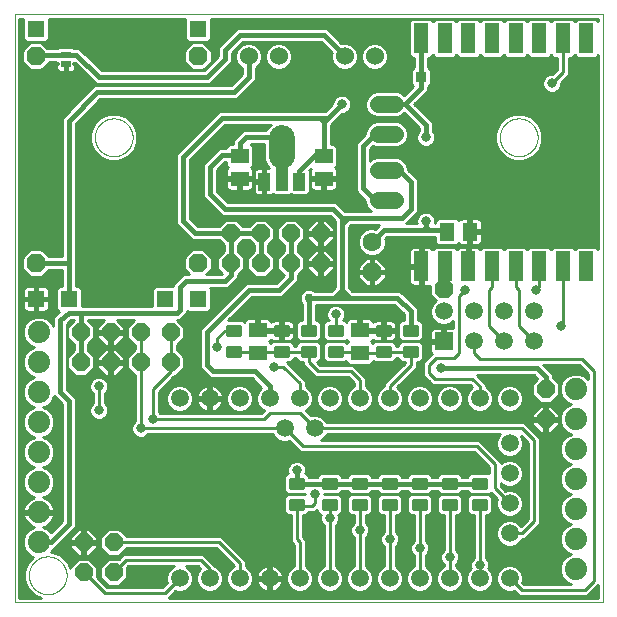
<source format=gtl>
G75*
%MOIN*%
%OFA0B0*%
%FSLAX25Y25*%
%IPPOS*%
%LPD*%
%AMOC8*
5,1,8,0,0,1.08239X$1,22.5*
%
%ADD10C,0.00000*%
%ADD11R,0.05937X0.05937*%
%ADD12C,0.05937*%
%ADD13C,0.05600*%
%ADD14OC8,0.06300*%
%ADD15C,0.06300*%
%ADD16R,0.05543X0.05543*%
%ADD17C,0.06000*%
%ADD18OC8,0.06000*%
%ADD19C,0.07400*%
%ADD20C,0.01000*%
%ADD21R,0.05906X0.05118*%
%ADD22R,0.05118X0.05906*%
%ADD23R,0.05000X0.10000*%
%ADD24R,0.03500X0.02400*%
%ADD25R,0.03937X0.05906*%
%ADD26R,0.03937X0.07874*%
%ADD27C,0.08661*%
%ADD28C,0.03169*%
%ADD29C,0.01600*%
%ADD30R,0.03562X0.03562*%
%ADD31C,0.03000*%
D10*
X0001500Y0002000D02*
X0197500Y0002000D01*
X0197500Y0198000D01*
X0001500Y0198000D01*
X0001500Y0002000D01*
X0006201Y0011000D02*
X0006203Y0011158D01*
X0006209Y0011316D01*
X0006219Y0011474D01*
X0006233Y0011632D01*
X0006251Y0011789D01*
X0006272Y0011946D01*
X0006298Y0012102D01*
X0006328Y0012258D01*
X0006361Y0012413D01*
X0006399Y0012566D01*
X0006440Y0012719D01*
X0006485Y0012871D01*
X0006534Y0013022D01*
X0006587Y0013171D01*
X0006643Y0013319D01*
X0006703Y0013465D01*
X0006767Y0013610D01*
X0006835Y0013753D01*
X0006906Y0013895D01*
X0006980Y0014035D01*
X0007058Y0014172D01*
X0007140Y0014308D01*
X0007224Y0014442D01*
X0007313Y0014573D01*
X0007404Y0014702D01*
X0007499Y0014829D01*
X0007596Y0014954D01*
X0007697Y0015076D01*
X0007801Y0015195D01*
X0007908Y0015312D01*
X0008018Y0015426D01*
X0008131Y0015537D01*
X0008246Y0015646D01*
X0008364Y0015751D01*
X0008485Y0015853D01*
X0008608Y0015953D01*
X0008734Y0016049D01*
X0008862Y0016142D01*
X0008992Y0016232D01*
X0009125Y0016318D01*
X0009260Y0016402D01*
X0009396Y0016481D01*
X0009535Y0016558D01*
X0009676Y0016630D01*
X0009818Y0016700D01*
X0009962Y0016765D01*
X0010108Y0016827D01*
X0010255Y0016885D01*
X0010404Y0016940D01*
X0010554Y0016991D01*
X0010705Y0017038D01*
X0010857Y0017081D01*
X0011010Y0017120D01*
X0011165Y0017156D01*
X0011320Y0017187D01*
X0011476Y0017215D01*
X0011632Y0017239D01*
X0011789Y0017259D01*
X0011947Y0017275D01*
X0012104Y0017287D01*
X0012263Y0017295D01*
X0012421Y0017299D01*
X0012579Y0017299D01*
X0012737Y0017295D01*
X0012896Y0017287D01*
X0013053Y0017275D01*
X0013211Y0017259D01*
X0013368Y0017239D01*
X0013524Y0017215D01*
X0013680Y0017187D01*
X0013835Y0017156D01*
X0013990Y0017120D01*
X0014143Y0017081D01*
X0014295Y0017038D01*
X0014446Y0016991D01*
X0014596Y0016940D01*
X0014745Y0016885D01*
X0014892Y0016827D01*
X0015038Y0016765D01*
X0015182Y0016700D01*
X0015324Y0016630D01*
X0015465Y0016558D01*
X0015604Y0016481D01*
X0015740Y0016402D01*
X0015875Y0016318D01*
X0016008Y0016232D01*
X0016138Y0016142D01*
X0016266Y0016049D01*
X0016392Y0015953D01*
X0016515Y0015853D01*
X0016636Y0015751D01*
X0016754Y0015646D01*
X0016869Y0015537D01*
X0016982Y0015426D01*
X0017092Y0015312D01*
X0017199Y0015195D01*
X0017303Y0015076D01*
X0017404Y0014954D01*
X0017501Y0014829D01*
X0017596Y0014702D01*
X0017687Y0014573D01*
X0017776Y0014442D01*
X0017860Y0014308D01*
X0017942Y0014172D01*
X0018020Y0014035D01*
X0018094Y0013895D01*
X0018165Y0013753D01*
X0018233Y0013610D01*
X0018297Y0013465D01*
X0018357Y0013319D01*
X0018413Y0013171D01*
X0018466Y0013022D01*
X0018515Y0012871D01*
X0018560Y0012719D01*
X0018601Y0012566D01*
X0018639Y0012413D01*
X0018672Y0012258D01*
X0018702Y0012102D01*
X0018728Y0011946D01*
X0018749Y0011789D01*
X0018767Y0011632D01*
X0018781Y0011474D01*
X0018791Y0011316D01*
X0018797Y0011158D01*
X0018799Y0011000D01*
X0018797Y0010842D01*
X0018791Y0010684D01*
X0018781Y0010526D01*
X0018767Y0010368D01*
X0018749Y0010211D01*
X0018728Y0010054D01*
X0018702Y0009898D01*
X0018672Y0009742D01*
X0018639Y0009587D01*
X0018601Y0009434D01*
X0018560Y0009281D01*
X0018515Y0009129D01*
X0018466Y0008978D01*
X0018413Y0008829D01*
X0018357Y0008681D01*
X0018297Y0008535D01*
X0018233Y0008390D01*
X0018165Y0008247D01*
X0018094Y0008105D01*
X0018020Y0007965D01*
X0017942Y0007828D01*
X0017860Y0007692D01*
X0017776Y0007558D01*
X0017687Y0007427D01*
X0017596Y0007298D01*
X0017501Y0007171D01*
X0017404Y0007046D01*
X0017303Y0006924D01*
X0017199Y0006805D01*
X0017092Y0006688D01*
X0016982Y0006574D01*
X0016869Y0006463D01*
X0016754Y0006354D01*
X0016636Y0006249D01*
X0016515Y0006147D01*
X0016392Y0006047D01*
X0016266Y0005951D01*
X0016138Y0005858D01*
X0016008Y0005768D01*
X0015875Y0005682D01*
X0015740Y0005598D01*
X0015604Y0005519D01*
X0015465Y0005442D01*
X0015324Y0005370D01*
X0015182Y0005300D01*
X0015038Y0005235D01*
X0014892Y0005173D01*
X0014745Y0005115D01*
X0014596Y0005060D01*
X0014446Y0005009D01*
X0014295Y0004962D01*
X0014143Y0004919D01*
X0013990Y0004880D01*
X0013835Y0004844D01*
X0013680Y0004813D01*
X0013524Y0004785D01*
X0013368Y0004761D01*
X0013211Y0004741D01*
X0013053Y0004725D01*
X0012896Y0004713D01*
X0012737Y0004705D01*
X0012579Y0004701D01*
X0012421Y0004701D01*
X0012263Y0004705D01*
X0012104Y0004713D01*
X0011947Y0004725D01*
X0011789Y0004741D01*
X0011632Y0004761D01*
X0011476Y0004785D01*
X0011320Y0004813D01*
X0011165Y0004844D01*
X0011010Y0004880D01*
X0010857Y0004919D01*
X0010705Y0004962D01*
X0010554Y0005009D01*
X0010404Y0005060D01*
X0010255Y0005115D01*
X0010108Y0005173D01*
X0009962Y0005235D01*
X0009818Y0005300D01*
X0009676Y0005370D01*
X0009535Y0005442D01*
X0009396Y0005519D01*
X0009260Y0005598D01*
X0009125Y0005682D01*
X0008992Y0005768D01*
X0008862Y0005858D01*
X0008734Y0005951D01*
X0008608Y0006047D01*
X0008485Y0006147D01*
X0008364Y0006249D01*
X0008246Y0006354D01*
X0008131Y0006463D01*
X0008018Y0006574D01*
X0007908Y0006688D01*
X0007801Y0006805D01*
X0007697Y0006924D01*
X0007596Y0007046D01*
X0007499Y0007171D01*
X0007404Y0007298D01*
X0007313Y0007427D01*
X0007224Y0007558D01*
X0007140Y0007692D01*
X0007058Y0007828D01*
X0006980Y0007965D01*
X0006906Y0008105D01*
X0006835Y0008247D01*
X0006767Y0008390D01*
X0006703Y0008535D01*
X0006643Y0008681D01*
X0006587Y0008829D01*
X0006534Y0008978D01*
X0006485Y0009129D01*
X0006440Y0009281D01*
X0006399Y0009434D01*
X0006361Y0009587D01*
X0006328Y0009742D01*
X0006298Y0009898D01*
X0006272Y0010054D01*
X0006251Y0010211D01*
X0006233Y0010368D01*
X0006219Y0010526D01*
X0006209Y0010684D01*
X0006203Y0010842D01*
X0006201Y0011000D01*
X0028201Y0157000D02*
X0028203Y0157158D01*
X0028209Y0157316D01*
X0028219Y0157474D01*
X0028233Y0157632D01*
X0028251Y0157789D01*
X0028272Y0157946D01*
X0028298Y0158102D01*
X0028328Y0158258D01*
X0028361Y0158413D01*
X0028399Y0158566D01*
X0028440Y0158719D01*
X0028485Y0158871D01*
X0028534Y0159022D01*
X0028587Y0159171D01*
X0028643Y0159319D01*
X0028703Y0159465D01*
X0028767Y0159610D01*
X0028835Y0159753D01*
X0028906Y0159895D01*
X0028980Y0160035D01*
X0029058Y0160172D01*
X0029140Y0160308D01*
X0029224Y0160442D01*
X0029313Y0160573D01*
X0029404Y0160702D01*
X0029499Y0160829D01*
X0029596Y0160954D01*
X0029697Y0161076D01*
X0029801Y0161195D01*
X0029908Y0161312D01*
X0030018Y0161426D01*
X0030131Y0161537D01*
X0030246Y0161646D01*
X0030364Y0161751D01*
X0030485Y0161853D01*
X0030608Y0161953D01*
X0030734Y0162049D01*
X0030862Y0162142D01*
X0030992Y0162232D01*
X0031125Y0162318D01*
X0031260Y0162402D01*
X0031396Y0162481D01*
X0031535Y0162558D01*
X0031676Y0162630D01*
X0031818Y0162700D01*
X0031962Y0162765D01*
X0032108Y0162827D01*
X0032255Y0162885D01*
X0032404Y0162940D01*
X0032554Y0162991D01*
X0032705Y0163038D01*
X0032857Y0163081D01*
X0033010Y0163120D01*
X0033165Y0163156D01*
X0033320Y0163187D01*
X0033476Y0163215D01*
X0033632Y0163239D01*
X0033789Y0163259D01*
X0033947Y0163275D01*
X0034104Y0163287D01*
X0034263Y0163295D01*
X0034421Y0163299D01*
X0034579Y0163299D01*
X0034737Y0163295D01*
X0034896Y0163287D01*
X0035053Y0163275D01*
X0035211Y0163259D01*
X0035368Y0163239D01*
X0035524Y0163215D01*
X0035680Y0163187D01*
X0035835Y0163156D01*
X0035990Y0163120D01*
X0036143Y0163081D01*
X0036295Y0163038D01*
X0036446Y0162991D01*
X0036596Y0162940D01*
X0036745Y0162885D01*
X0036892Y0162827D01*
X0037038Y0162765D01*
X0037182Y0162700D01*
X0037324Y0162630D01*
X0037465Y0162558D01*
X0037604Y0162481D01*
X0037740Y0162402D01*
X0037875Y0162318D01*
X0038008Y0162232D01*
X0038138Y0162142D01*
X0038266Y0162049D01*
X0038392Y0161953D01*
X0038515Y0161853D01*
X0038636Y0161751D01*
X0038754Y0161646D01*
X0038869Y0161537D01*
X0038982Y0161426D01*
X0039092Y0161312D01*
X0039199Y0161195D01*
X0039303Y0161076D01*
X0039404Y0160954D01*
X0039501Y0160829D01*
X0039596Y0160702D01*
X0039687Y0160573D01*
X0039776Y0160442D01*
X0039860Y0160308D01*
X0039942Y0160172D01*
X0040020Y0160035D01*
X0040094Y0159895D01*
X0040165Y0159753D01*
X0040233Y0159610D01*
X0040297Y0159465D01*
X0040357Y0159319D01*
X0040413Y0159171D01*
X0040466Y0159022D01*
X0040515Y0158871D01*
X0040560Y0158719D01*
X0040601Y0158566D01*
X0040639Y0158413D01*
X0040672Y0158258D01*
X0040702Y0158102D01*
X0040728Y0157946D01*
X0040749Y0157789D01*
X0040767Y0157632D01*
X0040781Y0157474D01*
X0040791Y0157316D01*
X0040797Y0157158D01*
X0040799Y0157000D01*
X0040797Y0156842D01*
X0040791Y0156684D01*
X0040781Y0156526D01*
X0040767Y0156368D01*
X0040749Y0156211D01*
X0040728Y0156054D01*
X0040702Y0155898D01*
X0040672Y0155742D01*
X0040639Y0155587D01*
X0040601Y0155434D01*
X0040560Y0155281D01*
X0040515Y0155129D01*
X0040466Y0154978D01*
X0040413Y0154829D01*
X0040357Y0154681D01*
X0040297Y0154535D01*
X0040233Y0154390D01*
X0040165Y0154247D01*
X0040094Y0154105D01*
X0040020Y0153965D01*
X0039942Y0153828D01*
X0039860Y0153692D01*
X0039776Y0153558D01*
X0039687Y0153427D01*
X0039596Y0153298D01*
X0039501Y0153171D01*
X0039404Y0153046D01*
X0039303Y0152924D01*
X0039199Y0152805D01*
X0039092Y0152688D01*
X0038982Y0152574D01*
X0038869Y0152463D01*
X0038754Y0152354D01*
X0038636Y0152249D01*
X0038515Y0152147D01*
X0038392Y0152047D01*
X0038266Y0151951D01*
X0038138Y0151858D01*
X0038008Y0151768D01*
X0037875Y0151682D01*
X0037740Y0151598D01*
X0037604Y0151519D01*
X0037465Y0151442D01*
X0037324Y0151370D01*
X0037182Y0151300D01*
X0037038Y0151235D01*
X0036892Y0151173D01*
X0036745Y0151115D01*
X0036596Y0151060D01*
X0036446Y0151009D01*
X0036295Y0150962D01*
X0036143Y0150919D01*
X0035990Y0150880D01*
X0035835Y0150844D01*
X0035680Y0150813D01*
X0035524Y0150785D01*
X0035368Y0150761D01*
X0035211Y0150741D01*
X0035053Y0150725D01*
X0034896Y0150713D01*
X0034737Y0150705D01*
X0034579Y0150701D01*
X0034421Y0150701D01*
X0034263Y0150705D01*
X0034104Y0150713D01*
X0033947Y0150725D01*
X0033789Y0150741D01*
X0033632Y0150761D01*
X0033476Y0150785D01*
X0033320Y0150813D01*
X0033165Y0150844D01*
X0033010Y0150880D01*
X0032857Y0150919D01*
X0032705Y0150962D01*
X0032554Y0151009D01*
X0032404Y0151060D01*
X0032255Y0151115D01*
X0032108Y0151173D01*
X0031962Y0151235D01*
X0031818Y0151300D01*
X0031676Y0151370D01*
X0031535Y0151442D01*
X0031396Y0151519D01*
X0031260Y0151598D01*
X0031125Y0151682D01*
X0030992Y0151768D01*
X0030862Y0151858D01*
X0030734Y0151951D01*
X0030608Y0152047D01*
X0030485Y0152147D01*
X0030364Y0152249D01*
X0030246Y0152354D01*
X0030131Y0152463D01*
X0030018Y0152574D01*
X0029908Y0152688D01*
X0029801Y0152805D01*
X0029697Y0152924D01*
X0029596Y0153046D01*
X0029499Y0153171D01*
X0029404Y0153298D01*
X0029313Y0153427D01*
X0029224Y0153558D01*
X0029140Y0153692D01*
X0029058Y0153828D01*
X0028980Y0153965D01*
X0028906Y0154105D01*
X0028835Y0154247D01*
X0028767Y0154390D01*
X0028703Y0154535D01*
X0028643Y0154681D01*
X0028587Y0154829D01*
X0028534Y0154978D01*
X0028485Y0155129D01*
X0028440Y0155281D01*
X0028399Y0155434D01*
X0028361Y0155587D01*
X0028328Y0155742D01*
X0028298Y0155898D01*
X0028272Y0156054D01*
X0028251Y0156211D01*
X0028233Y0156368D01*
X0028219Y0156526D01*
X0028209Y0156684D01*
X0028203Y0156842D01*
X0028201Y0157000D01*
X0163201Y0157000D02*
X0163203Y0157158D01*
X0163209Y0157316D01*
X0163219Y0157474D01*
X0163233Y0157632D01*
X0163251Y0157789D01*
X0163272Y0157946D01*
X0163298Y0158102D01*
X0163328Y0158258D01*
X0163361Y0158413D01*
X0163399Y0158566D01*
X0163440Y0158719D01*
X0163485Y0158871D01*
X0163534Y0159022D01*
X0163587Y0159171D01*
X0163643Y0159319D01*
X0163703Y0159465D01*
X0163767Y0159610D01*
X0163835Y0159753D01*
X0163906Y0159895D01*
X0163980Y0160035D01*
X0164058Y0160172D01*
X0164140Y0160308D01*
X0164224Y0160442D01*
X0164313Y0160573D01*
X0164404Y0160702D01*
X0164499Y0160829D01*
X0164596Y0160954D01*
X0164697Y0161076D01*
X0164801Y0161195D01*
X0164908Y0161312D01*
X0165018Y0161426D01*
X0165131Y0161537D01*
X0165246Y0161646D01*
X0165364Y0161751D01*
X0165485Y0161853D01*
X0165608Y0161953D01*
X0165734Y0162049D01*
X0165862Y0162142D01*
X0165992Y0162232D01*
X0166125Y0162318D01*
X0166260Y0162402D01*
X0166396Y0162481D01*
X0166535Y0162558D01*
X0166676Y0162630D01*
X0166818Y0162700D01*
X0166962Y0162765D01*
X0167108Y0162827D01*
X0167255Y0162885D01*
X0167404Y0162940D01*
X0167554Y0162991D01*
X0167705Y0163038D01*
X0167857Y0163081D01*
X0168010Y0163120D01*
X0168165Y0163156D01*
X0168320Y0163187D01*
X0168476Y0163215D01*
X0168632Y0163239D01*
X0168789Y0163259D01*
X0168947Y0163275D01*
X0169104Y0163287D01*
X0169263Y0163295D01*
X0169421Y0163299D01*
X0169579Y0163299D01*
X0169737Y0163295D01*
X0169896Y0163287D01*
X0170053Y0163275D01*
X0170211Y0163259D01*
X0170368Y0163239D01*
X0170524Y0163215D01*
X0170680Y0163187D01*
X0170835Y0163156D01*
X0170990Y0163120D01*
X0171143Y0163081D01*
X0171295Y0163038D01*
X0171446Y0162991D01*
X0171596Y0162940D01*
X0171745Y0162885D01*
X0171892Y0162827D01*
X0172038Y0162765D01*
X0172182Y0162700D01*
X0172324Y0162630D01*
X0172465Y0162558D01*
X0172604Y0162481D01*
X0172740Y0162402D01*
X0172875Y0162318D01*
X0173008Y0162232D01*
X0173138Y0162142D01*
X0173266Y0162049D01*
X0173392Y0161953D01*
X0173515Y0161853D01*
X0173636Y0161751D01*
X0173754Y0161646D01*
X0173869Y0161537D01*
X0173982Y0161426D01*
X0174092Y0161312D01*
X0174199Y0161195D01*
X0174303Y0161076D01*
X0174404Y0160954D01*
X0174501Y0160829D01*
X0174596Y0160702D01*
X0174687Y0160573D01*
X0174776Y0160442D01*
X0174860Y0160308D01*
X0174942Y0160172D01*
X0175020Y0160035D01*
X0175094Y0159895D01*
X0175165Y0159753D01*
X0175233Y0159610D01*
X0175297Y0159465D01*
X0175357Y0159319D01*
X0175413Y0159171D01*
X0175466Y0159022D01*
X0175515Y0158871D01*
X0175560Y0158719D01*
X0175601Y0158566D01*
X0175639Y0158413D01*
X0175672Y0158258D01*
X0175702Y0158102D01*
X0175728Y0157946D01*
X0175749Y0157789D01*
X0175767Y0157632D01*
X0175781Y0157474D01*
X0175791Y0157316D01*
X0175797Y0157158D01*
X0175799Y0157000D01*
X0175797Y0156842D01*
X0175791Y0156684D01*
X0175781Y0156526D01*
X0175767Y0156368D01*
X0175749Y0156211D01*
X0175728Y0156054D01*
X0175702Y0155898D01*
X0175672Y0155742D01*
X0175639Y0155587D01*
X0175601Y0155434D01*
X0175560Y0155281D01*
X0175515Y0155129D01*
X0175466Y0154978D01*
X0175413Y0154829D01*
X0175357Y0154681D01*
X0175297Y0154535D01*
X0175233Y0154390D01*
X0175165Y0154247D01*
X0175094Y0154105D01*
X0175020Y0153965D01*
X0174942Y0153828D01*
X0174860Y0153692D01*
X0174776Y0153558D01*
X0174687Y0153427D01*
X0174596Y0153298D01*
X0174501Y0153171D01*
X0174404Y0153046D01*
X0174303Y0152924D01*
X0174199Y0152805D01*
X0174092Y0152688D01*
X0173982Y0152574D01*
X0173869Y0152463D01*
X0173754Y0152354D01*
X0173636Y0152249D01*
X0173515Y0152147D01*
X0173392Y0152047D01*
X0173266Y0151951D01*
X0173138Y0151858D01*
X0173008Y0151768D01*
X0172875Y0151682D01*
X0172740Y0151598D01*
X0172604Y0151519D01*
X0172465Y0151442D01*
X0172324Y0151370D01*
X0172182Y0151300D01*
X0172038Y0151235D01*
X0171892Y0151173D01*
X0171745Y0151115D01*
X0171596Y0151060D01*
X0171446Y0151009D01*
X0171295Y0150962D01*
X0171143Y0150919D01*
X0170990Y0150880D01*
X0170835Y0150844D01*
X0170680Y0150813D01*
X0170524Y0150785D01*
X0170368Y0150761D01*
X0170211Y0150741D01*
X0170053Y0150725D01*
X0169896Y0150713D01*
X0169737Y0150705D01*
X0169579Y0150701D01*
X0169421Y0150701D01*
X0169263Y0150705D01*
X0169104Y0150713D01*
X0168947Y0150725D01*
X0168789Y0150741D01*
X0168632Y0150761D01*
X0168476Y0150785D01*
X0168320Y0150813D01*
X0168165Y0150844D01*
X0168010Y0150880D01*
X0167857Y0150919D01*
X0167705Y0150962D01*
X0167554Y0151009D01*
X0167404Y0151060D01*
X0167255Y0151115D01*
X0167108Y0151173D01*
X0166962Y0151235D01*
X0166818Y0151300D01*
X0166676Y0151370D01*
X0166535Y0151442D01*
X0166396Y0151519D01*
X0166260Y0151598D01*
X0166125Y0151682D01*
X0165992Y0151768D01*
X0165862Y0151858D01*
X0165734Y0151951D01*
X0165608Y0152047D01*
X0165485Y0152147D01*
X0165364Y0152249D01*
X0165246Y0152354D01*
X0165131Y0152463D01*
X0165018Y0152574D01*
X0164908Y0152688D01*
X0164801Y0152805D01*
X0164697Y0152924D01*
X0164596Y0153046D01*
X0164499Y0153171D01*
X0164404Y0153298D01*
X0164313Y0153427D01*
X0164224Y0153558D01*
X0164140Y0153692D01*
X0164058Y0153828D01*
X0163980Y0153965D01*
X0163906Y0154105D01*
X0163835Y0154247D01*
X0163767Y0154390D01*
X0163703Y0154535D01*
X0163643Y0154681D01*
X0163587Y0154829D01*
X0163534Y0154978D01*
X0163485Y0155129D01*
X0163440Y0155281D01*
X0163399Y0155434D01*
X0163361Y0155587D01*
X0163328Y0155742D01*
X0163298Y0155898D01*
X0163272Y0156054D01*
X0163251Y0156211D01*
X0163233Y0156368D01*
X0163219Y0156526D01*
X0163209Y0156684D01*
X0163203Y0156842D01*
X0163201Y0157000D01*
D11*
X0144500Y0089000D03*
D12*
X0144500Y0099000D03*
X0154500Y0099000D03*
X0154500Y0089000D03*
X0164500Y0089000D03*
X0164500Y0099000D03*
X0174500Y0099000D03*
X0174500Y0089000D03*
X0166500Y0070000D03*
X0156500Y0070000D03*
X0146500Y0070000D03*
X0136500Y0070000D03*
X0126500Y0070000D03*
X0116500Y0070000D03*
X0106500Y0070000D03*
X0096500Y0070000D03*
X0086500Y0070000D03*
X0076500Y0070000D03*
X0066500Y0070000D03*
X0056500Y0070000D03*
X0091500Y0060000D03*
X0101500Y0060000D03*
X0096500Y0010000D03*
X0086500Y0010000D03*
X0076500Y0010000D03*
X0066500Y0010000D03*
X0056500Y0010000D03*
X0106500Y0010000D03*
X0116500Y0010000D03*
X0126500Y0010000D03*
X0136500Y0010000D03*
X0146500Y0010000D03*
X0156500Y0010000D03*
X0166500Y0010000D03*
X0166500Y0025000D03*
X0166500Y0035000D03*
X0166500Y0045000D03*
X0166500Y0055000D03*
D13*
X0128300Y0136000D02*
X0122700Y0136000D01*
X0122700Y0146000D02*
X0128300Y0146000D01*
X0128300Y0158000D02*
X0122700Y0158000D01*
X0122700Y0168000D02*
X0128300Y0168000D01*
D14*
X0120500Y0112000D03*
X0144500Y0106500D03*
X0062500Y0115000D03*
X0008500Y0115000D03*
X0008500Y0184000D03*
X0062500Y0184000D03*
D15*
X0120500Y0122000D03*
D16*
X0062500Y0103100D03*
X0051500Y0103100D03*
X0019500Y0103100D03*
X0008500Y0103100D03*
X0008500Y0193100D03*
X0062500Y0193100D03*
D17*
X0079500Y0184000D03*
X0089500Y0184000D03*
X0111500Y0184000D03*
X0121500Y0184000D03*
D18*
X0103500Y0125000D03*
X0103500Y0115000D03*
X0093500Y0115000D03*
X0093500Y0125000D03*
X0083500Y0125000D03*
X0083500Y0115000D03*
X0073500Y0115000D03*
X0073500Y0125000D03*
X0053500Y0092000D03*
X0053500Y0082000D03*
X0043500Y0082000D03*
X0043500Y0092000D03*
X0033500Y0092000D03*
X0033500Y0082000D03*
X0023500Y0082000D03*
X0023500Y0092000D03*
X0024500Y0022000D03*
X0024500Y0012000D03*
X0034500Y0012000D03*
X0034500Y0022000D03*
X0178500Y0063000D03*
X0178500Y0073000D03*
D19*
X0188500Y0073000D03*
X0188500Y0063000D03*
X0188500Y0053000D03*
X0188500Y0043000D03*
X0188500Y0033000D03*
X0188500Y0023000D03*
X0188500Y0013000D03*
X0009500Y0022000D03*
X0009500Y0032000D03*
X0009500Y0042000D03*
X0009500Y0052000D03*
X0009500Y0062000D03*
X0009500Y0072000D03*
X0009500Y0082000D03*
X0009500Y0092000D03*
D20*
X0004300Y0091866D02*
X0003000Y0091866D01*
X0003000Y0090868D02*
X0004341Y0090868D01*
X0004300Y0090966D02*
X0005092Y0089054D01*
X0006554Y0087592D01*
X0007983Y0087000D01*
X0006554Y0086408D01*
X0005092Y0084946D01*
X0004300Y0083034D01*
X0004300Y0080966D01*
X0005092Y0079054D01*
X0006554Y0077592D01*
X0007983Y0077000D01*
X0006554Y0076408D01*
X0005092Y0074946D01*
X0004300Y0073034D01*
X0004300Y0070966D01*
X0005092Y0069054D01*
X0006554Y0067592D01*
X0007983Y0067000D01*
X0006554Y0066408D01*
X0005092Y0064946D01*
X0004300Y0063034D01*
X0004300Y0060966D01*
X0005092Y0059054D01*
X0006554Y0057592D01*
X0007983Y0057000D01*
X0006554Y0056408D01*
X0005092Y0054946D01*
X0004300Y0053034D01*
X0004300Y0050966D01*
X0005092Y0049054D01*
X0006554Y0047592D01*
X0007983Y0047000D01*
X0006554Y0046408D01*
X0005092Y0044946D01*
X0004300Y0043034D01*
X0004300Y0040966D01*
X0005092Y0039054D01*
X0006554Y0037592D01*
X0008017Y0036986D01*
X0007504Y0036819D01*
X0006775Y0036447D01*
X0006112Y0035966D01*
X0005534Y0035388D01*
X0005053Y0034725D01*
X0004681Y0033996D01*
X0004428Y0033218D01*
X0004314Y0032500D01*
X0009000Y0032500D01*
X0009000Y0031500D01*
X0004314Y0031500D01*
X0004428Y0030782D01*
X0004681Y0030004D01*
X0005053Y0029275D01*
X0005534Y0028612D01*
X0006112Y0028034D01*
X0006775Y0027553D01*
X0007504Y0027181D01*
X0008017Y0027014D01*
X0006554Y0026408D01*
X0005092Y0024946D01*
X0004300Y0023034D01*
X0004300Y0020966D01*
X0005092Y0019054D01*
X0006554Y0017592D01*
X0007620Y0017150D01*
X0005888Y0015418D01*
X0004701Y0012551D01*
X0004701Y0009449D01*
X0005888Y0006582D01*
X0008082Y0004388D01*
X0010226Y0003500D01*
X0003000Y0003500D01*
X0003000Y0196500D01*
X0004235Y0196500D01*
X0004228Y0196493D01*
X0004228Y0189707D01*
X0005107Y0188828D01*
X0011893Y0188828D01*
X0012772Y0189707D01*
X0012772Y0196493D01*
X0012765Y0196500D01*
X0058235Y0196500D01*
X0058228Y0196493D01*
X0058228Y0189707D01*
X0059107Y0188828D01*
X0065893Y0188828D01*
X0066772Y0189707D01*
X0066772Y0196493D01*
X0066765Y0196500D01*
X0196000Y0196500D01*
X0196000Y0195680D01*
X0195180Y0196500D01*
X0188938Y0196500D01*
X0188122Y0195684D01*
X0187306Y0196500D01*
X0181064Y0196500D01*
X0180248Y0195684D01*
X0179432Y0196500D01*
X0173190Y0196500D01*
X0172374Y0195684D01*
X0171558Y0196500D01*
X0165316Y0196500D01*
X0164500Y0195684D01*
X0163684Y0196500D01*
X0157442Y0196500D01*
X0156626Y0195684D01*
X0155810Y0196500D01*
X0149568Y0196500D01*
X0148752Y0195684D01*
X0147936Y0196500D01*
X0141694Y0196500D01*
X0140878Y0195684D01*
X0140062Y0196500D01*
X0133820Y0196500D01*
X0132941Y0195621D01*
X0132941Y0184379D01*
X0133820Y0183500D01*
X0134641Y0183500D01*
X0134641Y0180281D01*
X0134539Y0180281D01*
X0133660Y0179402D01*
X0133660Y0174598D01*
X0134252Y0174005D01*
X0131314Y0171067D01*
X0130736Y0171645D01*
X0129155Y0172300D01*
X0121845Y0172300D01*
X0120264Y0171645D01*
X0119055Y0170436D01*
X0118400Y0168855D01*
X0118400Y0167145D01*
X0119055Y0165564D01*
X0120264Y0164355D01*
X0121845Y0163700D01*
X0129155Y0163700D01*
X0130736Y0164355D01*
X0131314Y0164933D01*
X0136200Y0160047D01*
X0136200Y0159062D01*
X0135885Y0158747D01*
X0135416Y0157613D01*
X0135416Y0156386D01*
X0135885Y0155253D01*
X0136753Y0154385D01*
X0137886Y0153916D01*
X0139113Y0153916D01*
X0140247Y0154385D01*
X0141115Y0155253D01*
X0141584Y0156386D01*
X0141584Y0157613D01*
X0141115Y0158747D01*
X0140800Y0159062D01*
X0140800Y0161953D01*
X0139453Y0163300D01*
X0134753Y0168000D01*
X0137894Y0171141D01*
X0139241Y0172488D01*
X0139241Y0173719D01*
X0139343Y0173719D01*
X0140222Y0174598D01*
X0140222Y0179402D01*
X0139343Y0180281D01*
X0139241Y0180281D01*
X0139241Y0183500D01*
X0140062Y0183500D01*
X0140878Y0184316D01*
X0141694Y0183500D01*
X0147936Y0183500D01*
X0148752Y0184316D01*
X0149568Y0183500D01*
X0155810Y0183500D01*
X0156626Y0184316D01*
X0157442Y0183500D01*
X0163684Y0183500D01*
X0164500Y0184316D01*
X0165316Y0183500D01*
X0171558Y0183500D01*
X0172374Y0184316D01*
X0173190Y0183500D01*
X0179432Y0183500D01*
X0180248Y0184316D01*
X0181064Y0183500D01*
X0182185Y0183500D01*
X0182185Y0179513D01*
X0180756Y0178084D01*
X0179886Y0178084D01*
X0178753Y0177615D01*
X0177885Y0176747D01*
X0177416Y0175613D01*
X0177416Y0174386D01*
X0177885Y0173253D01*
X0178753Y0172385D01*
X0179886Y0171916D01*
X0181113Y0171916D01*
X0182247Y0172385D01*
X0183115Y0173253D01*
X0183584Y0174386D01*
X0183584Y0175256D01*
X0186185Y0177857D01*
X0186185Y0183500D01*
X0187306Y0183500D01*
X0188122Y0184316D01*
X0188938Y0183500D01*
X0195180Y0183500D01*
X0196000Y0184320D01*
X0196000Y0119680D01*
X0195180Y0120500D01*
X0188938Y0120500D01*
X0188122Y0119684D01*
X0187306Y0120500D01*
X0181064Y0120500D01*
X0180248Y0119684D01*
X0179432Y0120500D01*
X0173190Y0120500D01*
X0172374Y0119684D01*
X0171558Y0120500D01*
X0165316Y0120500D01*
X0164500Y0119684D01*
X0163684Y0120500D01*
X0157442Y0120500D01*
X0156563Y0119621D01*
X0156563Y0119620D01*
X0156389Y0119921D01*
X0156110Y0120200D01*
X0155768Y0120398D01*
X0155386Y0120500D01*
X0153189Y0120500D01*
X0153189Y0114500D01*
X0152189Y0114500D01*
X0152189Y0120500D01*
X0149991Y0120500D01*
X0149610Y0120398D01*
X0149268Y0120200D01*
X0148989Y0119921D01*
X0148815Y0119620D01*
X0148815Y0119621D01*
X0147936Y0120500D01*
X0141694Y0120500D01*
X0140815Y0119621D01*
X0140815Y0119620D01*
X0140641Y0119921D01*
X0140362Y0120200D01*
X0140020Y0120398D01*
X0139638Y0120500D01*
X0137441Y0120500D01*
X0137441Y0114500D01*
X0136441Y0114500D01*
X0136441Y0120500D01*
X0134243Y0120500D01*
X0133862Y0120398D01*
X0133520Y0120200D01*
X0133241Y0119921D01*
X0133043Y0119579D01*
X0132941Y0119197D01*
X0132941Y0114500D01*
X0136441Y0114500D01*
X0136441Y0113500D01*
X0137441Y0113500D01*
X0137441Y0107500D01*
X0139638Y0107500D01*
X0139850Y0107557D01*
X0139850Y0104574D01*
X0141802Y0102622D01*
X0140712Y0101531D01*
X0140031Y0099889D01*
X0140031Y0098111D01*
X0140712Y0096469D01*
X0141969Y0095212D01*
X0143611Y0094531D01*
X0145389Y0094531D01*
X0147031Y0095212D01*
X0147500Y0095681D01*
X0147500Y0093468D01*
X0144984Y0093468D01*
X0144984Y0089484D01*
X0144016Y0089484D01*
X0144016Y0088516D01*
X0140031Y0088516D01*
X0140031Y0085834D01*
X0140134Y0085453D01*
X0140331Y0085110D01*
X0140557Y0084885D01*
X0140000Y0084328D01*
X0138672Y0083000D01*
X0137500Y0081828D01*
X0137500Y0077672D01*
X0138672Y0076500D01*
X0139500Y0075672D01*
X0140672Y0074500D01*
X0153172Y0074500D01*
X0153926Y0073745D01*
X0152712Y0072531D01*
X0152031Y0070889D01*
X0152031Y0069111D01*
X0152712Y0067469D01*
X0153969Y0066212D01*
X0155611Y0065531D01*
X0157389Y0065531D01*
X0159031Y0066212D01*
X0160288Y0067469D01*
X0160968Y0069111D01*
X0160968Y0070889D01*
X0160288Y0072531D01*
X0159031Y0073788D01*
X0158500Y0074008D01*
X0158500Y0074828D01*
X0156000Y0077328D01*
X0155628Y0077700D01*
X0174547Y0077700D01*
X0175692Y0076556D01*
X0174000Y0074864D01*
X0174000Y0071136D01*
X0176636Y0068500D01*
X0180364Y0068500D01*
X0183000Y0071136D01*
X0183000Y0074864D01*
X0180800Y0077064D01*
X0180800Y0077953D01*
X0179453Y0079300D01*
X0177800Y0080953D01*
X0177753Y0081000D01*
X0189672Y0081000D01*
X0192500Y0078172D01*
X0192500Y0076354D01*
X0191446Y0077408D01*
X0189534Y0078200D01*
X0187466Y0078200D01*
X0185554Y0077408D01*
X0184092Y0075946D01*
X0183300Y0074034D01*
X0183300Y0071966D01*
X0184092Y0070054D01*
X0185554Y0068592D01*
X0186983Y0068000D01*
X0185554Y0067408D01*
X0184092Y0065946D01*
X0183300Y0064034D01*
X0183300Y0061966D01*
X0184092Y0060054D01*
X0185554Y0058592D01*
X0186983Y0058000D01*
X0185554Y0057408D01*
X0184092Y0055946D01*
X0183300Y0054034D01*
X0183300Y0051966D01*
X0184092Y0050054D01*
X0185554Y0048592D01*
X0186983Y0048000D01*
X0185554Y0047408D01*
X0184092Y0045946D01*
X0183300Y0044034D01*
X0183300Y0041966D01*
X0184092Y0040054D01*
X0185554Y0038592D01*
X0186983Y0038000D01*
X0185554Y0037408D01*
X0184092Y0035946D01*
X0183300Y0034034D01*
X0183300Y0031966D01*
X0184092Y0030054D01*
X0185554Y0028592D01*
X0186983Y0028000D01*
X0185554Y0027408D01*
X0184092Y0025946D01*
X0183300Y0024034D01*
X0183300Y0021966D01*
X0184092Y0020054D01*
X0185554Y0018592D01*
X0186983Y0018000D01*
X0185554Y0017408D01*
X0184092Y0015946D01*
X0183300Y0014034D01*
X0183300Y0011966D01*
X0184092Y0010054D01*
X0185554Y0008592D01*
X0186983Y0008000D01*
X0171328Y0008000D01*
X0170748Y0008580D01*
X0170968Y0009111D01*
X0170968Y0010889D01*
X0170288Y0012531D01*
X0169031Y0013788D01*
X0167389Y0014468D01*
X0165611Y0014468D01*
X0163969Y0013788D01*
X0162712Y0012531D01*
X0162031Y0010889D01*
X0162031Y0009111D01*
X0162712Y0007469D01*
X0163969Y0006212D01*
X0165611Y0005531D01*
X0167389Y0005531D01*
X0167920Y0005752D01*
X0169672Y0004000D01*
X0192328Y0004000D01*
X0196000Y0007672D01*
X0196000Y0003500D01*
X0052828Y0003500D01*
X0055080Y0005752D01*
X0055611Y0005531D01*
X0057389Y0005531D01*
X0059031Y0006212D01*
X0060288Y0007469D01*
X0060968Y0009111D01*
X0060968Y0010889D01*
X0060288Y0012531D01*
X0059031Y0013788D01*
X0058520Y0014000D01*
X0062672Y0014000D01*
X0063426Y0013245D01*
X0062712Y0012531D01*
X0062031Y0010889D01*
X0062031Y0009111D01*
X0062712Y0007469D01*
X0063969Y0006212D01*
X0065611Y0005531D01*
X0067389Y0005531D01*
X0069031Y0006212D01*
X0070288Y0007469D01*
X0070968Y0009111D01*
X0070968Y0010889D01*
X0070288Y0012531D01*
X0069031Y0013788D01*
X0068193Y0014135D01*
X0067328Y0015000D01*
X0065500Y0016828D01*
X0064328Y0018000D01*
X0037672Y0018000D01*
X0036172Y0016500D01*
X0032636Y0016500D01*
X0030000Y0013864D01*
X0030000Y0010136D01*
X0032636Y0007500D01*
X0036364Y0007500D01*
X0039000Y0010136D01*
X0039000Y0013672D01*
X0039328Y0014000D01*
X0054480Y0014000D01*
X0053969Y0013788D01*
X0052712Y0012531D01*
X0052031Y0010889D01*
X0052031Y0009111D01*
X0052252Y0008580D01*
X0050672Y0007000D01*
X0032328Y0007000D01*
X0029000Y0010328D01*
X0029000Y0013864D01*
X0026364Y0016500D01*
X0022636Y0016500D01*
X0020000Y0013864D01*
X0020000Y0013274D01*
X0019112Y0015418D01*
X0016918Y0017612D01*
X0014051Y0018799D01*
X0013653Y0018799D01*
X0013908Y0019054D01*
X0014176Y0019700D01*
X0014453Y0019700D01*
X0015800Y0021047D01*
X0020453Y0025700D01*
X0021800Y0027047D01*
X0021800Y0069953D01*
X0020453Y0071300D01*
X0018800Y0072953D01*
X0018800Y0094923D01*
X0020333Y0096200D01*
X0021200Y0096200D01*
X0021200Y0096064D01*
X0019000Y0093864D01*
X0019000Y0090136D01*
X0021200Y0087936D01*
X0021200Y0086064D01*
X0019000Y0083864D01*
X0019000Y0080136D01*
X0021636Y0077500D01*
X0025364Y0077500D01*
X0028000Y0080136D01*
X0028000Y0083864D01*
X0025800Y0086064D01*
X0025800Y0087936D01*
X0028000Y0090136D01*
X0028000Y0093864D01*
X0025800Y0096064D01*
X0025800Y0096200D01*
X0031336Y0096200D01*
X0029000Y0093864D01*
X0029000Y0092500D01*
X0033000Y0092500D01*
X0033000Y0091500D01*
X0034000Y0091500D01*
X0034000Y0092500D01*
X0038000Y0092500D01*
X0038000Y0093864D01*
X0035664Y0096200D01*
X0041336Y0096200D01*
X0039000Y0093864D01*
X0039000Y0090136D01*
X0041500Y0087636D01*
X0041500Y0086364D01*
X0039000Y0083864D01*
X0039000Y0080136D01*
X0041500Y0077636D01*
X0041500Y0062362D01*
X0040885Y0061747D01*
X0040416Y0060613D01*
X0040416Y0059386D01*
X0040885Y0058253D01*
X0041753Y0057385D01*
X0042886Y0056916D01*
X0044113Y0056916D01*
X0045247Y0057385D01*
X0045862Y0058000D01*
X0087492Y0058000D01*
X0087712Y0057469D01*
X0088969Y0056212D01*
X0090611Y0055531D01*
X0092389Y0055531D01*
X0092920Y0055752D01*
X0095500Y0053172D01*
X0096672Y0052000D01*
X0154672Y0052000D01*
X0159500Y0047172D01*
X0159500Y0045000D01*
X0153422Y0045000D01*
X0152250Y0043828D01*
X0152250Y0043800D01*
X0150750Y0043800D01*
X0150750Y0043828D01*
X0149578Y0045000D01*
X0143422Y0045000D01*
X0142250Y0043828D01*
X0142250Y0043800D01*
X0140750Y0043800D01*
X0140750Y0043828D01*
X0139578Y0045000D01*
X0133422Y0045000D01*
X0132250Y0043828D01*
X0132250Y0043800D01*
X0130750Y0043800D01*
X0130750Y0043828D01*
X0129578Y0045000D01*
X0123422Y0045000D01*
X0122250Y0043828D01*
X0122250Y0043800D01*
X0120750Y0043800D01*
X0120750Y0043828D01*
X0119578Y0045000D01*
X0113422Y0045000D01*
X0112250Y0043828D01*
X0112250Y0043800D01*
X0110750Y0043800D01*
X0110750Y0043828D01*
X0109578Y0045000D01*
X0103422Y0045000D01*
X0102250Y0043828D01*
X0102250Y0043800D01*
X0099750Y0043800D01*
X0099750Y0043828D01*
X0098578Y0045000D01*
X0098424Y0045000D01*
X0098584Y0045386D01*
X0098584Y0046613D01*
X0098115Y0047747D01*
X0097247Y0048615D01*
X0096113Y0049084D01*
X0094886Y0049084D01*
X0093753Y0048615D01*
X0092885Y0047747D01*
X0092416Y0046613D01*
X0092416Y0045386D01*
X0092576Y0045000D01*
X0092422Y0045000D01*
X0091250Y0043828D01*
X0091250Y0039172D01*
X0092422Y0038000D01*
X0091250Y0036828D01*
X0091250Y0032172D01*
X0092422Y0031000D01*
X0093500Y0031000D01*
X0093500Y0022172D01*
X0094500Y0021172D01*
X0094500Y0014008D01*
X0093969Y0013788D01*
X0092712Y0012531D01*
X0092031Y0010889D01*
X0092031Y0009111D01*
X0092712Y0007469D01*
X0093969Y0006212D01*
X0095611Y0005531D01*
X0097389Y0005531D01*
X0099031Y0006212D01*
X0100288Y0007469D01*
X0100968Y0009111D01*
X0100968Y0010889D01*
X0100288Y0012531D01*
X0099031Y0013788D01*
X0098500Y0014008D01*
X0098500Y0022828D01*
X0097500Y0023828D01*
X0097500Y0031000D01*
X0098578Y0031000D01*
X0099578Y0032000D01*
X0101328Y0032000D01*
X0102250Y0032922D01*
X0102250Y0032172D01*
X0103422Y0031000D01*
X0103576Y0031000D01*
X0103416Y0030613D01*
X0103416Y0029386D01*
X0103885Y0028253D01*
X0104500Y0027638D01*
X0104500Y0014008D01*
X0103969Y0013788D01*
X0102712Y0012531D01*
X0102031Y0010889D01*
X0102031Y0009111D01*
X0102712Y0007469D01*
X0103969Y0006212D01*
X0105611Y0005531D01*
X0107389Y0005531D01*
X0109031Y0006212D01*
X0110288Y0007469D01*
X0110968Y0009111D01*
X0110968Y0010889D01*
X0110288Y0012531D01*
X0109031Y0013788D01*
X0108500Y0014008D01*
X0108500Y0027638D01*
X0109115Y0028253D01*
X0109584Y0029386D01*
X0109584Y0030613D01*
X0109424Y0031000D01*
X0109578Y0031000D01*
X0110750Y0032172D01*
X0110750Y0036828D01*
X0109578Y0038000D01*
X0110750Y0039172D01*
X0110750Y0039200D01*
X0112250Y0039200D01*
X0112250Y0039172D01*
X0113422Y0038000D01*
X0112250Y0036828D01*
X0112250Y0032172D01*
X0113422Y0031000D01*
X0114500Y0031000D01*
X0114500Y0028362D01*
X0113885Y0027747D01*
X0113416Y0026613D01*
X0113416Y0025386D01*
X0113885Y0024253D01*
X0114500Y0023638D01*
X0114500Y0014008D01*
X0113969Y0013788D01*
X0112712Y0012531D01*
X0112031Y0010889D01*
X0112031Y0009111D01*
X0112712Y0007469D01*
X0113969Y0006212D01*
X0115611Y0005531D01*
X0117389Y0005531D01*
X0119031Y0006212D01*
X0120288Y0007469D01*
X0120968Y0009111D01*
X0120968Y0010889D01*
X0120288Y0012531D01*
X0119031Y0013788D01*
X0118500Y0014008D01*
X0118500Y0023638D01*
X0119115Y0024253D01*
X0119584Y0025386D01*
X0119584Y0026613D01*
X0119115Y0027747D01*
X0118500Y0028362D01*
X0118500Y0031000D01*
X0119578Y0031000D01*
X0120750Y0032172D01*
X0120750Y0036828D01*
X0119578Y0038000D01*
X0113422Y0038000D01*
X0119578Y0038000D01*
X0120750Y0039172D01*
X0120750Y0039200D01*
X0122250Y0039200D01*
X0122250Y0039172D01*
X0123422Y0038000D01*
X0122250Y0036828D01*
X0122250Y0032172D01*
X0123422Y0031000D01*
X0124500Y0031000D01*
X0124500Y0025362D01*
X0123885Y0024747D01*
X0123416Y0023613D01*
X0123416Y0022386D01*
X0123885Y0021253D01*
X0124500Y0020638D01*
X0124500Y0014008D01*
X0123969Y0013788D01*
X0122712Y0012531D01*
X0122031Y0010889D01*
X0122031Y0009111D01*
X0122712Y0007469D01*
X0123969Y0006212D01*
X0125611Y0005531D01*
X0127389Y0005531D01*
X0129031Y0006212D01*
X0130288Y0007469D01*
X0130968Y0009111D01*
X0130968Y0010889D01*
X0130288Y0012531D01*
X0129031Y0013788D01*
X0128500Y0014008D01*
X0128500Y0020638D01*
X0129115Y0021253D01*
X0129584Y0022386D01*
X0129584Y0023613D01*
X0129115Y0024747D01*
X0128500Y0025362D01*
X0128500Y0031000D01*
X0129578Y0031000D01*
X0130750Y0032172D01*
X0130750Y0036828D01*
X0129578Y0038000D01*
X0123422Y0038000D01*
X0129578Y0038000D01*
X0130750Y0039172D01*
X0130750Y0039200D01*
X0132250Y0039200D01*
X0132250Y0039172D01*
X0133422Y0038000D01*
X0132250Y0036828D01*
X0132250Y0032172D01*
X0133422Y0031000D01*
X0134500Y0031000D01*
X0134500Y0022362D01*
X0133885Y0021747D01*
X0133416Y0020613D01*
X0133416Y0019386D01*
X0133885Y0018253D01*
X0134500Y0017638D01*
X0134500Y0014008D01*
X0133969Y0013788D01*
X0132712Y0012531D01*
X0132031Y0010889D01*
X0132031Y0009111D01*
X0132712Y0007469D01*
X0133969Y0006212D01*
X0135611Y0005531D01*
X0137389Y0005531D01*
X0139031Y0006212D01*
X0140288Y0007469D01*
X0140968Y0009111D01*
X0140968Y0010889D01*
X0140288Y0012531D01*
X0139031Y0013788D01*
X0138500Y0014008D01*
X0138500Y0017638D01*
X0139115Y0018253D01*
X0139584Y0019386D01*
X0139584Y0020613D01*
X0139115Y0021747D01*
X0138500Y0022362D01*
X0138500Y0031000D01*
X0139578Y0031000D01*
X0140750Y0032172D01*
X0140750Y0036828D01*
X0139578Y0038000D01*
X0133422Y0038000D01*
X0139578Y0038000D01*
X0140750Y0039172D01*
X0140750Y0039200D01*
X0142250Y0039200D01*
X0142250Y0039172D01*
X0143422Y0038000D01*
X0142250Y0036828D01*
X0142250Y0032172D01*
X0143422Y0031000D01*
X0144500Y0031000D01*
X0144500Y0019362D01*
X0143885Y0018747D01*
X0143416Y0017613D01*
X0143416Y0016386D01*
X0143885Y0015253D01*
X0144500Y0014638D01*
X0144500Y0014008D01*
X0143969Y0013788D01*
X0142712Y0012531D01*
X0142031Y0010889D01*
X0142031Y0009111D01*
X0142712Y0007469D01*
X0143969Y0006212D01*
X0145611Y0005531D01*
X0147389Y0005531D01*
X0149031Y0006212D01*
X0150288Y0007469D01*
X0150968Y0009111D01*
X0150968Y0010889D01*
X0150288Y0012531D01*
X0149031Y0013788D01*
X0148500Y0014008D01*
X0148500Y0014638D01*
X0149115Y0015253D01*
X0149584Y0016386D01*
X0149584Y0017613D01*
X0149115Y0018747D01*
X0148500Y0019362D01*
X0148500Y0031000D01*
X0149578Y0031000D01*
X0150750Y0032172D01*
X0150750Y0036828D01*
X0149578Y0038000D01*
X0143422Y0038000D01*
X0149578Y0038000D01*
X0150750Y0039172D01*
X0150750Y0039200D01*
X0152250Y0039200D01*
X0152250Y0039172D01*
X0153422Y0038000D01*
X0152250Y0036828D01*
X0152250Y0032172D01*
X0153422Y0031000D01*
X0154500Y0031000D01*
X0154500Y0016862D01*
X0153885Y0016247D01*
X0153416Y0015113D01*
X0153416Y0013886D01*
X0153607Y0013426D01*
X0152712Y0012531D01*
X0152031Y0010889D01*
X0152031Y0009111D01*
X0152712Y0007469D01*
X0153969Y0006212D01*
X0155611Y0005531D01*
X0157389Y0005531D01*
X0159031Y0006212D01*
X0160288Y0007469D01*
X0160968Y0009111D01*
X0160968Y0010889D01*
X0160288Y0012531D01*
X0159393Y0013426D01*
X0159584Y0013886D01*
X0159584Y0015113D01*
X0159115Y0016247D01*
X0158500Y0016862D01*
X0158500Y0031000D01*
X0159578Y0031000D01*
X0160750Y0032172D01*
X0160750Y0036828D01*
X0159578Y0038000D01*
X0153422Y0038000D01*
X0159578Y0038000D01*
X0160125Y0038547D01*
X0162252Y0036420D01*
X0162031Y0035889D01*
X0162031Y0034111D01*
X0162712Y0032469D01*
X0163969Y0031212D01*
X0165611Y0030531D01*
X0167389Y0030531D01*
X0169031Y0031212D01*
X0170288Y0032469D01*
X0170968Y0034111D01*
X0170968Y0035889D01*
X0170288Y0037531D01*
X0169031Y0038788D01*
X0167389Y0039468D01*
X0165611Y0039468D01*
X0165080Y0039248D01*
X0163500Y0040828D01*
X0163500Y0041681D01*
X0163969Y0041212D01*
X0165611Y0040531D01*
X0167389Y0040531D01*
X0169031Y0041212D01*
X0170288Y0042469D01*
X0170968Y0044111D01*
X0170968Y0045889D01*
X0170288Y0047531D01*
X0169031Y0048788D01*
X0167389Y0049468D01*
X0165611Y0049468D01*
X0163969Y0048788D01*
X0163500Y0048319D01*
X0163500Y0048828D01*
X0162328Y0050000D01*
X0156328Y0056000D01*
X0103520Y0056000D01*
X0104031Y0056212D01*
X0105288Y0057469D01*
X0105508Y0058000D01*
X0163181Y0058000D01*
X0162712Y0057531D01*
X0162031Y0055889D01*
X0162031Y0054111D01*
X0162712Y0052469D01*
X0163969Y0051212D01*
X0165611Y0050531D01*
X0167389Y0050531D01*
X0169031Y0051212D01*
X0170288Y0052469D01*
X0170968Y0054111D01*
X0170968Y0055889D01*
X0170393Y0057279D01*
X0172500Y0055172D01*
X0172500Y0029828D01*
X0170245Y0027574D01*
X0169031Y0028788D01*
X0167389Y0029468D01*
X0165611Y0029468D01*
X0163969Y0028788D01*
X0162712Y0027531D01*
X0162031Y0025889D01*
X0162031Y0024111D01*
X0162712Y0022469D01*
X0163969Y0021212D01*
X0165611Y0020531D01*
X0167389Y0020531D01*
X0169031Y0021212D01*
X0170288Y0022469D01*
X0170508Y0023000D01*
X0171328Y0023000D01*
X0172500Y0024172D01*
X0176500Y0028172D01*
X0176500Y0056828D01*
X0175328Y0058000D01*
X0171328Y0062000D01*
X0105508Y0062000D01*
X0105288Y0062531D01*
X0104031Y0063788D01*
X0102389Y0064468D01*
X0100611Y0064468D01*
X0100120Y0064265D01*
X0098500Y0065917D01*
X0098500Y0065928D01*
X0098455Y0065973D01*
X0099031Y0066212D01*
X0100288Y0067469D01*
X0100968Y0069111D01*
X0100968Y0070889D01*
X0100288Y0072531D01*
X0099031Y0073788D01*
X0098500Y0074008D01*
X0098500Y0075828D01*
X0097328Y0077000D01*
X0092328Y0082000D01*
X0093578Y0082000D01*
X0094750Y0083172D01*
X0094750Y0083500D01*
X0095250Y0083500D01*
X0095250Y0083172D01*
X0096422Y0082000D01*
X0097500Y0082000D01*
X0097500Y0081172D01*
X0098672Y0080000D01*
X0100500Y0078172D01*
X0100500Y0078172D01*
X0101672Y0077000D01*
X0112672Y0077000D01*
X0114500Y0075172D01*
X0114500Y0074008D01*
X0113969Y0073788D01*
X0112712Y0072531D01*
X0112031Y0070889D01*
X0112031Y0069111D01*
X0112712Y0067469D01*
X0113969Y0066212D01*
X0115611Y0065531D01*
X0117389Y0065531D01*
X0119031Y0066212D01*
X0120288Y0067469D01*
X0120968Y0069111D01*
X0120968Y0070889D01*
X0120288Y0072531D01*
X0119031Y0073788D01*
X0118500Y0074008D01*
X0118500Y0076828D01*
X0114328Y0081000D01*
X0103328Y0081000D01*
X0102328Y0082000D01*
X0102578Y0082000D01*
X0103750Y0083172D01*
X0103750Y0087828D01*
X0102578Y0089000D01*
X0103750Y0090172D01*
X0103750Y0094828D01*
X0102578Y0096000D01*
X0101800Y0096000D01*
X0101800Y0101200D01*
X0128047Y0101200D01*
X0131200Y0098047D01*
X0131200Y0096000D01*
X0130422Y0096000D01*
X0129250Y0094828D01*
X0129250Y0090172D01*
X0130422Y0089000D01*
X0129250Y0087828D01*
X0129250Y0087500D01*
X0128750Y0087500D01*
X0128750Y0087828D01*
X0127578Y0089000D01*
X0121422Y0089000D01*
X0120907Y0088486D01*
X0120393Y0089000D01*
X0120653Y0089260D01*
X0120839Y0089582D01*
X0121022Y0089400D01*
X0121478Y0089136D01*
X0121987Y0089000D01*
X0124000Y0089000D01*
X0124000Y0092000D01*
X0125000Y0092000D01*
X0125000Y0093000D01*
X0124000Y0093000D01*
X0124000Y0096000D01*
X0121987Y0096000D01*
X0121478Y0095864D01*
X0121022Y0095600D01*
X0120945Y0095524D01*
X0120851Y0095878D01*
X0120653Y0096220D01*
X0120374Y0096499D01*
X0120032Y0096697D01*
X0119650Y0096799D01*
X0117000Y0096799D01*
X0117000Y0093240D01*
X0120250Y0093240D01*
X0120250Y0093000D01*
X0124000Y0093000D01*
X0124000Y0092000D01*
X0120953Y0092000D01*
X0120953Y0092240D01*
X0117000Y0092240D01*
X0117000Y0093240D01*
X0116000Y0093240D01*
X0116000Y0096799D01*
X0113350Y0096799D01*
X0112968Y0096697D01*
X0112626Y0096499D01*
X0112347Y0096220D01*
X0112149Y0095878D01*
X0112055Y0095524D01*
X0111578Y0096000D01*
X0110862Y0096000D01*
X0111115Y0096253D01*
X0111584Y0097386D01*
X0111584Y0098613D01*
X0111115Y0099747D01*
X0110247Y0100615D01*
X0109113Y0101084D01*
X0107886Y0101084D01*
X0106753Y0100615D01*
X0105885Y0099747D01*
X0105416Y0098613D01*
X0105416Y0097386D01*
X0105885Y0096253D01*
X0106138Y0096000D01*
X0105422Y0096000D01*
X0104250Y0094828D01*
X0104250Y0090172D01*
X0105422Y0089000D01*
X0104250Y0087828D01*
X0104250Y0083172D01*
X0105422Y0082000D01*
X0111578Y0082000D01*
X0112047Y0082469D01*
X0112047Y0082079D01*
X0112926Y0081201D01*
X0120074Y0081201D01*
X0120953Y0082079D01*
X0120953Y0082469D01*
X0121422Y0082000D01*
X0127578Y0082000D01*
X0128750Y0083172D01*
X0128750Y0083500D01*
X0129250Y0083500D01*
X0129250Y0083172D01*
X0130422Y0082000D01*
X0131500Y0082000D01*
X0131500Y0081828D01*
X0125672Y0076000D01*
X0124500Y0074828D01*
X0124500Y0074008D01*
X0123969Y0073788D01*
X0122712Y0072531D01*
X0122031Y0070889D01*
X0122031Y0069111D01*
X0122712Y0067469D01*
X0123969Y0066212D01*
X0125611Y0065531D01*
X0127389Y0065531D01*
X0129031Y0066212D01*
X0130288Y0067469D01*
X0130968Y0069111D01*
X0130968Y0070889D01*
X0130288Y0072531D01*
X0129074Y0073745D01*
X0135500Y0080172D01*
X0135500Y0082000D01*
X0136578Y0082000D01*
X0137750Y0083172D01*
X0137750Y0087828D01*
X0136578Y0089000D01*
X0130422Y0089000D01*
X0136578Y0089000D01*
X0137750Y0090172D01*
X0137750Y0094828D01*
X0136578Y0096000D01*
X0135800Y0096000D01*
X0135800Y0099953D01*
X0129953Y0105800D01*
X0113953Y0105800D01*
X0112800Y0106953D01*
X0112800Y0127047D01*
X0113453Y0127700D01*
X0122947Y0127700D01*
X0122200Y0126953D01*
X0121759Y0126512D01*
X0121425Y0126650D01*
X0119575Y0126650D01*
X0117866Y0125942D01*
X0116558Y0124634D01*
X0115850Y0122925D01*
X0115850Y0121075D01*
X0116558Y0119366D01*
X0117866Y0118058D01*
X0119575Y0117350D01*
X0121425Y0117350D01*
X0123134Y0118058D01*
X0124442Y0119366D01*
X0125150Y0121075D01*
X0125150Y0122925D01*
X0125012Y0123259D01*
X0125453Y0123700D01*
X0141701Y0123700D01*
X0141701Y0121926D01*
X0142579Y0121047D01*
X0148940Y0121047D01*
X0149500Y0121607D01*
X0149760Y0121347D01*
X0150102Y0121149D01*
X0150484Y0121047D01*
X0152740Y0121047D01*
X0152740Y0125000D01*
X0153740Y0125000D01*
X0153740Y0121047D01*
X0155997Y0121047D01*
X0156378Y0121149D01*
X0156720Y0121347D01*
X0156999Y0121626D01*
X0157197Y0121968D01*
X0157299Y0122350D01*
X0157299Y0125000D01*
X0153740Y0125000D01*
X0153740Y0126000D01*
X0152740Y0126000D01*
X0152740Y0129953D01*
X0150484Y0129953D01*
X0150102Y0129851D01*
X0149760Y0129653D01*
X0149500Y0129393D01*
X0148940Y0129953D01*
X0142579Y0129953D01*
X0141701Y0129074D01*
X0141701Y0128300D01*
X0141548Y0128300D01*
X0141584Y0128386D01*
X0141584Y0129613D01*
X0141115Y0130747D01*
X0140247Y0131615D01*
X0139113Y0132084D01*
X0137886Y0132084D01*
X0136753Y0131615D01*
X0135885Y0130747D01*
X0135416Y0129613D01*
X0135416Y0128386D01*
X0135452Y0128300D01*
X0132053Y0128300D01*
X0134453Y0130700D01*
X0135800Y0132047D01*
X0135800Y0142953D01*
X0132600Y0146153D01*
X0132600Y0146855D01*
X0131945Y0148436D01*
X0130736Y0149645D01*
X0129155Y0150300D01*
X0121845Y0150300D01*
X0120264Y0149645D01*
X0119800Y0149181D01*
X0119800Y0153047D01*
X0120860Y0154108D01*
X0121845Y0153700D01*
X0129155Y0153700D01*
X0130736Y0154355D01*
X0131945Y0155564D01*
X0132600Y0157145D01*
X0132600Y0158855D01*
X0131945Y0160436D01*
X0130736Y0161645D01*
X0129155Y0162300D01*
X0121845Y0162300D01*
X0120264Y0161645D01*
X0119055Y0160436D01*
X0118400Y0158855D01*
X0118400Y0158153D01*
X0116547Y0156300D01*
X0115200Y0154953D01*
X0115200Y0139047D01*
X0118400Y0135847D01*
X0118400Y0135145D01*
X0119055Y0133564D01*
X0120264Y0132355D01*
X0120396Y0132300D01*
X0111453Y0132300D01*
X0108453Y0135300D01*
X0072453Y0135300D01*
X0068800Y0138953D01*
X0068800Y0146047D01*
X0071453Y0148700D01*
X0072047Y0148700D01*
X0072047Y0147560D01*
X0072607Y0147000D01*
X0072347Y0146740D01*
X0072149Y0146398D01*
X0072047Y0146016D01*
X0072047Y0143760D01*
X0076000Y0143760D01*
X0076000Y0142760D01*
X0072047Y0142760D01*
X0072047Y0140503D01*
X0072149Y0140122D01*
X0072347Y0139780D01*
X0072626Y0139500D01*
X0072968Y0139303D01*
X0073350Y0139201D01*
X0076000Y0139201D01*
X0076000Y0142760D01*
X0077000Y0142760D01*
X0077000Y0143760D01*
X0080953Y0143760D01*
X0080953Y0146016D01*
X0080851Y0146398D01*
X0080653Y0146740D01*
X0080393Y0147000D01*
X0080953Y0147560D01*
X0080953Y0153921D01*
X0080173Y0154700D01*
X0084669Y0154700D01*
X0084669Y0149588D01*
X0085557Y0147445D01*
X0086349Y0146654D01*
X0085083Y0146654D01*
X0085083Y0142685D01*
X0084114Y0142685D01*
X0084114Y0141717D01*
X0081130Y0141717D01*
X0081130Y0139051D01*
X0081232Y0138669D01*
X0081430Y0138327D01*
X0081709Y0138048D01*
X0082051Y0137850D01*
X0082432Y0137748D01*
X0084114Y0137748D01*
X0084114Y0141716D01*
X0085083Y0141716D01*
X0085083Y0137748D01*
X0086764Y0137748D01*
X0087146Y0137850D01*
X0087488Y0138048D01*
X0087557Y0138117D01*
X0087910Y0137764D01*
X0093090Y0137764D01*
X0093443Y0138117D01*
X0093812Y0137748D01*
X0098991Y0137748D01*
X0099870Y0138627D01*
X0099870Y0145775D01*
X0099699Y0145946D01*
X0100149Y0146396D01*
X0100047Y0146016D01*
X0100047Y0143760D01*
X0104000Y0143760D01*
X0104000Y0142760D01*
X0100047Y0142760D01*
X0100047Y0140503D01*
X0100149Y0140122D01*
X0100347Y0139780D01*
X0100626Y0139500D01*
X0100968Y0139303D01*
X0101350Y0139201D01*
X0104000Y0139201D01*
X0104000Y0142760D01*
X0105000Y0142760D01*
X0105000Y0143760D01*
X0108953Y0143760D01*
X0108953Y0146016D01*
X0108851Y0146398D01*
X0108653Y0146740D01*
X0108393Y0147000D01*
X0108953Y0147560D01*
X0108953Y0153921D01*
X0108074Y0154799D01*
X0106800Y0154799D01*
X0106800Y0161047D01*
X0108300Y0162547D01*
X0108300Y0162547D01*
X0110668Y0164916D01*
X0111113Y0164916D01*
X0112247Y0165385D01*
X0113115Y0166253D01*
X0113584Y0167386D01*
X0113584Y0168613D01*
X0113115Y0169747D01*
X0112247Y0170615D01*
X0111113Y0171084D01*
X0109886Y0171084D01*
X0108753Y0170615D01*
X0107885Y0169747D01*
X0107416Y0168613D01*
X0107416Y0168168D01*
X0105047Y0165800D01*
X0069547Y0165800D01*
X0068200Y0164453D01*
X0068200Y0164453D01*
X0056547Y0152800D01*
X0055200Y0151453D01*
X0055200Y0128047D01*
X0059200Y0124047D01*
X0060547Y0122700D01*
X0069436Y0122700D01*
X0071200Y0120936D01*
X0071200Y0119064D01*
X0069000Y0116864D01*
X0069000Y0113136D01*
X0070692Y0111444D01*
X0070547Y0111300D01*
X0065376Y0111300D01*
X0067150Y0113074D01*
X0067150Y0116926D01*
X0064426Y0119650D01*
X0060574Y0119650D01*
X0057850Y0116926D01*
X0057850Y0113074D01*
X0059624Y0111300D01*
X0057547Y0111300D01*
X0055547Y0109300D01*
X0054200Y0107953D01*
X0054200Y0107372D01*
X0048107Y0107372D01*
X0047228Y0106493D01*
X0047228Y0100800D01*
X0023772Y0100800D01*
X0023772Y0106493D01*
X0022893Y0107372D01*
X0021800Y0107372D01*
X0021800Y0161547D01*
X0029953Y0169700D01*
X0075453Y0169700D01*
X0076800Y0171047D01*
X0080453Y0174700D01*
X0081800Y0176047D01*
X0081800Y0180082D01*
X0082049Y0180185D01*
X0083315Y0181451D01*
X0084000Y0183105D01*
X0084000Y0184895D01*
X0083315Y0186549D01*
X0082049Y0187815D01*
X0080395Y0188500D01*
X0078605Y0188500D01*
X0076951Y0187815D01*
X0075685Y0186549D01*
X0075000Y0184895D01*
X0075000Y0183105D01*
X0075685Y0181451D01*
X0076951Y0180185D01*
X0077200Y0180082D01*
X0077200Y0177953D01*
X0073547Y0174300D01*
X0028047Y0174300D01*
X0018547Y0164800D01*
X0017200Y0163453D01*
X0017200Y0117300D01*
X0012776Y0117300D01*
X0010426Y0119650D01*
X0006574Y0119650D01*
X0003850Y0116926D01*
X0003850Y0113074D01*
X0006574Y0110350D01*
X0010426Y0110350D01*
X0012776Y0112700D01*
X0017200Y0112700D01*
X0017200Y0107372D01*
X0016107Y0107372D01*
X0015228Y0106493D01*
X0015228Y0099707D01*
X0016107Y0098828D01*
X0016301Y0098828D01*
X0015667Y0098300D01*
X0015547Y0098300D01*
X0014947Y0097700D01*
X0014296Y0097157D01*
X0014285Y0097038D01*
X0014200Y0096953D01*
X0014200Y0096104D01*
X0014123Y0095259D01*
X0014200Y0095167D01*
X0014200Y0094241D01*
X0013908Y0094946D01*
X0012446Y0096408D01*
X0010534Y0097200D01*
X0008466Y0097200D01*
X0006554Y0096408D01*
X0005092Y0094946D01*
X0004300Y0093034D01*
X0004300Y0090966D01*
X0004754Y0089869D02*
X0003000Y0089869D01*
X0003000Y0088870D02*
X0005276Y0088870D01*
X0006274Y0087872D02*
X0003000Y0087872D01*
X0003000Y0086873D02*
X0007677Y0086873D01*
X0006021Y0085875D02*
X0003000Y0085875D01*
X0003000Y0084876D02*
X0005063Y0084876D01*
X0004649Y0083878D02*
X0003000Y0083878D01*
X0003000Y0082879D02*
X0004300Y0082879D01*
X0004300Y0081881D02*
X0003000Y0081881D01*
X0003000Y0080882D02*
X0004334Y0080882D01*
X0004748Y0079884D02*
X0003000Y0079884D01*
X0003000Y0078885D02*
X0005261Y0078885D01*
X0006259Y0077887D02*
X0003000Y0077887D01*
X0003000Y0076888D02*
X0007713Y0076888D01*
X0006036Y0075890D02*
X0003000Y0075890D01*
X0003000Y0074891D02*
X0005069Y0074891D01*
X0004656Y0073893D02*
X0003000Y0073893D01*
X0003000Y0072894D02*
X0004300Y0072894D01*
X0004300Y0071896D02*
X0003000Y0071896D01*
X0003000Y0070897D02*
X0004328Y0070897D01*
X0004742Y0069899D02*
X0003000Y0069899D01*
X0003000Y0068900D02*
X0005246Y0068900D01*
X0006244Y0067902D02*
X0003000Y0067902D01*
X0003000Y0066903D02*
X0007749Y0066903D01*
X0006051Y0065905D02*
X0003000Y0065905D01*
X0003000Y0064906D02*
X0005075Y0064906D01*
X0004662Y0063908D02*
X0003000Y0063908D01*
X0003000Y0062909D02*
X0004300Y0062909D01*
X0004300Y0061911D02*
X0003000Y0061911D01*
X0003000Y0060912D02*
X0004322Y0060912D01*
X0004736Y0059914D02*
X0003000Y0059914D01*
X0003000Y0058915D02*
X0005231Y0058915D01*
X0006229Y0057917D02*
X0003000Y0057917D01*
X0003000Y0056918D02*
X0007785Y0056918D01*
X0006066Y0055920D02*
X0003000Y0055920D01*
X0003000Y0054921D02*
X0005082Y0054921D01*
X0004668Y0053923D02*
X0003000Y0053923D01*
X0003000Y0052924D02*
X0004300Y0052924D01*
X0004300Y0051926D02*
X0003000Y0051926D01*
X0003000Y0050927D02*
X0004316Y0050927D01*
X0004730Y0049929D02*
X0003000Y0049929D01*
X0003000Y0048930D02*
X0005216Y0048930D01*
X0006215Y0047932D02*
X0003000Y0047932D01*
X0003000Y0046933D02*
X0007821Y0046933D01*
X0006081Y0045934D02*
X0003000Y0045934D01*
X0003000Y0044936D02*
X0005088Y0044936D01*
X0004674Y0043937D02*
X0003000Y0043937D01*
X0003000Y0042939D02*
X0004300Y0042939D01*
X0004300Y0041940D02*
X0003000Y0041940D01*
X0003000Y0040942D02*
X0004310Y0040942D01*
X0004723Y0039943D02*
X0003000Y0039943D01*
X0003000Y0038945D02*
X0005201Y0038945D01*
X0006200Y0037946D02*
X0003000Y0037946D01*
X0003000Y0036948D02*
X0007901Y0036948D01*
X0006095Y0035949D02*
X0003000Y0035949D01*
X0003000Y0034951D02*
X0005216Y0034951D01*
X0004667Y0033952D02*
X0003000Y0033952D01*
X0003000Y0032954D02*
X0004386Y0032954D01*
X0003000Y0031955D02*
X0009000Y0031955D01*
X0010000Y0031955D02*
X0017200Y0031955D01*
X0017200Y0030957D02*
X0014600Y0030957D01*
X0014572Y0030782D02*
X0014686Y0031500D01*
X0010000Y0031500D01*
X0010000Y0032500D01*
X0014686Y0032500D01*
X0014572Y0033218D01*
X0014319Y0033996D01*
X0013947Y0034725D01*
X0013466Y0035388D01*
X0012888Y0035966D01*
X0012225Y0036447D01*
X0011496Y0036819D01*
X0010983Y0036986D01*
X0012446Y0037592D01*
X0013908Y0039054D01*
X0014700Y0040966D01*
X0014700Y0043034D01*
X0013908Y0044946D01*
X0012446Y0046408D01*
X0011017Y0047000D01*
X0012446Y0047592D01*
X0013908Y0049054D01*
X0014700Y0050966D01*
X0014700Y0053034D01*
X0013908Y0054946D01*
X0012446Y0056408D01*
X0011017Y0057000D01*
X0012446Y0057592D01*
X0013908Y0059054D01*
X0014700Y0060966D01*
X0014700Y0063034D01*
X0013908Y0064946D01*
X0012446Y0066408D01*
X0011017Y0067000D01*
X0012446Y0067592D01*
X0013908Y0069054D01*
X0014577Y0070670D01*
X0017200Y0068047D01*
X0017200Y0028953D01*
X0013551Y0025303D01*
X0012446Y0026408D01*
X0010983Y0027014D01*
X0011496Y0027181D01*
X0012225Y0027553D01*
X0012888Y0028034D01*
X0013466Y0028612D01*
X0013947Y0029275D01*
X0014319Y0030004D01*
X0014572Y0030782D01*
X0014296Y0029958D02*
X0017200Y0029958D01*
X0017200Y0028960D02*
X0013719Y0028960D01*
X0012788Y0027961D02*
X0016209Y0027961D01*
X0015210Y0026963D02*
X0011107Y0026963D01*
X0012890Y0025964D02*
X0014212Y0025964D01*
X0017721Y0022969D02*
X0020000Y0022969D01*
X0020000Y0022500D02*
X0024000Y0022500D01*
X0024000Y0026500D01*
X0022636Y0026500D01*
X0020000Y0023864D01*
X0020000Y0022500D01*
X0020000Y0021500D02*
X0020000Y0020136D01*
X0022636Y0017500D01*
X0024000Y0017500D01*
X0024000Y0021500D01*
X0020000Y0021500D01*
X0020000Y0020972D02*
X0015724Y0020972D01*
X0014726Y0019973D02*
X0020163Y0019973D01*
X0021161Y0018975D02*
X0013829Y0018975D01*
X0016038Y0017976D02*
X0022160Y0017976D01*
X0024000Y0017976D02*
X0025000Y0017976D01*
X0025000Y0017500D02*
X0026364Y0017500D01*
X0029000Y0020136D01*
X0029000Y0021500D01*
X0025000Y0021500D01*
X0025000Y0022500D01*
X0024000Y0022500D01*
X0024000Y0021500D01*
X0025000Y0021500D01*
X0025000Y0017500D01*
X0025000Y0018975D02*
X0024000Y0018975D01*
X0024000Y0019973D02*
X0025000Y0019973D01*
X0025000Y0020972D02*
X0024000Y0020972D01*
X0024000Y0021970D02*
X0016723Y0021970D01*
X0018720Y0023967D02*
X0020103Y0023967D01*
X0019718Y0024966D02*
X0021102Y0024966D01*
X0020717Y0025964D02*
X0022100Y0025964D01*
X0021715Y0026963D02*
X0093500Y0026963D01*
X0093500Y0027961D02*
X0021800Y0027961D01*
X0021800Y0028960D02*
X0093500Y0028960D01*
X0093500Y0029958D02*
X0021800Y0029958D01*
X0021800Y0030957D02*
X0093500Y0030957D01*
X0091466Y0031955D02*
X0021800Y0031955D01*
X0021800Y0032954D02*
X0091250Y0032954D01*
X0091250Y0033952D02*
X0021800Y0033952D01*
X0021800Y0034951D02*
X0091250Y0034951D01*
X0091250Y0035949D02*
X0021800Y0035949D01*
X0021800Y0036948D02*
X0091369Y0036948D01*
X0092368Y0037946D02*
X0021800Y0037946D01*
X0021800Y0038945D02*
X0091477Y0038945D01*
X0091250Y0039943D02*
X0021800Y0039943D01*
X0021800Y0040942D02*
X0091250Y0040942D01*
X0091250Y0041940D02*
X0021800Y0041940D01*
X0021800Y0042939D02*
X0091250Y0042939D01*
X0091359Y0043937D02*
X0021800Y0043937D01*
X0021800Y0044936D02*
X0092358Y0044936D01*
X0092416Y0045934D02*
X0021800Y0045934D01*
X0021800Y0046933D02*
X0092548Y0046933D01*
X0093070Y0047932D02*
X0021800Y0047932D01*
X0021800Y0048930D02*
X0094514Y0048930D01*
X0096486Y0048930D02*
X0157742Y0048930D01*
X0158740Y0047932D02*
X0097930Y0047932D01*
X0098452Y0046933D02*
X0159500Y0046933D01*
X0159500Y0045934D02*
X0098584Y0045934D01*
X0098642Y0044936D02*
X0103358Y0044936D01*
X0102359Y0043937D02*
X0099641Y0043937D01*
X0097750Y0043000D02*
X0097750Y0040000D01*
X0093250Y0040000D01*
X0093250Y0043000D01*
X0097750Y0043000D01*
X0097750Y0040999D02*
X0093250Y0040999D01*
X0093250Y0041998D02*
X0097750Y0041998D01*
X0097750Y0042997D02*
X0093250Y0042997D01*
X0092422Y0038000D02*
X0098416Y0038000D01*
X0092422Y0038000D01*
X0097750Y0036000D02*
X0097750Y0033000D01*
X0093250Y0033000D01*
X0093250Y0036000D01*
X0097750Y0036000D01*
X0097750Y0033999D02*
X0093250Y0033999D01*
X0093250Y0034998D02*
X0097750Y0034998D01*
X0097750Y0035997D02*
X0093250Y0035997D01*
X0095500Y0034500D02*
X0097000Y0034000D01*
X0100500Y0034000D01*
X0101500Y0035000D01*
X0101500Y0038000D01*
X0104584Y0038000D02*
X0109578Y0038000D01*
X0104584Y0038000D01*
X0104584Y0038000D01*
X0108750Y0036000D02*
X0108750Y0033000D01*
X0104250Y0033000D01*
X0104250Y0036000D01*
X0108750Y0036000D01*
X0108750Y0033999D02*
X0104250Y0033999D01*
X0104250Y0034998D02*
X0108750Y0034998D01*
X0108750Y0035997D02*
X0104250Y0035997D01*
X0106500Y0034500D02*
X0106500Y0030000D01*
X0106500Y0010000D01*
X0110968Y0009988D02*
X0112031Y0009988D01*
X0112072Y0010987D02*
X0110928Y0010987D01*
X0110514Y0011985D02*
X0112486Y0011985D01*
X0113164Y0012984D02*
X0109836Y0012984D01*
X0108563Y0013982D02*
X0114437Y0013982D01*
X0114500Y0014981D02*
X0108500Y0014981D01*
X0108500Y0015979D02*
X0114500Y0015979D01*
X0114500Y0016978D02*
X0108500Y0016978D01*
X0108500Y0017976D02*
X0114500Y0017976D01*
X0114500Y0018975D02*
X0108500Y0018975D01*
X0108500Y0019973D02*
X0114500Y0019973D01*
X0114500Y0020972D02*
X0108500Y0020972D01*
X0108500Y0021970D02*
X0114500Y0021970D01*
X0114500Y0022969D02*
X0108500Y0022969D01*
X0108500Y0023967D02*
X0114171Y0023967D01*
X0113590Y0024966D02*
X0108500Y0024966D01*
X0108500Y0025964D02*
X0113416Y0025964D01*
X0113560Y0026963D02*
X0108500Y0026963D01*
X0108823Y0027961D02*
X0114100Y0027961D01*
X0114500Y0028960D02*
X0109407Y0028960D01*
X0109584Y0029958D02*
X0114500Y0029958D01*
X0114500Y0030957D02*
X0109442Y0030957D01*
X0110534Y0031955D02*
X0112466Y0031955D01*
X0112250Y0032954D02*
X0110750Y0032954D01*
X0110750Y0033952D02*
X0112250Y0033952D01*
X0112250Y0034951D02*
X0110750Y0034951D01*
X0110750Y0035949D02*
X0112250Y0035949D01*
X0112369Y0036948D02*
X0110631Y0036948D01*
X0109632Y0037946D02*
X0113368Y0037946D01*
X0112477Y0038945D02*
X0110523Y0038945D01*
X0108750Y0040000D02*
X0108750Y0043000D01*
X0108750Y0040000D02*
X0104250Y0040000D01*
X0104250Y0043000D01*
X0108750Y0043000D01*
X0108750Y0040999D02*
X0104250Y0040999D01*
X0104250Y0041998D02*
X0108750Y0041998D01*
X0108750Y0042997D02*
X0104250Y0042997D01*
X0109642Y0044936D02*
X0113358Y0044936D01*
X0112359Y0043937D02*
X0110641Y0043937D01*
X0118750Y0043000D02*
X0118750Y0040000D01*
X0114250Y0040000D01*
X0114250Y0043000D01*
X0118750Y0043000D01*
X0118750Y0040999D02*
X0114250Y0040999D01*
X0114250Y0041998D02*
X0118750Y0041998D01*
X0118750Y0042997D02*
X0114250Y0042997D01*
X0119642Y0044936D02*
X0123358Y0044936D01*
X0122359Y0043937D02*
X0120641Y0043937D01*
X0120523Y0038945D02*
X0122477Y0038945D01*
X0123368Y0037946D02*
X0119632Y0037946D01*
X0120631Y0036948D02*
X0122369Y0036948D01*
X0122250Y0035949D02*
X0120750Y0035949D01*
X0120750Y0034951D02*
X0122250Y0034951D01*
X0122250Y0033952D02*
X0120750Y0033952D01*
X0120750Y0032954D02*
X0122250Y0032954D01*
X0122466Y0031955D02*
X0120534Y0031955D01*
X0118500Y0030957D02*
X0124500Y0030957D01*
X0124500Y0029958D02*
X0118500Y0029958D01*
X0118500Y0028960D02*
X0124500Y0028960D01*
X0124500Y0027961D02*
X0118900Y0027961D01*
X0119440Y0026963D02*
X0124500Y0026963D01*
X0124500Y0025964D02*
X0119584Y0025964D01*
X0119410Y0024966D02*
X0124104Y0024966D01*
X0123562Y0023967D02*
X0118829Y0023967D01*
X0118500Y0022969D02*
X0123416Y0022969D01*
X0123588Y0021970D02*
X0118500Y0021970D01*
X0118500Y0020972D02*
X0124166Y0020972D01*
X0124500Y0019973D02*
X0118500Y0019973D01*
X0118500Y0018975D02*
X0124500Y0018975D01*
X0124500Y0017976D02*
X0118500Y0017976D01*
X0118500Y0016978D02*
X0124500Y0016978D01*
X0124500Y0015979D02*
X0118500Y0015979D01*
X0118500Y0014981D02*
X0124500Y0014981D01*
X0124437Y0013982D02*
X0118563Y0013982D01*
X0119836Y0012984D02*
X0123164Y0012984D01*
X0122486Y0011985D02*
X0120514Y0011985D01*
X0120928Y0010987D02*
X0122072Y0010987D01*
X0122031Y0009988D02*
X0120968Y0009988D01*
X0120918Y0008990D02*
X0122082Y0008990D01*
X0122495Y0007991D02*
X0120505Y0007991D01*
X0119812Y0006993D02*
X0123188Y0006993D01*
X0124494Y0005994D02*
X0118506Y0005994D01*
X0114494Y0005994D02*
X0108506Y0005994D01*
X0109812Y0006993D02*
X0113188Y0006993D01*
X0112495Y0007991D02*
X0110505Y0007991D01*
X0110918Y0008990D02*
X0112082Y0008990D01*
X0116500Y0010000D02*
X0116500Y0026000D01*
X0116500Y0034500D01*
X0118750Y0036000D02*
X0118750Y0033000D01*
X0114250Y0033000D01*
X0114250Y0036000D01*
X0118750Y0036000D01*
X0118750Y0033999D02*
X0114250Y0033999D01*
X0114250Y0034998D02*
X0118750Y0034998D01*
X0118750Y0035997D02*
X0114250Y0035997D01*
X0103558Y0030957D02*
X0097500Y0030957D01*
X0097500Y0029958D02*
X0103416Y0029958D01*
X0103592Y0028960D02*
X0097500Y0028960D01*
X0097500Y0027961D02*
X0104177Y0027961D01*
X0104500Y0026963D02*
X0097500Y0026963D01*
X0097500Y0025964D02*
X0104500Y0025964D01*
X0104500Y0024966D02*
X0097500Y0024966D01*
X0097500Y0023967D02*
X0104500Y0023967D01*
X0104500Y0022969D02*
X0098360Y0022969D01*
X0098500Y0021970D02*
X0104500Y0021970D01*
X0104500Y0020972D02*
X0098500Y0020972D01*
X0098500Y0019973D02*
X0104500Y0019973D01*
X0104500Y0018975D02*
X0098500Y0018975D01*
X0098500Y0017976D02*
X0104500Y0017976D01*
X0104500Y0016978D02*
X0098500Y0016978D01*
X0098500Y0015979D02*
X0104500Y0015979D01*
X0104500Y0014981D02*
X0098500Y0014981D01*
X0098563Y0013982D02*
X0104437Y0013982D01*
X0103164Y0012984D02*
X0099836Y0012984D01*
X0100514Y0011985D02*
X0102486Y0011985D01*
X0102072Y0010987D02*
X0100928Y0010987D01*
X0100968Y0009988D02*
X0102031Y0009988D01*
X0102082Y0008990D02*
X0100918Y0008990D01*
X0100505Y0007991D02*
X0102495Y0007991D01*
X0103188Y0006993D02*
X0099812Y0006993D01*
X0098506Y0005994D02*
X0104494Y0005994D01*
X0096500Y0010000D02*
X0096500Y0022000D01*
X0095500Y0023000D01*
X0095500Y0034500D01*
X0098416Y0038000D02*
X0098416Y0038000D01*
X0099534Y0031955D02*
X0102466Y0031955D01*
X0093500Y0025964D02*
X0036900Y0025964D01*
X0036364Y0026500D02*
X0038864Y0024000D01*
X0070328Y0024000D01*
X0071500Y0022828D01*
X0077328Y0017000D01*
X0078500Y0015828D01*
X0078500Y0014008D01*
X0079031Y0013788D01*
X0080288Y0012531D01*
X0080968Y0010889D01*
X0080968Y0009111D01*
X0080288Y0007469D01*
X0079031Y0006212D01*
X0077389Y0005531D01*
X0075611Y0005531D01*
X0073969Y0006212D01*
X0072712Y0007469D01*
X0072031Y0009111D01*
X0072031Y0010889D01*
X0072712Y0012531D01*
X0073969Y0013788D01*
X0074500Y0014008D01*
X0074500Y0014172D01*
X0068672Y0020000D01*
X0038864Y0020000D01*
X0036364Y0017500D01*
X0032636Y0017500D01*
X0030000Y0020136D01*
X0030000Y0023864D01*
X0032636Y0026500D01*
X0036364Y0026500D01*
X0037898Y0024966D02*
X0093500Y0024966D01*
X0093500Y0023967D02*
X0070361Y0023967D01*
X0071360Y0022969D02*
X0093500Y0022969D01*
X0093701Y0021970D02*
X0072358Y0021970D01*
X0073357Y0020972D02*
X0094500Y0020972D01*
X0094500Y0019973D02*
X0074355Y0019973D01*
X0075354Y0018975D02*
X0094500Y0018975D01*
X0094500Y0017976D02*
X0076352Y0017976D01*
X0077351Y0016978D02*
X0094500Y0016978D01*
X0094500Y0015979D02*
X0078349Y0015979D01*
X0078500Y0014981D02*
X0094500Y0014981D01*
X0094437Y0013982D02*
X0088527Y0013982D01*
X0088215Y0014141D02*
X0088842Y0013822D01*
X0089411Y0013408D01*
X0089908Y0012911D01*
X0090322Y0012342D01*
X0090641Y0011715D01*
X0090858Y0011046D01*
X0090947Y0010484D01*
X0086984Y0010484D01*
X0086984Y0009516D01*
X0086984Y0005552D01*
X0087546Y0005642D01*
X0088215Y0005859D01*
X0088842Y0006178D01*
X0089411Y0006592D01*
X0089908Y0007089D01*
X0090322Y0007658D01*
X0090641Y0008285D01*
X0090858Y0008954D01*
X0090947Y0009516D01*
X0086984Y0009516D01*
X0086016Y0009516D01*
X0086016Y0005552D01*
X0085454Y0005642D01*
X0084785Y0005859D01*
X0084158Y0006178D01*
X0083589Y0006592D01*
X0083092Y0007089D01*
X0082678Y0007658D01*
X0082359Y0008285D01*
X0082142Y0008954D01*
X0082052Y0009516D01*
X0086016Y0009516D01*
X0086016Y0010484D01*
X0082052Y0010484D01*
X0082142Y0011046D01*
X0082359Y0011715D01*
X0082678Y0012342D01*
X0083092Y0012911D01*
X0083589Y0013408D01*
X0084158Y0013822D01*
X0084785Y0014141D01*
X0085454Y0014358D01*
X0086016Y0014447D01*
X0086016Y0010484D01*
X0086984Y0010484D01*
X0086984Y0014447D01*
X0087546Y0014358D01*
X0088215Y0014141D01*
X0086984Y0013982D02*
X0086016Y0013982D01*
X0086016Y0012984D02*
X0086984Y0012984D01*
X0086984Y0011985D02*
X0086016Y0011985D01*
X0086016Y0010987D02*
X0086984Y0010987D01*
X0086984Y0009988D02*
X0092031Y0009988D01*
X0092072Y0010987D02*
X0090868Y0010987D01*
X0090504Y0011985D02*
X0092486Y0011985D01*
X0093164Y0012984D02*
X0089836Y0012984D01*
X0090864Y0008990D02*
X0092082Y0008990D01*
X0092495Y0007991D02*
X0090492Y0007991D01*
X0089812Y0006993D02*
X0093188Y0006993D01*
X0094494Y0005994D02*
X0088481Y0005994D01*
X0086984Y0005994D02*
X0086016Y0005994D01*
X0086016Y0006993D02*
X0086984Y0006993D01*
X0086984Y0007991D02*
X0086016Y0007991D01*
X0086016Y0008990D02*
X0086984Y0008990D01*
X0086016Y0009988D02*
X0080968Y0009988D01*
X0080928Y0010987D02*
X0082132Y0010987D01*
X0082496Y0011985D02*
X0080514Y0011985D01*
X0079836Y0012984D02*
X0083164Y0012984D01*
X0084473Y0013982D02*
X0078563Y0013982D01*
X0076500Y0015000D02*
X0076500Y0010000D01*
X0072031Y0009988D02*
X0070968Y0009988D01*
X0070928Y0010987D02*
X0072072Y0010987D01*
X0072486Y0011985D02*
X0070514Y0011985D01*
X0069836Y0012984D02*
X0073164Y0012984D01*
X0074437Y0013982D02*
X0068563Y0013982D01*
X0067348Y0014981D02*
X0073691Y0014981D01*
X0072692Y0015979D02*
X0066349Y0015979D01*
X0065351Y0016978D02*
X0071694Y0016978D01*
X0070695Y0017976D02*
X0064352Y0017976D01*
X0063500Y0016000D02*
X0038500Y0016000D01*
X0034500Y0012000D01*
X0039000Y0011985D02*
X0052486Y0011985D01*
X0052072Y0010987D02*
X0039000Y0010987D01*
X0038852Y0009988D02*
X0052031Y0009988D01*
X0052082Y0008990D02*
X0037854Y0008990D01*
X0036855Y0007991D02*
X0051663Y0007991D01*
X0051500Y0005000D02*
X0056500Y0010000D01*
X0060968Y0009988D02*
X0062031Y0009988D01*
X0062072Y0010987D02*
X0060928Y0010987D01*
X0060514Y0011985D02*
X0062486Y0011985D01*
X0063164Y0012984D02*
X0059836Y0012984D01*
X0058563Y0013982D02*
X0062689Y0013982D01*
X0063500Y0016000D02*
X0066500Y0013000D01*
X0066500Y0010000D01*
X0063188Y0006993D02*
X0059812Y0006993D01*
X0060505Y0007991D02*
X0062495Y0007991D01*
X0062082Y0008990D02*
X0060918Y0008990D01*
X0058506Y0005994D02*
X0064494Y0005994D01*
X0068506Y0005994D02*
X0074494Y0005994D01*
X0073188Y0006993D02*
X0069812Y0006993D01*
X0070505Y0007991D02*
X0072495Y0007991D01*
X0072082Y0008990D02*
X0070918Y0008990D01*
X0076500Y0015000D02*
X0069500Y0022000D01*
X0034500Y0022000D01*
X0030000Y0021970D02*
X0025000Y0021970D01*
X0025000Y0022500D02*
X0029000Y0022500D01*
X0029000Y0023864D01*
X0026364Y0026500D01*
X0025000Y0026500D01*
X0025000Y0022500D01*
X0025000Y0022969D02*
X0024000Y0022969D01*
X0024000Y0023967D02*
X0025000Y0023967D01*
X0025000Y0024966D02*
X0024000Y0024966D01*
X0024000Y0025964D02*
X0025000Y0025964D01*
X0026900Y0025964D02*
X0032100Y0025964D01*
X0031102Y0024966D02*
X0027898Y0024966D01*
X0028897Y0023967D02*
X0030103Y0023967D01*
X0030000Y0022969D02*
X0029000Y0022969D01*
X0029000Y0020972D02*
X0030000Y0020972D01*
X0030163Y0019973D02*
X0028837Y0019973D01*
X0027839Y0018975D02*
X0031161Y0018975D01*
X0032160Y0017976D02*
X0026840Y0017976D01*
X0026885Y0015979D02*
X0032115Y0015979D01*
X0031117Y0014981D02*
X0027883Y0014981D01*
X0028882Y0013982D02*
X0030118Y0013982D01*
X0030000Y0012984D02*
X0029000Y0012984D01*
X0029000Y0011985D02*
X0030000Y0011985D01*
X0030000Y0010987D02*
X0029000Y0010987D01*
X0029340Y0009988D02*
X0030148Y0009988D01*
X0030339Y0008990D02*
X0031146Y0008990D01*
X0031337Y0007991D02*
X0032145Y0007991D01*
X0031500Y0005000D02*
X0024500Y0012000D01*
X0021117Y0014981D02*
X0019293Y0014981D01*
X0019707Y0013982D02*
X0020118Y0013982D01*
X0018551Y0015979D02*
X0022115Y0015979D01*
X0017552Y0016978D02*
X0036649Y0016978D01*
X0036840Y0017976D02*
X0037648Y0017976D01*
X0037839Y0018975D02*
X0069697Y0018975D01*
X0068698Y0019973D02*
X0038837Y0019973D01*
X0039311Y0013982D02*
X0054437Y0013982D01*
X0053164Y0012984D02*
X0039000Y0012984D01*
X0031500Y0005000D02*
X0051500Y0005000D01*
X0053325Y0003997D02*
X0196000Y0003997D01*
X0196000Y0004996D02*
X0193324Y0004996D01*
X0194322Y0005994D02*
X0196000Y0005994D01*
X0196000Y0006993D02*
X0195321Y0006993D01*
X0194500Y0009000D02*
X0191500Y0006000D01*
X0170500Y0006000D01*
X0166500Y0010000D01*
X0163188Y0006993D02*
X0159812Y0006993D01*
X0160505Y0007991D02*
X0162495Y0007991D01*
X0162082Y0008990D02*
X0160918Y0008990D01*
X0160968Y0009988D02*
X0162031Y0009988D01*
X0162072Y0010987D02*
X0160928Y0010987D01*
X0160514Y0011985D02*
X0162486Y0011985D01*
X0163164Y0012984D02*
X0159836Y0012984D01*
X0159584Y0013982D02*
X0164437Y0013982D01*
X0168563Y0013982D02*
X0183300Y0013982D01*
X0183300Y0012984D02*
X0169836Y0012984D01*
X0170514Y0011985D02*
X0183300Y0011985D01*
X0183706Y0010987D02*
X0170928Y0010987D01*
X0170968Y0009988D02*
X0184158Y0009988D01*
X0185156Y0008990D02*
X0170918Y0008990D01*
X0168676Y0004996D02*
X0054324Y0004996D01*
X0078506Y0005994D02*
X0084519Y0005994D01*
X0083188Y0006993D02*
X0079812Y0006993D01*
X0080505Y0007991D02*
X0082508Y0007991D01*
X0082136Y0008990D02*
X0080918Y0008990D01*
X0095747Y0052924D02*
X0021800Y0052924D01*
X0021800Y0051926D02*
X0154746Y0051926D01*
X0155745Y0050927D02*
X0021800Y0050927D01*
X0021800Y0049929D02*
X0156743Y0049929D01*
X0159404Y0052924D02*
X0162523Y0052924D01*
X0162110Y0053923D02*
X0158406Y0053923D01*
X0157407Y0054921D02*
X0162031Y0054921D01*
X0162044Y0055920D02*
X0156409Y0055920D01*
X0155500Y0054000D02*
X0161500Y0048000D01*
X0161500Y0040000D01*
X0166500Y0035000D01*
X0170968Y0034951D02*
X0172500Y0034951D01*
X0172500Y0035949D02*
X0170943Y0035949D01*
X0170530Y0036948D02*
X0172500Y0036948D01*
X0172500Y0037946D02*
X0169873Y0037946D01*
X0168653Y0038945D02*
X0172500Y0038945D01*
X0172500Y0039943D02*
X0164385Y0039943D01*
X0164620Y0040942D02*
X0163500Y0040942D01*
X0160725Y0037946D02*
X0159632Y0037946D01*
X0160631Y0036948D02*
X0161724Y0036948D01*
X0162057Y0035949D02*
X0160750Y0035949D01*
X0160750Y0034951D02*
X0162031Y0034951D01*
X0162097Y0033952D02*
X0160750Y0033952D01*
X0160750Y0032954D02*
X0162511Y0032954D01*
X0163225Y0031955D02*
X0160534Y0031955D01*
X0158500Y0030957D02*
X0164584Y0030957D01*
X0164383Y0028960D02*
X0158500Y0028960D01*
X0158500Y0029958D02*
X0172500Y0029958D01*
X0172500Y0030957D02*
X0168416Y0030957D01*
X0169775Y0031955D02*
X0172500Y0031955D01*
X0172500Y0032954D02*
X0170489Y0032954D01*
X0170903Y0033952D02*
X0172500Y0033952D01*
X0176500Y0033952D02*
X0183300Y0033952D01*
X0183300Y0032954D02*
X0176500Y0032954D01*
X0176500Y0031955D02*
X0183304Y0031955D01*
X0183718Y0030957D02*
X0176500Y0030957D01*
X0176500Y0029958D02*
X0184188Y0029958D01*
X0185186Y0028960D02*
X0176500Y0028960D01*
X0176290Y0027961D02*
X0186889Y0027961D01*
X0185109Y0026963D02*
X0175291Y0026963D01*
X0174293Y0025964D02*
X0184110Y0025964D01*
X0183686Y0024966D02*
X0173294Y0024966D01*
X0172296Y0023967D02*
X0183300Y0023967D01*
X0183300Y0022969D02*
X0170495Y0022969D01*
X0169790Y0021970D02*
X0183300Y0021970D01*
X0183712Y0020972D02*
X0168452Y0020972D01*
X0164548Y0020972D02*
X0158500Y0020972D01*
X0158500Y0021970D02*
X0163210Y0021970D01*
X0162505Y0022969D02*
X0158500Y0022969D01*
X0158500Y0023967D02*
X0162091Y0023967D01*
X0162031Y0024966D02*
X0158500Y0024966D01*
X0158500Y0025964D02*
X0162063Y0025964D01*
X0162476Y0026963D02*
X0158500Y0026963D01*
X0158500Y0027961D02*
X0163142Y0027961D01*
X0166500Y0025000D02*
X0170500Y0025000D01*
X0174500Y0029000D01*
X0174500Y0056000D01*
X0170500Y0060000D01*
X0101500Y0060000D01*
X0096500Y0065100D01*
X0086600Y0065100D01*
X0084500Y0063000D01*
X0047500Y0063000D01*
X0047500Y0073000D01*
X0053500Y0079000D01*
X0053500Y0082000D01*
X0053500Y0092000D01*
X0056734Y0088870D02*
X0063200Y0088870D01*
X0063200Y0087872D02*
X0055736Y0087872D01*
X0055500Y0087636D02*
X0058000Y0090136D01*
X0058000Y0093864D01*
X0055664Y0096200D01*
X0056453Y0096200D01*
X0058800Y0098547D01*
X0058800Y0099135D01*
X0059107Y0098828D01*
X0065893Y0098828D01*
X0066772Y0099707D01*
X0066772Y0106493D01*
X0066565Y0106700D01*
X0072453Y0106700D01*
X0075800Y0110047D01*
X0075800Y0110936D01*
X0078000Y0113136D01*
X0078000Y0116864D01*
X0075800Y0119064D01*
X0075800Y0120936D01*
X0077564Y0122700D01*
X0079436Y0122700D01*
X0081200Y0120936D01*
X0081200Y0119064D01*
X0079000Y0116864D01*
X0079000Y0113136D01*
X0081636Y0110500D01*
X0085364Y0110500D01*
X0088000Y0113136D01*
X0088000Y0116864D01*
X0085800Y0119064D01*
X0085800Y0120936D01*
X0088000Y0123136D01*
X0088000Y0126864D01*
X0085364Y0129500D01*
X0081636Y0129500D01*
X0079436Y0127300D01*
X0077564Y0127300D01*
X0075364Y0129500D01*
X0071636Y0129500D01*
X0069436Y0127300D01*
X0062453Y0127300D01*
X0059800Y0129953D01*
X0059800Y0149547D01*
X0071453Y0161200D01*
X0086801Y0161200D01*
X0085557Y0159956D01*
X0085285Y0159300D01*
X0077547Y0159300D01*
X0074200Y0155953D01*
X0074200Y0154799D01*
X0072926Y0154799D01*
X0072047Y0153921D01*
X0072047Y0153300D01*
X0069547Y0153300D01*
X0068200Y0151953D01*
X0065547Y0149300D01*
X0064200Y0147953D01*
X0064200Y0137047D01*
X0070547Y0130700D01*
X0106547Y0130700D01*
X0108200Y0129047D01*
X0108200Y0106953D01*
X0107047Y0105800D01*
X0101443Y0105800D01*
X0101199Y0106043D01*
X0100097Y0106500D01*
X0098903Y0106500D01*
X0097801Y0106043D01*
X0096957Y0105199D01*
X0096500Y0104097D01*
X0096500Y0102903D01*
X0096957Y0101801D01*
X0097200Y0101557D01*
X0097200Y0096000D01*
X0096422Y0096000D01*
X0095250Y0094828D01*
X0095250Y0090172D01*
X0096422Y0089000D01*
X0102578Y0089000D01*
X0096422Y0089000D01*
X0095250Y0087828D01*
X0095250Y0087500D01*
X0094750Y0087500D01*
X0094750Y0087828D01*
X0093578Y0089000D01*
X0087422Y0089000D01*
X0086907Y0088486D01*
X0086393Y0089000D01*
X0086653Y0089260D01*
X0086839Y0089582D01*
X0087022Y0089400D01*
X0087478Y0089136D01*
X0087987Y0089000D01*
X0090000Y0089000D01*
X0090000Y0092000D01*
X0086953Y0092000D01*
X0086953Y0092240D01*
X0083000Y0092240D01*
X0083000Y0093240D01*
X0086250Y0093240D01*
X0086250Y0093000D01*
X0090000Y0093000D01*
X0090000Y0096000D01*
X0087987Y0096000D01*
X0087478Y0095864D01*
X0087022Y0095600D01*
X0086945Y0095524D01*
X0086851Y0095878D01*
X0086653Y0096220D01*
X0086374Y0096499D01*
X0086032Y0096697D01*
X0085650Y0096799D01*
X0083000Y0096799D01*
X0083000Y0093240D01*
X0082000Y0093240D01*
X0082000Y0096799D01*
X0079350Y0096799D01*
X0078968Y0096697D01*
X0078626Y0096499D01*
X0078347Y0096220D01*
X0078149Y0095878D01*
X0078055Y0095524D01*
X0077578Y0096000D01*
X0072753Y0096000D01*
X0080453Y0103700D01*
X0090453Y0103700D01*
X0091800Y0105047D01*
X0091800Y0105047D01*
X0095800Y0109047D01*
X0095800Y0110936D01*
X0098000Y0113136D01*
X0098000Y0116864D01*
X0095800Y0119064D01*
X0095800Y0120936D01*
X0098000Y0123136D01*
X0098000Y0126864D01*
X0095364Y0129500D01*
X0091636Y0129500D01*
X0089000Y0126864D01*
X0089000Y0123136D01*
X0091200Y0120936D01*
X0091200Y0119064D01*
X0089000Y0116864D01*
X0089000Y0113136D01*
X0091192Y0110944D01*
X0088547Y0108300D01*
X0078547Y0108300D01*
X0064547Y0094300D01*
X0063200Y0092953D01*
X0063200Y0080047D01*
X0064547Y0078700D01*
X0065200Y0078047D01*
X0066547Y0076700D01*
X0080547Y0076700D01*
X0083714Y0073533D01*
X0082712Y0072531D01*
X0082031Y0070889D01*
X0082031Y0069111D01*
X0082712Y0067469D01*
X0083969Y0066212D01*
X0084616Y0065944D01*
X0083672Y0065000D01*
X0049862Y0065000D01*
X0049500Y0065362D01*
X0049500Y0072172D01*
X0054328Y0077000D01*
X0054328Y0077000D01*
X0054828Y0077500D01*
X0055364Y0077500D01*
X0058000Y0080136D01*
X0058000Y0083864D01*
X0055500Y0086364D01*
X0055500Y0087636D01*
X0055500Y0086873D02*
X0063200Y0086873D01*
X0063200Y0085875D02*
X0055989Y0085875D01*
X0056987Y0084876D02*
X0063200Y0084876D01*
X0063200Y0083878D02*
X0057986Y0083878D01*
X0058000Y0082879D02*
X0063200Y0082879D01*
X0063200Y0081881D02*
X0058000Y0081881D01*
X0058000Y0080882D02*
X0063200Y0080882D01*
X0063363Y0079884D02*
X0057748Y0079884D01*
X0056749Y0078885D02*
X0064362Y0078885D01*
X0065360Y0077887D02*
X0055751Y0077887D01*
X0054217Y0076888D02*
X0066359Y0076888D01*
X0066016Y0074447D02*
X0065454Y0074358D01*
X0064785Y0074141D01*
X0064158Y0073822D01*
X0063589Y0073408D01*
X0063092Y0072911D01*
X0062678Y0072342D01*
X0062359Y0071715D01*
X0062142Y0071046D01*
X0062052Y0070484D01*
X0066016Y0070484D01*
X0066016Y0069516D01*
X0066984Y0069516D01*
X0066984Y0065552D01*
X0067546Y0065642D01*
X0068215Y0065859D01*
X0068842Y0066178D01*
X0069411Y0066592D01*
X0069908Y0067089D01*
X0070322Y0067658D01*
X0070641Y0068285D01*
X0070858Y0068954D01*
X0070947Y0069516D01*
X0066984Y0069516D01*
X0066984Y0070484D01*
X0070947Y0070484D01*
X0070858Y0071046D01*
X0070641Y0071715D01*
X0070322Y0072342D01*
X0069908Y0072911D01*
X0069411Y0073408D01*
X0068842Y0073822D01*
X0068215Y0074141D01*
X0067546Y0074358D01*
X0066984Y0074447D01*
X0066984Y0070484D01*
X0066016Y0070484D01*
X0066016Y0074447D01*
X0066016Y0073893D02*
X0066984Y0073893D01*
X0066984Y0072894D02*
X0066016Y0072894D01*
X0066016Y0071896D02*
X0066984Y0071896D01*
X0066984Y0070897D02*
X0066016Y0070897D01*
X0066016Y0069899D02*
X0060968Y0069899D01*
X0060968Y0069111D02*
X0060288Y0067469D01*
X0059031Y0066212D01*
X0057389Y0065531D01*
X0055611Y0065531D01*
X0053969Y0066212D01*
X0052712Y0067469D01*
X0052031Y0069111D01*
X0052031Y0070889D01*
X0052712Y0072531D01*
X0053969Y0073788D01*
X0055611Y0074468D01*
X0057389Y0074468D01*
X0059031Y0073788D01*
X0060288Y0072531D01*
X0060968Y0070889D01*
X0060968Y0069111D01*
X0060881Y0068900D02*
X0062159Y0068900D01*
X0062142Y0068954D02*
X0062359Y0068285D01*
X0062678Y0067658D01*
X0063092Y0067089D01*
X0063589Y0066592D01*
X0064158Y0066178D01*
X0064785Y0065859D01*
X0065454Y0065642D01*
X0066016Y0065552D01*
X0066016Y0069516D01*
X0062052Y0069516D01*
X0062142Y0068954D01*
X0062554Y0067902D02*
X0060468Y0067902D01*
X0059723Y0066903D02*
X0063277Y0066903D01*
X0064695Y0065905D02*
X0058290Y0065905D01*
X0054710Y0065905D02*
X0049500Y0065905D01*
X0049500Y0066903D02*
X0053277Y0066903D01*
X0052532Y0067902D02*
X0049500Y0067902D01*
X0049500Y0068900D02*
X0052119Y0068900D01*
X0052031Y0069899D02*
X0049500Y0069899D01*
X0049500Y0070897D02*
X0052035Y0070897D01*
X0052449Y0071896D02*
X0049500Y0071896D01*
X0050223Y0072894D02*
X0053075Y0072894D01*
X0054221Y0073893D02*
X0051221Y0073893D01*
X0052220Y0074891D02*
X0082356Y0074891D01*
X0083354Y0073893D02*
X0078779Y0073893D01*
X0079031Y0073788D02*
X0077389Y0074468D01*
X0075611Y0074468D01*
X0073969Y0073788D01*
X0072712Y0072531D01*
X0072031Y0070889D01*
X0072031Y0069111D01*
X0072712Y0067469D01*
X0073969Y0066212D01*
X0075611Y0065531D01*
X0077389Y0065531D01*
X0079031Y0066212D01*
X0080288Y0067469D01*
X0080968Y0069111D01*
X0080968Y0070889D01*
X0080288Y0072531D01*
X0079031Y0073788D01*
X0079925Y0072894D02*
X0083075Y0072894D01*
X0082449Y0071896D02*
X0080551Y0071896D01*
X0080965Y0070897D02*
X0082035Y0070897D01*
X0082031Y0069899D02*
X0080968Y0069899D01*
X0080881Y0068900D02*
X0082119Y0068900D01*
X0082532Y0067902D02*
X0080468Y0067902D01*
X0079723Y0066903D02*
X0083277Y0066903D01*
X0084576Y0065905D02*
X0078290Y0065905D01*
X0074710Y0065905D02*
X0068305Y0065905D01*
X0066984Y0065905D02*
X0066016Y0065905D01*
X0066016Y0066903D02*
X0066984Y0066903D01*
X0066984Y0067902D02*
X0066016Y0067902D01*
X0066016Y0068900D02*
X0066984Y0068900D01*
X0066984Y0069899D02*
X0072031Y0069899D01*
X0072035Y0070897D02*
X0070882Y0070897D01*
X0070549Y0071896D02*
X0072449Y0071896D01*
X0073075Y0072894D02*
X0069921Y0072894D01*
X0068703Y0073893D02*
X0074221Y0073893D01*
X0072119Y0068900D02*
X0070841Y0068900D01*
X0070446Y0067902D02*
X0072532Y0067902D01*
X0073277Y0066903D02*
X0069723Y0066903D01*
X0064297Y0073893D02*
X0058779Y0073893D01*
X0059925Y0072894D02*
X0063079Y0072894D01*
X0062451Y0071896D02*
X0060551Y0071896D01*
X0060965Y0070897D02*
X0062118Y0070897D01*
X0053218Y0075890D02*
X0081357Y0075890D01*
X0088000Y0080500D02*
X0091000Y0080500D01*
X0096500Y0075000D01*
X0096500Y0070000D01*
X0099723Y0066903D02*
X0103277Y0066903D01*
X0102712Y0067469D02*
X0103969Y0066212D01*
X0105611Y0065531D01*
X0107389Y0065531D01*
X0109031Y0066212D01*
X0110288Y0067469D01*
X0110968Y0069111D01*
X0110968Y0070889D01*
X0110288Y0072531D01*
X0109031Y0073788D01*
X0107389Y0074468D01*
X0105611Y0074468D01*
X0103969Y0073788D01*
X0102712Y0072531D01*
X0102031Y0070889D01*
X0102031Y0069111D01*
X0102712Y0067469D01*
X0102532Y0067902D02*
X0100468Y0067902D01*
X0100881Y0068900D02*
X0102119Y0068900D01*
X0102031Y0069899D02*
X0100968Y0069899D01*
X0100965Y0070897D02*
X0102035Y0070897D01*
X0102449Y0071896D02*
X0100551Y0071896D01*
X0099925Y0072894D02*
X0103075Y0072894D01*
X0104221Y0073893D02*
X0098779Y0073893D01*
X0098500Y0074891D02*
X0114500Y0074891D01*
X0114221Y0073893D02*
X0108779Y0073893D01*
X0109925Y0072894D02*
X0113075Y0072894D01*
X0112449Y0071896D02*
X0110551Y0071896D01*
X0110965Y0070897D02*
X0112035Y0070897D01*
X0112031Y0069899D02*
X0110968Y0069899D01*
X0110881Y0068900D02*
X0112119Y0068900D01*
X0112532Y0067902D02*
X0110468Y0067902D01*
X0109723Y0066903D02*
X0113277Y0066903D01*
X0114710Y0065905D02*
X0108290Y0065905D01*
X0104710Y0065905D02*
X0098512Y0065905D01*
X0099491Y0064906D02*
X0174042Y0064906D01*
X0174000Y0064864D02*
X0174000Y0063500D01*
X0178000Y0063500D01*
X0178000Y0067500D01*
X0176636Y0067500D01*
X0174000Y0064864D01*
X0174000Y0063908D02*
X0103743Y0063908D01*
X0104910Y0062909D02*
X0178000Y0062909D01*
X0178000Y0062500D02*
X0174000Y0062500D01*
X0174000Y0061136D01*
X0176636Y0058500D01*
X0178000Y0058500D01*
X0178000Y0062500D01*
X0179000Y0062500D01*
X0179000Y0063500D01*
X0183000Y0063500D01*
X0183000Y0064864D01*
X0180364Y0067500D01*
X0179000Y0067500D01*
X0179000Y0063500D01*
X0178000Y0063500D01*
X0178000Y0062500D01*
X0178000Y0061911D02*
X0179000Y0061911D01*
X0179000Y0062500D02*
X0179000Y0058500D01*
X0180364Y0058500D01*
X0183000Y0061136D01*
X0183000Y0062500D01*
X0179000Y0062500D01*
X0179000Y0062909D02*
X0183300Y0062909D01*
X0183323Y0061911D02*
X0183000Y0061911D01*
X0182776Y0060912D02*
X0183736Y0060912D01*
X0184232Y0059914D02*
X0181778Y0059914D01*
X0180779Y0058915D02*
X0185231Y0058915D01*
X0186782Y0057917D02*
X0175412Y0057917D01*
X0176221Y0058915D02*
X0174413Y0058915D01*
X0175222Y0059914D02*
X0173415Y0059914D01*
X0174224Y0060912D02*
X0172416Y0060912D01*
X0171418Y0061911D02*
X0174000Y0061911D01*
X0178000Y0060912D02*
X0179000Y0060912D01*
X0179000Y0059914D02*
X0178000Y0059914D01*
X0178000Y0058915D02*
X0179000Y0058915D01*
X0176410Y0056918D02*
X0185064Y0056918D01*
X0184081Y0055920D02*
X0176500Y0055920D01*
X0176500Y0054921D02*
X0183667Y0054921D01*
X0183300Y0053923D02*
X0176500Y0053923D01*
X0176500Y0052924D02*
X0183300Y0052924D01*
X0183317Y0051926D02*
X0176500Y0051926D01*
X0176500Y0050927D02*
X0183730Y0050927D01*
X0184218Y0049929D02*
X0176500Y0049929D01*
X0176500Y0048930D02*
X0185216Y0048930D01*
X0186818Y0047932D02*
X0176500Y0047932D01*
X0176500Y0046933D02*
X0185079Y0046933D01*
X0184087Y0045934D02*
X0176500Y0045934D01*
X0176500Y0044936D02*
X0183673Y0044936D01*
X0183300Y0043937D02*
X0176500Y0043937D01*
X0176500Y0042939D02*
X0183300Y0042939D01*
X0183310Y0041940D02*
X0176500Y0041940D01*
X0176500Y0040942D02*
X0183724Y0040942D01*
X0184203Y0039943D02*
X0176500Y0039943D01*
X0176500Y0038945D02*
X0185201Y0038945D01*
X0186853Y0037946D02*
X0176500Y0037946D01*
X0176500Y0036948D02*
X0185094Y0036948D01*
X0184095Y0035949D02*
X0176500Y0035949D01*
X0176500Y0034951D02*
X0183680Y0034951D01*
X0172500Y0040942D02*
X0168380Y0040942D01*
X0169760Y0041940D02*
X0172500Y0041940D01*
X0172500Y0042939D02*
X0170483Y0042939D01*
X0170897Y0043937D02*
X0172500Y0043937D01*
X0172500Y0044936D02*
X0170968Y0044936D01*
X0170950Y0045934D02*
X0172500Y0045934D01*
X0172500Y0046933D02*
X0170536Y0046933D01*
X0169888Y0047932D02*
X0172500Y0047932D01*
X0172500Y0048930D02*
X0168689Y0048930D01*
X0168344Y0050927D02*
X0172500Y0050927D01*
X0172500Y0049929D02*
X0162400Y0049929D01*
X0161401Y0050927D02*
X0164656Y0050927D01*
X0163255Y0051926D02*
X0160403Y0051926D01*
X0163398Y0048930D02*
X0164311Y0048930D01*
X0169745Y0051926D02*
X0172500Y0051926D01*
X0172500Y0052924D02*
X0170477Y0052924D01*
X0170890Y0053923D02*
X0172500Y0053923D01*
X0172500Y0054921D02*
X0170968Y0054921D01*
X0170956Y0055920D02*
X0171752Y0055920D01*
X0170753Y0056918D02*
X0170542Y0056918D01*
X0163097Y0057917D02*
X0105474Y0057917D01*
X0104738Y0056918D02*
X0162458Y0056918D01*
X0155500Y0054000D02*
X0097500Y0054000D01*
X0091500Y0060000D01*
X0043500Y0060000D01*
X0043500Y0072000D01*
X0043500Y0073000D01*
X0043500Y0082000D01*
X0043500Y0092000D01*
X0040266Y0088870D02*
X0036734Y0088870D01*
X0035736Y0087872D02*
X0041264Y0087872D01*
X0041500Y0086873D02*
X0025800Y0086873D01*
X0025800Y0087872D02*
X0031264Y0087872D01*
X0031636Y0087500D02*
X0033000Y0087500D01*
X0033000Y0091500D01*
X0029000Y0091500D01*
X0029000Y0090136D01*
X0031636Y0087500D01*
X0031636Y0086500D02*
X0029000Y0083864D01*
X0029000Y0082500D01*
X0033000Y0082500D01*
X0033000Y0086500D01*
X0031636Y0086500D01*
X0031011Y0085875D02*
X0025989Y0085875D01*
X0026987Y0084876D02*
X0030012Y0084876D01*
X0029014Y0083878D02*
X0027986Y0083878D01*
X0028000Y0082879D02*
X0029000Y0082879D01*
X0029000Y0081500D02*
X0029000Y0080136D01*
X0031636Y0077500D01*
X0033000Y0077500D01*
X0033000Y0081500D01*
X0034000Y0081500D01*
X0034000Y0082500D01*
X0038000Y0082500D01*
X0038000Y0083864D01*
X0035364Y0086500D01*
X0034000Y0086500D01*
X0034000Y0082500D01*
X0033000Y0082500D01*
X0033000Y0081500D01*
X0029000Y0081500D01*
X0029000Y0080882D02*
X0028000Y0080882D01*
X0028000Y0081881D02*
X0033000Y0081881D01*
X0033000Y0082879D02*
X0034000Y0082879D01*
X0034000Y0081881D02*
X0039000Y0081881D01*
X0039000Y0082879D02*
X0038000Y0082879D01*
X0037986Y0083878D02*
X0039014Y0083878D01*
X0040012Y0084876D02*
X0036988Y0084876D01*
X0035989Y0085875D02*
X0041011Y0085875D01*
X0039267Y0089869D02*
X0037733Y0089869D01*
X0038000Y0090136D02*
X0035364Y0087500D01*
X0034000Y0087500D01*
X0034000Y0091500D01*
X0038000Y0091500D01*
X0038000Y0090136D01*
X0038000Y0090868D02*
X0039000Y0090868D01*
X0039000Y0091866D02*
X0034000Y0091866D01*
X0034000Y0090868D02*
X0033000Y0090868D01*
X0033000Y0091866D02*
X0028000Y0091866D01*
X0028000Y0090868D02*
X0029000Y0090868D01*
X0029267Y0089869D02*
X0027733Y0089869D01*
X0026734Y0088870D02*
X0030266Y0088870D01*
X0033000Y0088870D02*
X0034000Y0088870D01*
X0034000Y0087872D02*
X0033000Y0087872D01*
X0033000Y0089869D02*
X0034000Y0089869D01*
X0034000Y0085875D02*
X0033000Y0085875D01*
X0033000Y0084876D02*
X0034000Y0084876D01*
X0034000Y0083878D02*
X0033000Y0083878D01*
X0034000Y0081500D02*
X0038000Y0081500D01*
X0038000Y0080136D01*
X0035364Y0077500D01*
X0034000Y0077500D01*
X0034000Y0081500D01*
X0034000Y0080882D02*
X0033000Y0080882D01*
X0033000Y0079884D02*
X0034000Y0079884D01*
X0034000Y0078885D02*
X0033000Y0078885D01*
X0033000Y0077887D02*
X0034000Y0077887D01*
X0035751Y0077887D02*
X0041249Y0077887D01*
X0041500Y0076888D02*
X0030586Y0076888D01*
X0030113Y0077084D02*
X0028886Y0077084D01*
X0027753Y0076615D01*
X0026885Y0075747D01*
X0026416Y0074613D01*
X0026416Y0073386D01*
X0026885Y0072253D01*
X0027500Y0071638D01*
X0027500Y0068362D01*
X0026885Y0067747D01*
X0026416Y0066613D01*
X0026416Y0065386D01*
X0026885Y0064253D01*
X0027753Y0063385D01*
X0028886Y0062916D01*
X0030113Y0062916D01*
X0031247Y0063385D01*
X0032115Y0064253D01*
X0032584Y0065386D01*
X0032584Y0066613D01*
X0032115Y0067747D01*
X0031500Y0068362D01*
X0031500Y0071638D01*
X0032115Y0072253D01*
X0032584Y0073386D01*
X0032584Y0074613D01*
X0032115Y0075747D01*
X0031247Y0076615D01*
X0030113Y0077084D01*
X0031249Y0077887D02*
X0025751Y0077887D01*
X0026749Y0078885D02*
X0030251Y0078885D01*
X0029252Y0079884D02*
X0027748Y0079884D01*
X0028414Y0076888D02*
X0018800Y0076888D01*
X0018800Y0075890D02*
X0027028Y0075890D01*
X0026531Y0074891D02*
X0018800Y0074891D01*
X0018800Y0073893D02*
X0026416Y0073893D01*
X0026620Y0072894D02*
X0018858Y0072894D01*
X0019857Y0071896D02*
X0027242Y0071896D01*
X0027500Y0070897D02*
X0020855Y0070897D01*
X0021800Y0069899D02*
X0027500Y0069899D01*
X0027500Y0068900D02*
X0021800Y0068900D01*
X0021800Y0067902D02*
X0027040Y0067902D01*
X0026536Y0066903D02*
X0021800Y0066903D01*
X0021800Y0065905D02*
X0026416Y0065905D01*
X0026615Y0064906D02*
X0021800Y0064906D01*
X0021800Y0063908D02*
X0027230Y0063908D01*
X0029500Y0066000D02*
X0029500Y0074000D01*
X0031758Y0071896D02*
X0041500Y0071896D01*
X0041500Y0072894D02*
X0032380Y0072894D01*
X0032584Y0073893D02*
X0041500Y0073893D01*
X0041500Y0074891D02*
X0032469Y0074891D01*
X0031972Y0075890D02*
X0041500Y0075890D01*
X0040251Y0078885D02*
X0036749Y0078885D01*
X0037748Y0079884D02*
X0039252Y0079884D01*
X0039000Y0080882D02*
X0038000Y0080882D01*
X0041500Y0070897D02*
X0031500Y0070897D01*
X0031500Y0069899D02*
X0041500Y0069899D01*
X0041500Y0068900D02*
X0031500Y0068900D01*
X0031960Y0067902D02*
X0041500Y0067902D01*
X0041500Y0066903D02*
X0032464Y0066903D01*
X0032584Y0065905D02*
X0041500Y0065905D01*
X0041500Y0064906D02*
X0032385Y0064906D01*
X0031769Y0063908D02*
X0041500Y0063908D01*
X0041500Y0062909D02*
X0021800Y0062909D01*
X0021800Y0061911D02*
X0041049Y0061911D01*
X0040539Y0060912D02*
X0021800Y0060912D01*
X0021800Y0059914D02*
X0040416Y0059914D01*
X0040611Y0058915D02*
X0021800Y0058915D01*
X0021800Y0057917D02*
X0041222Y0057917D01*
X0042881Y0056918D02*
X0021800Y0056918D01*
X0021800Y0055920D02*
X0089674Y0055920D01*
X0088262Y0056918D02*
X0044119Y0056918D01*
X0045778Y0057917D02*
X0087526Y0057917D01*
X0093750Y0054921D02*
X0021800Y0054921D01*
X0021800Y0053923D02*
X0094749Y0053923D01*
X0098439Y0075890D02*
X0113782Y0075890D01*
X0112783Y0076888D02*
X0097440Y0076888D01*
X0096442Y0077887D02*
X0100785Y0077887D01*
X0099786Y0078885D02*
X0095443Y0078885D01*
X0094445Y0079884D02*
X0098788Y0079884D01*
X0098672Y0080000D02*
X0098672Y0080000D01*
X0097789Y0080882D02*
X0093446Y0080882D01*
X0092448Y0081881D02*
X0097500Y0081881D01*
X0095542Y0082879D02*
X0094458Y0082879D01*
X0092750Y0084000D02*
X0092750Y0087000D01*
X0092750Y0084000D02*
X0088250Y0084000D01*
X0088250Y0087000D01*
X0092750Y0087000D01*
X0092750Y0084999D02*
X0088250Y0084999D01*
X0088250Y0085998D02*
X0092750Y0085998D01*
X0092750Y0086997D02*
X0088250Y0086997D01*
X0087292Y0088870D02*
X0086522Y0088870D01*
X0090000Y0089869D02*
X0091000Y0089869D01*
X0091000Y0089000D02*
X0093013Y0089000D01*
X0093522Y0089136D01*
X0093978Y0089400D01*
X0094350Y0089772D01*
X0094614Y0090228D01*
X0094750Y0090737D01*
X0094750Y0092000D01*
X0091000Y0092000D01*
X0091000Y0093000D01*
X0090000Y0093000D01*
X0090000Y0092000D01*
X0091000Y0092000D01*
X0091000Y0089000D01*
X0091000Y0090868D02*
X0090000Y0090868D01*
X0090000Y0091866D02*
X0091000Y0091866D01*
X0092750Y0091000D02*
X0092750Y0094000D01*
X0092750Y0091000D02*
X0088250Y0091000D01*
X0088250Y0094000D01*
X0092750Y0094000D01*
X0092750Y0091999D02*
X0088250Y0091999D01*
X0088250Y0092998D02*
X0092750Y0092998D01*
X0092750Y0093997D02*
X0088250Y0093997D01*
X0090000Y0093863D02*
X0091000Y0093863D01*
X0091000Y0093000D02*
X0091000Y0096000D01*
X0093013Y0096000D01*
X0093522Y0095864D01*
X0093978Y0095600D01*
X0094350Y0095228D01*
X0094614Y0094772D01*
X0094750Y0094263D01*
X0094750Y0093000D01*
X0091000Y0093000D01*
X0091000Y0092865D02*
X0095250Y0092865D01*
X0095250Y0093863D02*
X0094750Y0093863D01*
X0094562Y0094862D02*
X0095283Y0094862D01*
X0096282Y0095860D02*
X0093528Y0095860D01*
X0091000Y0095860D02*
X0090000Y0095860D01*
X0090000Y0094862D02*
X0091000Y0094862D01*
X0090000Y0092865D02*
X0083000Y0092865D01*
X0083000Y0093863D02*
X0082000Y0093863D01*
X0082000Y0094862D02*
X0083000Y0094862D01*
X0083000Y0095860D02*
X0082000Y0095860D01*
X0078145Y0095860D02*
X0077718Y0095860D01*
X0075608Y0098856D02*
X0097200Y0098856D01*
X0097200Y0099854D02*
X0076607Y0099854D01*
X0077605Y0100853D02*
X0097200Y0100853D01*
X0096936Y0101851D02*
X0078604Y0101851D01*
X0079602Y0102850D02*
X0096522Y0102850D01*
X0096500Y0103848D02*
X0090601Y0103848D01*
X0091599Y0104847D02*
X0096811Y0104847D01*
X0097603Y0105845D02*
X0092598Y0105845D01*
X0093596Y0106844D02*
X0108091Y0106844D01*
X0108200Y0107842D02*
X0094595Y0107842D01*
X0095593Y0108841D02*
X0108200Y0108841D01*
X0108200Y0109839D02*
X0095800Y0109839D01*
X0095800Y0110838D02*
X0101298Y0110838D01*
X0101636Y0110500D02*
X0099000Y0113136D01*
X0099000Y0114500D01*
X0103000Y0114500D01*
X0104000Y0114500D01*
X0104000Y0115500D01*
X0108000Y0115500D01*
X0108000Y0116864D01*
X0105364Y0119500D01*
X0104000Y0119500D01*
X0104000Y0115500D01*
X0103000Y0115500D01*
X0103000Y0119500D01*
X0101636Y0119500D01*
X0099000Y0116864D01*
X0099000Y0115500D01*
X0103000Y0115500D01*
X0103000Y0114500D01*
X0103000Y0110500D01*
X0101636Y0110500D01*
X0103000Y0110838D02*
X0104000Y0110838D01*
X0104000Y0110500D02*
X0105364Y0110500D01*
X0108000Y0113136D01*
X0108000Y0114500D01*
X0104000Y0114500D01*
X0104000Y0110500D01*
X0104000Y0111836D02*
X0103000Y0111836D01*
X0103000Y0112835D02*
X0104000Y0112835D01*
X0104000Y0113833D02*
X0103000Y0113833D01*
X0103000Y0114832D02*
X0098000Y0114832D01*
X0098000Y0115830D02*
X0099000Y0115830D01*
X0099000Y0116829D02*
X0098000Y0116829D01*
X0097037Y0117827D02*
X0099963Y0117827D01*
X0100962Y0118826D02*
X0096038Y0118826D01*
X0095800Y0119824D02*
X0108200Y0119824D01*
X0108200Y0118826D02*
X0106038Y0118826D01*
X0107037Y0117827D02*
X0108200Y0117827D01*
X0108200Y0116829D02*
X0108000Y0116829D01*
X0108000Y0115830D02*
X0108200Y0115830D01*
X0108200Y0114832D02*
X0104000Y0114832D01*
X0104000Y0115830D02*
X0103000Y0115830D01*
X0103000Y0116829D02*
X0104000Y0116829D01*
X0104000Y0117827D02*
X0103000Y0117827D01*
X0103000Y0118826D02*
X0104000Y0118826D01*
X0104000Y0120500D02*
X0105364Y0120500D01*
X0108000Y0123136D01*
X0108000Y0124500D01*
X0104000Y0124500D01*
X0104000Y0125500D01*
X0108000Y0125500D01*
X0108000Y0126864D01*
X0105364Y0129500D01*
X0104000Y0129500D01*
X0104000Y0125500D01*
X0103000Y0125500D01*
X0103000Y0129500D01*
X0101636Y0129500D01*
X0099000Y0126864D01*
X0099000Y0125500D01*
X0103000Y0125500D01*
X0103000Y0124500D01*
X0104000Y0124500D01*
X0104000Y0120500D01*
X0104000Y0120823D02*
X0103000Y0120823D01*
X0103000Y0120500D02*
X0103000Y0124500D01*
X0099000Y0124500D01*
X0099000Y0123136D01*
X0101636Y0120500D01*
X0103000Y0120500D01*
X0103000Y0121821D02*
X0104000Y0121821D01*
X0104000Y0122820D02*
X0103000Y0122820D01*
X0103000Y0123818D02*
X0104000Y0123818D01*
X0104000Y0124817D02*
X0108200Y0124817D01*
X0108200Y0125815D02*
X0108000Y0125815D01*
X0108000Y0126814D02*
X0108200Y0126814D01*
X0108200Y0127812D02*
X0107052Y0127812D01*
X0106053Y0128811D02*
X0108200Y0128811D01*
X0107438Y0129809D02*
X0059943Y0129809D01*
X0059800Y0130808D02*
X0070439Y0130808D01*
X0069441Y0131806D02*
X0059800Y0131806D01*
X0059800Y0132805D02*
X0068442Y0132805D01*
X0067444Y0133803D02*
X0059800Y0133803D01*
X0059800Y0134802D02*
X0066445Y0134802D01*
X0065447Y0135801D02*
X0059800Y0135801D01*
X0059800Y0136799D02*
X0064448Y0136799D01*
X0064200Y0137798D02*
X0059800Y0137798D01*
X0059800Y0138796D02*
X0064200Y0138796D01*
X0064200Y0139795D02*
X0059800Y0139795D01*
X0059800Y0140793D02*
X0064200Y0140793D01*
X0064200Y0141792D02*
X0059800Y0141792D01*
X0059800Y0142790D02*
X0064200Y0142790D01*
X0064200Y0143789D02*
X0059800Y0143789D01*
X0059800Y0144787D02*
X0064200Y0144787D01*
X0064200Y0145786D02*
X0059800Y0145786D01*
X0059800Y0146784D02*
X0064200Y0146784D01*
X0064200Y0147783D02*
X0059800Y0147783D01*
X0059800Y0148781D02*
X0065028Y0148781D01*
X0065547Y0149300D02*
X0065547Y0149300D01*
X0066027Y0149780D02*
X0060032Y0149780D01*
X0061031Y0150778D02*
X0067026Y0150778D01*
X0068024Y0151777D02*
X0062029Y0151777D01*
X0063028Y0152775D02*
X0069023Y0152775D01*
X0066023Y0155771D02*
X0074200Y0155771D01*
X0075017Y0156769D02*
X0067022Y0156769D01*
X0068020Y0157768D02*
X0076015Y0157768D01*
X0077014Y0158766D02*
X0069019Y0158766D01*
X0070017Y0159765D02*
X0085478Y0159765D01*
X0086364Y0160763D02*
X0071016Y0160763D01*
X0067506Y0163759D02*
X0038563Y0163759D01*
X0038918Y0163612D02*
X0036051Y0164799D01*
X0032949Y0164799D01*
X0030082Y0163612D01*
X0027888Y0161418D01*
X0026701Y0158551D01*
X0026701Y0155449D01*
X0027888Y0152582D01*
X0030082Y0150388D01*
X0032949Y0149201D01*
X0036051Y0149201D01*
X0038918Y0150388D01*
X0041112Y0152582D01*
X0042299Y0155449D01*
X0042299Y0158551D01*
X0041112Y0161418D01*
X0038918Y0163612D01*
X0039769Y0162760D02*
X0066508Y0162760D01*
X0065509Y0161762D02*
X0040768Y0161762D01*
X0041383Y0160763D02*
X0064511Y0160763D01*
X0063512Y0159765D02*
X0041797Y0159765D01*
X0042210Y0158766D02*
X0062514Y0158766D01*
X0061515Y0157768D02*
X0042299Y0157768D01*
X0042299Y0156769D02*
X0060517Y0156769D01*
X0059518Y0155771D02*
X0042299Y0155771D01*
X0042019Y0154772D02*
X0058520Y0154772D01*
X0057521Y0153774D02*
X0041605Y0153774D01*
X0041192Y0152775D02*
X0056523Y0152775D01*
X0055524Y0151777D02*
X0040306Y0151777D01*
X0039308Y0150778D02*
X0055200Y0150778D01*
X0055200Y0149780D02*
X0037449Y0149780D01*
X0031551Y0149780D02*
X0021800Y0149780D01*
X0021800Y0150778D02*
X0029692Y0150778D01*
X0028694Y0151777D02*
X0021800Y0151777D01*
X0021800Y0152775D02*
X0027808Y0152775D01*
X0027395Y0153774D02*
X0021800Y0153774D01*
X0021800Y0154772D02*
X0026981Y0154772D01*
X0026701Y0155771D02*
X0021800Y0155771D01*
X0021800Y0156769D02*
X0026701Y0156769D01*
X0026701Y0157768D02*
X0021800Y0157768D01*
X0021800Y0158766D02*
X0026790Y0158766D01*
X0027203Y0159765D02*
X0021800Y0159765D01*
X0021800Y0160763D02*
X0027617Y0160763D01*
X0028232Y0161762D02*
X0022014Y0161762D01*
X0023013Y0162760D02*
X0029231Y0162760D01*
X0030437Y0163759D02*
X0024012Y0163759D01*
X0025010Y0164757D02*
X0032848Y0164757D01*
X0036152Y0164757D02*
X0068505Y0164757D01*
X0069503Y0165756D02*
X0026009Y0165756D01*
X0027007Y0166754D02*
X0106002Y0166754D01*
X0107000Y0167753D02*
X0028006Y0167753D01*
X0029004Y0168751D02*
X0107473Y0168751D01*
X0107888Y0169750D02*
X0075503Y0169750D01*
X0076501Y0170748D02*
X0109076Y0170748D01*
X0111924Y0170748D02*
X0119367Y0170748D01*
X0118771Y0169750D02*
X0113112Y0169750D01*
X0113527Y0168751D02*
X0118400Y0168751D01*
X0118400Y0167753D02*
X0113584Y0167753D01*
X0113322Y0166754D02*
X0118562Y0166754D01*
X0118975Y0165756D02*
X0112618Y0165756D01*
X0110510Y0164757D02*
X0119862Y0164757D01*
X0121703Y0163759D02*
X0109512Y0163759D01*
X0108513Y0162760D02*
X0133487Y0162760D01*
X0134485Y0161762D02*
X0130455Y0161762D01*
X0131618Y0160763D02*
X0135484Y0160763D01*
X0136200Y0159765D02*
X0132223Y0159765D01*
X0132600Y0158766D02*
X0135905Y0158766D01*
X0135480Y0157768D02*
X0132600Y0157768D01*
X0132444Y0156769D02*
X0135416Y0156769D01*
X0135671Y0155771D02*
X0132031Y0155771D01*
X0131153Y0154772D02*
X0136366Y0154772D01*
X0140634Y0154772D02*
X0161981Y0154772D01*
X0161701Y0155449D02*
X0162888Y0152582D01*
X0165082Y0150388D01*
X0167949Y0149201D01*
X0171051Y0149201D01*
X0173918Y0150388D01*
X0176112Y0152582D01*
X0177299Y0155449D01*
X0177299Y0158551D01*
X0176112Y0161418D01*
X0173918Y0163612D01*
X0171051Y0164799D01*
X0167949Y0164799D01*
X0165082Y0163612D01*
X0162888Y0161418D01*
X0161701Y0158551D01*
X0161701Y0155449D01*
X0161701Y0155771D02*
X0141329Y0155771D01*
X0141584Y0156769D02*
X0161701Y0156769D01*
X0161701Y0157768D02*
X0141520Y0157768D01*
X0141095Y0158766D02*
X0161790Y0158766D01*
X0162203Y0159765D02*
X0140800Y0159765D01*
X0140800Y0160763D02*
X0162617Y0160763D01*
X0163232Y0161762D02*
X0140800Y0161762D01*
X0139992Y0162760D02*
X0164231Y0162760D01*
X0165437Y0163759D02*
X0138994Y0163759D01*
X0137995Y0164757D02*
X0167848Y0164757D01*
X0171152Y0164757D02*
X0196000Y0164757D01*
X0196000Y0163759D02*
X0173563Y0163759D01*
X0174769Y0162760D02*
X0196000Y0162760D01*
X0196000Y0161762D02*
X0175768Y0161762D01*
X0176383Y0160763D02*
X0196000Y0160763D01*
X0196000Y0159765D02*
X0176797Y0159765D01*
X0177210Y0158766D02*
X0196000Y0158766D01*
X0196000Y0157768D02*
X0177299Y0157768D01*
X0177299Y0156769D02*
X0196000Y0156769D01*
X0196000Y0155771D02*
X0177299Y0155771D01*
X0177019Y0154772D02*
X0196000Y0154772D01*
X0196000Y0153774D02*
X0176605Y0153774D01*
X0176192Y0152775D02*
X0196000Y0152775D01*
X0196000Y0151777D02*
X0175306Y0151777D01*
X0174308Y0150778D02*
X0196000Y0150778D01*
X0196000Y0149780D02*
X0172449Y0149780D01*
X0166551Y0149780D02*
X0130411Y0149780D01*
X0131600Y0148781D02*
X0196000Y0148781D01*
X0196000Y0147783D02*
X0132216Y0147783D01*
X0132600Y0146784D02*
X0196000Y0146784D01*
X0196000Y0145786D02*
X0132967Y0145786D01*
X0133966Y0144787D02*
X0196000Y0144787D01*
X0196000Y0143789D02*
X0134964Y0143789D01*
X0135800Y0142790D02*
X0196000Y0142790D01*
X0196000Y0141792D02*
X0135800Y0141792D01*
X0135800Y0140793D02*
X0196000Y0140793D01*
X0196000Y0139795D02*
X0135800Y0139795D01*
X0135800Y0138796D02*
X0196000Y0138796D01*
X0196000Y0137798D02*
X0135800Y0137798D01*
X0135800Y0136799D02*
X0196000Y0136799D01*
X0196000Y0135801D02*
X0135800Y0135801D01*
X0135800Y0134802D02*
X0196000Y0134802D01*
X0196000Y0133803D02*
X0135800Y0133803D01*
X0135800Y0132805D02*
X0196000Y0132805D01*
X0196000Y0131806D02*
X0139784Y0131806D01*
X0141054Y0130808D02*
X0196000Y0130808D01*
X0196000Y0129809D02*
X0156449Y0129809D01*
X0156378Y0129851D02*
X0155997Y0129953D01*
X0153740Y0129953D01*
X0153740Y0126000D01*
X0157299Y0126000D01*
X0157299Y0128650D01*
X0157197Y0129032D01*
X0156999Y0129374D01*
X0156720Y0129653D01*
X0156378Y0129851D01*
X0157256Y0128811D02*
X0196000Y0128811D01*
X0196000Y0127812D02*
X0157299Y0127812D01*
X0157299Y0126814D02*
X0196000Y0126814D01*
X0196000Y0125815D02*
X0153740Y0125815D01*
X0153740Y0124817D02*
X0152740Y0124817D01*
X0152740Y0123818D02*
X0153740Y0123818D01*
X0153740Y0122820D02*
X0152740Y0122820D01*
X0152740Y0121821D02*
X0153740Y0121821D01*
X0153189Y0119824D02*
X0152189Y0119824D01*
X0152189Y0118826D02*
X0153189Y0118826D01*
X0153189Y0117827D02*
X0152189Y0117827D01*
X0152189Y0116829D02*
X0153189Y0116829D01*
X0153189Y0115830D02*
X0152189Y0115830D01*
X0152189Y0114832D02*
X0153189Y0114832D01*
X0156445Y0119824D02*
X0156766Y0119824D01*
X0157112Y0121821D02*
X0196000Y0121821D01*
X0196000Y0120823D02*
X0125046Y0120823D01*
X0125150Y0121821D02*
X0141805Y0121821D01*
X0141701Y0122820D02*
X0125150Y0122820D01*
X0124632Y0119824D02*
X0133185Y0119824D01*
X0132941Y0118826D02*
X0123902Y0118826D01*
X0122577Y0117827D02*
X0132941Y0117827D01*
X0132941Y0116829D02*
X0112800Y0116829D01*
X0112800Y0117827D02*
X0118423Y0117827D01*
X0118574Y0116650D02*
X0115850Y0113926D01*
X0115850Y0112300D01*
X0120200Y0112300D01*
X0120200Y0116650D01*
X0118574Y0116650D01*
X0117754Y0115830D02*
X0112800Y0115830D01*
X0112800Y0114832D02*
X0116756Y0114832D01*
X0115850Y0113833D02*
X0112800Y0113833D01*
X0112800Y0112835D02*
X0115850Y0112835D01*
X0115850Y0111700D02*
X0115850Y0110074D01*
X0118574Y0107350D01*
X0120200Y0107350D01*
X0120200Y0111700D01*
X0115850Y0111700D01*
X0115850Y0110838D02*
X0112800Y0110838D01*
X0112800Y0111836D02*
X0120200Y0111836D01*
X0120200Y0111700D02*
X0120200Y0112300D01*
X0120800Y0112300D01*
X0120800Y0116650D01*
X0122426Y0116650D01*
X0125150Y0113926D01*
X0125150Y0112300D01*
X0120800Y0112300D01*
X0120800Y0111700D01*
X0125150Y0111700D01*
X0125150Y0110074D01*
X0122426Y0107350D01*
X0120800Y0107350D01*
X0120800Y0111700D01*
X0120200Y0111700D01*
X0120800Y0111836D02*
X0132941Y0111836D01*
X0132941Y0110838D02*
X0125150Y0110838D01*
X0124915Y0109839D02*
X0132941Y0109839D01*
X0132941Y0108841D02*
X0123917Y0108841D01*
X0122918Y0107842D02*
X0133477Y0107842D01*
X0133520Y0107800D02*
X0133862Y0107602D01*
X0134243Y0107500D01*
X0136441Y0107500D01*
X0136441Y0113500D01*
X0132941Y0113500D01*
X0132941Y0108803D01*
X0133043Y0108421D01*
X0133241Y0108079D01*
X0133520Y0107800D01*
X0136441Y0107842D02*
X0137441Y0107842D01*
X0137441Y0108841D02*
X0136441Y0108841D01*
X0136441Y0109839D02*
X0137441Y0109839D01*
X0137441Y0110838D02*
X0136441Y0110838D01*
X0136441Y0111836D02*
X0137441Y0111836D01*
X0137441Y0112835D02*
X0136441Y0112835D01*
X0136441Y0113833D02*
X0125150Y0113833D01*
X0125150Y0112835D02*
X0132941Y0112835D01*
X0132941Y0114832D02*
X0124244Y0114832D01*
X0123246Y0115830D02*
X0132941Y0115830D01*
X0136441Y0115830D02*
X0137441Y0115830D01*
X0137441Y0114832D02*
X0136441Y0114832D01*
X0136441Y0116829D02*
X0137441Y0116829D01*
X0137441Y0117827D02*
X0136441Y0117827D01*
X0136441Y0118826D02*
X0137441Y0118826D01*
X0137441Y0119824D02*
X0136441Y0119824D01*
X0140697Y0119824D02*
X0141018Y0119824D01*
X0148612Y0119824D02*
X0148933Y0119824D01*
X0152740Y0126814D02*
X0153740Y0126814D01*
X0153740Y0127812D02*
X0152740Y0127812D01*
X0152740Y0128811D02*
X0153740Y0128811D01*
X0153740Y0129809D02*
X0152740Y0129809D01*
X0150031Y0129809D02*
X0149084Y0129809D01*
X0142436Y0129809D02*
X0141503Y0129809D01*
X0141584Y0128811D02*
X0141701Y0128811D01*
X0137216Y0131806D02*
X0135559Y0131806D01*
X0135946Y0130808D02*
X0134561Y0130808D01*
X0135497Y0129809D02*
X0133562Y0129809D01*
X0132564Y0128811D02*
X0135416Y0128811D01*
X0122061Y0126814D02*
X0112800Y0126814D01*
X0112800Y0125815D02*
X0117739Y0125815D01*
X0116741Y0124817D02*
X0112800Y0124817D01*
X0112800Y0123818D02*
X0116220Y0123818D01*
X0115850Y0122820D02*
X0112800Y0122820D01*
X0112800Y0121821D02*
X0115850Y0121821D01*
X0115954Y0120823D02*
X0112800Y0120823D01*
X0112800Y0119824D02*
X0116368Y0119824D01*
X0117098Y0118826D02*
X0112800Y0118826D01*
X0108200Y0120823D02*
X0105687Y0120823D01*
X0106685Y0121821D02*
X0108200Y0121821D01*
X0108200Y0122820D02*
X0107684Y0122820D01*
X0108000Y0123818D02*
X0108200Y0123818D01*
X0104000Y0125815D02*
X0103000Y0125815D01*
X0103000Y0124817D02*
X0098000Y0124817D01*
X0098000Y0125815D02*
X0099000Y0125815D01*
X0099000Y0126814D02*
X0098000Y0126814D01*
X0097052Y0127812D02*
X0099948Y0127812D01*
X0100947Y0128811D02*
X0096053Y0128811D01*
X0090947Y0128811D02*
X0086053Y0128811D01*
X0087052Y0127812D02*
X0089948Y0127812D01*
X0089000Y0126814D02*
X0088000Y0126814D01*
X0088000Y0125815D02*
X0089000Y0125815D01*
X0089000Y0124817D02*
X0088000Y0124817D01*
X0088000Y0123818D02*
X0089000Y0123818D01*
X0089316Y0122820D02*
X0087684Y0122820D01*
X0086685Y0121821D02*
X0090315Y0121821D01*
X0091200Y0120823D02*
X0085800Y0120823D01*
X0085800Y0119824D02*
X0091200Y0119824D01*
X0090962Y0118826D02*
X0086038Y0118826D01*
X0087037Y0117827D02*
X0089963Y0117827D01*
X0089000Y0116829D02*
X0088000Y0116829D01*
X0088000Y0115830D02*
X0089000Y0115830D01*
X0089000Y0114832D02*
X0088000Y0114832D01*
X0088000Y0113833D02*
X0089000Y0113833D01*
X0089301Y0112835D02*
X0087699Y0112835D01*
X0086700Y0111836D02*
X0090300Y0111836D01*
X0091085Y0110838D02*
X0085702Y0110838D01*
X0089088Y0108841D02*
X0074593Y0108841D01*
X0073595Y0107842D02*
X0078090Y0107842D01*
X0077091Y0106844D02*
X0072596Y0106844D01*
X0075094Y0104847D02*
X0066772Y0104847D01*
X0066772Y0105845D02*
X0076092Y0105845D01*
X0074095Y0103848D02*
X0066772Y0103848D01*
X0066772Y0102850D02*
X0073097Y0102850D01*
X0072098Y0101851D02*
X0066772Y0101851D01*
X0066772Y0100853D02*
X0071100Y0100853D01*
X0070101Y0099854D02*
X0066772Y0099854D01*
X0065920Y0098856D02*
X0069103Y0098856D01*
X0068104Y0097857D02*
X0058110Y0097857D01*
X0058800Y0098856D02*
X0059080Y0098856D01*
X0057111Y0096859D02*
X0067106Y0096859D01*
X0066107Y0095860D02*
X0056004Y0095860D01*
X0057002Y0094862D02*
X0065109Y0094862D01*
X0064110Y0093863D02*
X0058000Y0093863D01*
X0058000Y0092865D02*
X0063200Y0092865D01*
X0063200Y0091866D02*
X0058000Y0091866D01*
X0058000Y0090868D02*
X0063200Y0090868D01*
X0063200Y0089869D02*
X0057733Y0089869D01*
X0069000Y0090000D02*
X0069000Y0087000D01*
X0069000Y0090000D02*
X0071500Y0092500D01*
X0074500Y0092500D01*
X0072250Y0091000D02*
X0072250Y0094000D01*
X0076750Y0094000D01*
X0076750Y0091000D01*
X0072250Y0091000D01*
X0072250Y0091999D02*
X0076750Y0091999D01*
X0076750Y0092998D02*
X0072250Y0092998D01*
X0072250Y0093997D02*
X0076750Y0093997D01*
X0073611Y0096859D02*
X0097200Y0096859D01*
X0097200Y0097857D02*
X0074610Y0097857D01*
X0075592Y0109839D02*
X0090087Y0109839D01*
X0096700Y0111836D02*
X0100300Y0111836D01*
X0099301Y0112835D02*
X0097699Y0112835D01*
X0098000Y0113833D02*
X0099000Y0113833D01*
X0105702Y0110838D02*
X0108200Y0110838D01*
X0108200Y0111836D02*
X0106700Y0111836D01*
X0107699Y0112835D02*
X0108200Y0112835D01*
X0108200Y0113833D02*
X0108000Y0113833D01*
X0112800Y0109839D02*
X0116085Y0109839D01*
X0117083Y0108841D02*
X0112800Y0108841D01*
X0112800Y0107842D02*
X0118082Y0107842D01*
X0120200Y0107842D02*
X0120800Y0107842D01*
X0120800Y0108841D02*
X0120200Y0108841D01*
X0120200Y0109839D02*
X0120800Y0109839D01*
X0120800Y0110838D02*
X0120200Y0110838D01*
X0120200Y0112835D02*
X0120800Y0112835D01*
X0120800Y0113833D02*
X0120200Y0113833D01*
X0120200Y0114832D02*
X0120800Y0114832D01*
X0120800Y0115830D02*
X0120200Y0115830D01*
X0112909Y0106844D02*
X0139850Y0106844D01*
X0139850Y0105845D02*
X0113907Y0105845D01*
X0109673Y0100853D02*
X0128395Y0100853D01*
X0129393Y0099854D02*
X0111008Y0099854D01*
X0111484Y0098856D02*
X0130392Y0098856D01*
X0131200Y0097857D02*
X0111584Y0097857D01*
X0111366Y0096859D02*
X0131200Y0096859D01*
X0130282Y0095860D02*
X0127528Y0095860D01*
X0127522Y0095864D02*
X0127013Y0096000D01*
X0125000Y0096000D01*
X0125000Y0093000D01*
X0128750Y0093000D01*
X0128750Y0094263D01*
X0128614Y0094772D01*
X0128350Y0095228D01*
X0127978Y0095600D01*
X0127522Y0095864D01*
X0128562Y0094862D02*
X0129283Y0094862D01*
X0129250Y0093863D02*
X0128750Y0093863D01*
X0129250Y0092865D02*
X0125000Y0092865D01*
X0126750Y0094000D02*
X0126750Y0091000D01*
X0122250Y0091000D01*
X0122250Y0094000D01*
X0126750Y0094000D01*
X0126750Y0091999D02*
X0122250Y0091999D01*
X0122250Y0092998D02*
X0126750Y0092998D01*
X0126750Y0093997D02*
X0122250Y0093997D01*
X0124000Y0093863D02*
X0125000Y0093863D01*
X0125000Y0094862D02*
X0124000Y0094862D01*
X0124000Y0095860D02*
X0125000Y0095860D01*
X0124000Y0092865D02*
X0117000Y0092865D01*
X0117000Y0093863D02*
X0116000Y0093863D01*
X0116000Y0094862D02*
X0117000Y0094862D01*
X0117000Y0095860D02*
X0116000Y0095860D01*
X0112145Y0095860D02*
X0111718Y0095860D01*
X0108500Y0098000D02*
X0108500Y0092500D01*
X0106250Y0091000D02*
X0106250Y0094000D01*
X0110750Y0094000D01*
X0110750Y0091000D01*
X0106250Y0091000D01*
X0106250Y0091999D02*
X0110750Y0091999D01*
X0110750Y0092998D02*
X0106250Y0092998D01*
X0106250Y0093997D02*
X0110750Y0093997D01*
X0112161Y0089582D02*
X0112347Y0089260D01*
X0112607Y0089000D01*
X0112093Y0088486D01*
X0111578Y0089000D01*
X0105422Y0089000D01*
X0111578Y0089000D01*
X0112161Y0089582D01*
X0112478Y0088870D02*
X0111708Y0088870D01*
X0114260Y0085500D02*
X0108500Y0085500D01*
X0106250Y0084000D02*
X0106250Y0087000D01*
X0110750Y0087000D01*
X0110750Y0084000D01*
X0106250Y0084000D01*
X0106250Y0084999D02*
X0110750Y0084999D01*
X0110750Y0085998D02*
X0106250Y0085998D01*
X0106250Y0086997D02*
X0110750Y0086997D01*
X0114260Y0085500D02*
X0116500Y0085260D01*
X0123260Y0085260D01*
X0124500Y0085500D01*
X0126750Y0087000D02*
X0126750Y0084000D01*
X0122250Y0084000D01*
X0122250Y0087000D01*
X0126750Y0087000D01*
X0126750Y0084999D02*
X0122250Y0084999D01*
X0122250Y0085998D02*
X0126750Y0085998D01*
X0126750Y0086997D02*
X0122250Y0086997D01*
X0121292Y0088870D02*
X0120522Y0088870D01*
X0124000Y0089869D02*
X0125000Y0089869D01*
X0125000Y0089000D02*
X0127013Y0089000D01*
X0127522Y0089136D01*
X0127978Y0089400D01*
X0128350Y0089772D01*
X0128614Y0090228D01*
X0128750Y0090737D01*
X0128750Y0092000D01*
X0125000Y0092000D01*
X0125000Y0089000D01*
X0125000Y0090868D02*
X0124000Y0090868D01*
X0124000Y0091866D02*
X0125000Y0091866D01*
X0128750Y0091866D02*
X0129250Y0091866D01*
X0129250Y0090868D02*
X0128750Y0090868D01*
X0128406Y0089869D02*
X0129553Y0089869D01*
X0130292Y0088870D02*
X0127708Y0088870D01*
X0128706Y0087872D02*
X0129294Y0087872D01*
X0133500Y0085500D02*
X0124500Y0085500D01*
X0128458Y0082879D02*
X0129542Y0082879D01*
X0131500Y0081881D02*
X0120754Y0081881D01*
X0117442Y0077887D02*
X0127558Y0077887D01*
X0126560Y0076888D02*
X0118440Y0076888D01*
X0118500Y0075890D02*
X0125561Y0075890D01*
X0124563Y0074891D02*
X0118500Y0074891D01*
X0118779Y0073893D02*
X0124221Y0073893D01*
X0123075Y0072894D02*
X0119925Y0072894D01*
X0120551Y0071896D02*
X0122449Y0071896D01*
X0122035Y0070897D02*
X0120965Y0070897D01*
X0120968Y0069899D02*
X0122031Y0069899D01*
X0122119Y0068900D02*
X0120881Y0068900D01*
X0120468Y0067902D02*
X0122532Y0067902D01*
X0123277Y0066903D02*
X0119723Y0066903D01*
X0118290Y0065905D02*
X0124710Y0065905D01*
X0128290Y0065905D02*
X0134710Y0065905D01*
X0133969Y0066212D02*
X0132712Y0067469D01*
X0132031Y0069111D01*
X0132031Y0070889D01*
X0132712Y0072531D01*
X0133969Y0073788D01*
X0135611Y0074468D01*
X0137389Y0074468D01*
X0139031Y0073788D01*
X0140288Y0072531D01*
X0140968Y0070889D01*
X0140968Y0069111D01*
X0140288Y0067469D01*
X0139031Y0066212D01*
X0137389Y0065531D01*
X0135611Y0065531D01*
X0133969Y0066212D01*
X0133277Y0066903D02*
X0129723Y0066903D01*
X0130468Y0067902D02*
X0132532Y0067902D01*
X0132119Y0068900D02*
X0130881Y0068900D01*
X0130968Y0069899D02*
X0132031Y0069899D01*
X0132035Y0070897D02*
X0130965Y0070897D01*
X0130551Y0071896D02*
X0132449Y0071896D01*
X0133075Y0072894D02*
X0129925Y0072894D01*
X0129221Y0073893D02*
X0134221Y0073893D01*
X0132217Y0076888D02*
X0138283Y0076888D01*
X0137500Y0077887D02*
X0133215Y0077887D01*
X0134214Y0078885D02*
X0137500Y0078885D01*
X0137500Y0079884D02*
X0135212Y0079884D01*
X0135500Y0080882D02*
X0137500Y0080882D01*
X0137552Y0081881D02*
X0135500Y0081881D01*
X0133500Y0081000D02*
X0126500Y0074000D01*
X0126500Y0070000D01*
X0130220Y0074891D02*
X0140280Y0074891D01*
X0139282Y0075890D02*
X0131218Y0075890D01*
X0128557Y0078885D02*
X0116443Y0078885D01*
X0115445Y0079884D02*
X0129555Y0079884D01*
X0130554Y0080882D02*
X0114446Y0080882D01*
X0113500Y0079000D02*
X0102500Y0079000D01*
X0099500Y0082000D01*
X0099500Y0085500D01*
X0097250Y0084000D02*
X0097250Y0087000D01*
X0101750Y0087000D01*
X0101750Y0084000D01*
X0097250Y0084000D01*
X0097250Y0084999D02*
X0101750Y0084999D01*
X0101750Y0085998D02*
X0097250Y0085998D01*
X0097250Y0086997D02*
X0101750Y0086997D01*
X0103750Y0086873D02*
X0104250Y0086873D01*
X0104250Y0085875D02*
X0103750Y0085875D01*
X0103750Y0084876D02*
X0104250Y0084876D01*
X0104250Y0083878D02*
X0103750Y0083878D01*
X0103458Y0082879D02*
X0104542Y0082879D01*
X0102447Y0081881D02*
X0112246Y0081881D01*
X0113500Y0079000D02*
X0116500Y0076000D01*
X0116500Y0070000D01*
X0099500Y0085500D02*
X0090500Y0085500D01*
X0078740Y0085500D01*
X0074500Y0085500D01*
X0072250Y0084000D02*
X0072250Y0087000D01*
X0076750Y0087000D01*
X0076750Y0084000D01*
X0072250Y0084000D01*
X0072250Y0084999D02*
X0076750Y0084999D01*
X0076750Y0085998D02*
X0072250Y0085998D01*
X0072250Y0086997D02*
X0076750Y0086997D01*
X0078740Y0085500D02*
X0082500Y0085260D01*
X0086855Y0095860D02*
X0087472Y0095860D01*
X0094750Y0091866D02*
X0095250Y0091866D01*
X0095250Y0090868D02*
X0094750Y0090868D01*
X0094406Y0089869D02*
X0095553Y0089869D01*
X0096292Y0088870D02*
X0093708Y0088870D01*
X0094706Y0087872D02*
X0095294Y0087872D01*
X0097250Y0091000D02*
X0097250Y0094000D01*
X0101750Y0094000D01*
X0101750Y0091000D01*
X0097250Y0091000D01*
X0097250Y0091999D02*
X0101750Y0091999D01*
X0101750Y0092998D02*
X0097250Y0092998D01*
X0097250Y0093997D02*
X0101750Y0093997D01*
X0103750Y0093863D02*
X0104250Y0093863D01*
X0104250Y0092865D02*
X0103750Y0092865D01*
X0103750Y0091866D02*
X0104250Y0091866D01*
X0104250Y0090868D02*
X0103750Y0090868D01*
X0103447Y0089869D02*
X0104553Y0089869D01*
X0105292Y0088870D02*
X0102708Y0088870D01*
X0103706Y0087872D02*
X0104294Y0087872D01*
X0104283Y0094862D02*
X0103717Y0094862D01*
X0102718Y0095860D02*
X0105282Y0095860D01*
X0105634Y0096859D02*
X0101800Y0096859D01*
X0101800Y0097857D02*
X0105416Y0097857D01*
X0105516Y0098856D02*
X0101800Y0098856D01*
X0101800Y0099854D02*
X0105992Y0099854D01*
X0107327Y0100853D02*
X0101800Y0100853D01*
X0101397Y0105845D02*
X0107092Y0105845D01*
X0120855Y0095860D02*
X0121472Y0095860D01*
X0130906Y0104847D02*
X0139850Y0104847D01*
X0140576Y0103848D02*
X0131905Y0103848D01*
X0132903Y0102850D02*
X0141574Y0102850D01*
X0141032Y0101851D02*
X0133902Y0101851D01*
X0134900Y0100853D02*
X0140431Y0100853D01*
X0140031Y0099854D02*
X0135800Y0099854D01*
X0135800Y0098856D02*
X0140031Y0098856D01*
X0140137Y0097857D02*
X0135800Y0097857D01*
X0135800Y0096859D02*
X0140550Y0096859D01*
X0141321Y0095860D02*
X0136718Y0095860D01*
X0137717Y0094862D02*
X0142814Y0094862D01*
X0144016Y0093468D02*
X0141334Y0093468D01*
X0140953Y0093366D01*
X0140610Y0093169D01*
X0140331Y0092890D01*
X0140134Y0092547D01*
X0140031Y0092166D01*
X0140031Y0089484D01*
X0144016Y0089484D01*
X0144016Y0093468D01*
X0144016Y0092865D02*
X0144984Y0092865D01*
X0144984Y0091866D02*
X0144016Y0091866D01*
X0144016Y0090868D02*
X0144984Y0090868D01*
X0144984Y0089869D02*
X0144016Y0089869D01*
X0144016Y0088870D02*
X0136708Y0088870D01*
X0137447Y0089869D02*
X0140031Y0089869D01*
X0140031Y0090868D02*
X0137750Y0090868D01*
X0137750Y0091866D02*
X0140031Y0091866D01*
X0140317Y0092865D02*
X0137750Y0092865D01*
X0137750Y0093863D02*
X0147500Y0093863D01*
X0147500Y0094862D02*
X0146186Y0094862D01*
X0140031Y0087872D02*
X0137706Y0087872D01*
X0137750Y0086873D02*
X0140031Y0086873D01*
X0140031Y0085875D02*
X0137750Y0085875D01*
X0137750Y0084876D02*
X0140548Y0084876D01*
X0139550Y0083878D02*
X0137750Y0083878D01*
X0137458Y0082879D02*
X0138551Y0082879D01*
X0139500Y0081000D02*
X0139500Y0078500D01*
X0141500Y0076500D01*
X0154000Y0076500D01*
X0156500Y0074000D01*
X0156500Y0070000D01*
X0153277Y0066903D02*
X0149723Y0066903D01*
X0150288Y0067469D02*
X0150968Y0069111D01*
X0150968Y0070889D01*
X0150288Y0072531D01*
X0149031Y0073788D01*
X0147389Y0074468D01*
X0145611Y0074468D01*
X0143969Y0073788D01*
X0142712Y0072531D01*
X0142031Y0070889D01*
X0142031Y0069111D01*
X0142712Y0067469D01*
X0143969Y0066212D01*
X0145611Y0065531D01*
X0147389Y0065531D01*
X0149031Y0066212D01*
X0150288Y0067469D01*
X0150468Y0067902D02*
X0152532Y0067902D01*
X0152119Y0068900D02*
X0150881Y0068900D01*
X0150968Y0069899D02*
X0152031Y0069899D01*
X0152035Y0070897D02*
X0150965Y0070897D01*
X0150551Y0071896D02*
X0152449Y0071896D01*
X0153075Y0072894D02*
X0149925Y0072894D01*
X0148779Y0073893D02*
X0153779Y0073893D01*
X0156440Y0076888D02*
X0175359Y0076888D01*
X0175026Y0075890D02*
X0157439Y0075890D01*
X0158437Y0074891D02*
X0174027Y0074891D01*
X0174000Y0073893D02*
X0168779Y0073893D01*
X0169031Y0073788D02*
X0167389Y0074468D01*
X0165611Y0074468D01*
X0163969Y0073788D01*
X0162712Y0072531D01*
X0162031Y0070889D01*
X0162031Y0069111D01*
X0162712Y0067469D01*
X0163969Y0066212D01*
X0165611Y0065531D01*
X0167389Y0065531D01*
X0169031Y0066212D01*
X0170288Y0067469D01*
X0170968Y0069111D01*
X0170968Y0070889D01*
X0170288Y0072531D01*
X0169031Y0073788D01*
X0169925Y0072894D02*
X0174000Y0072894D01*
X0174000Y0071896D02*
X0170551Y0071896D01*
X0170965Y0070897D02*
X0174239Y0070897D01*
X0175237Y0069899D02*
X0170968Y0069899D01*
X0170881Y0068900D02*
X0176236Y0068900D01*
X0176039Y0066903D02*
X0169723Y0066903D01*
X0170468Y0067902D02*
X0186746Y0067902D01*
X0185246Y0068900D02*
X0180764Y0068900D01*
X0181763Y0069899D02*
X0184247Y0069899D01*
X0183743Y0070897D02*
X0182761Y0070897D01*
X0183000Y0071896D02*
X0183329Y0071896D01*
X0183300Y0072894D02*
X0183000Y0072894D01*
X0183000Y0073893D02*
X0183300Y0073893D01*
X0182973Y0074891D02*
X0183655Y0074891D01*
X0184069Y0075890D02*
X0181974Y0075890D01*
X0180976Y0076888D02*
X0185034Y0076888D01*
X0186710Y0077887D02*
X0180800Y0077887D01*
X0179867Y0078885D02*
X0191786Y0078885D01*
X0192500Y0077887D02*
X0190290Y0077887D01*
X0191966Y0076888D02*
X0192500Y0076888D01*
X0194500Y0079000D02*
X0190500Y0083000D01*
X0156500Y0083000D01*
X0154500Y0085000D01*
X0154500Y0089000D01*
X0149500Y0085000D02*
X0148000Y0083500D01*
X0142000Y0083500D01*
X0139500Y0081000D01*
X0133500Y0081000D02*
X0133500Y0085500D01*
X0131250Y0084000D02*
X0131250Y0087000D01*
X0135750Y0087000D01*
X0135750Y0084000D01*
X0131250Y0084000D01*
X0131250Y0084999D02*
X0135750Y0084999D01*
X0135750Y0085998D02*
X0131250Y0085998D01*
X0131250Y0086997D02*
X0135750Y0086997D01*
X0131250Y0091000D02*
X0131250Y0094000D01*
X0135750Y0094000D01*
X0135750Y0091000D01*
X0131250Y0091000D01*
X0131250Y0091999D02*
X0135750Y0091999D01*
X0135750Y0092998D02*
X0131250Y0092998D01*
X0131250Y0093997D02*
X0135750Y0093997D01*
X0149500Y0085000D02*
X0149500Y0104000D01*
X0151500Y0106000D01*
X0159500Y0106000D02*
X0159500Y0094000D01*
X0164500Y0089000D01*
X0169500Y0094000D02*
X0174500Y0089000D01*
X0169500Y0094000D02*
X0169500Y0106000D01*
X0168437Y0107063D01*
X0168437Y0114000D01*
X0164640Y0119824D02*
X0164360Y0119824D01*
X0160563Y0114000D02*
X0160563Y0107063D01*
X0159500Y0106000D01*
X0172234Y0119824D02*
X0172514Y0119824D01*
X0176311Y0114000D02*
X0176311Y0107189D01*
X0175122Y0106000D01*
X0184185Y0114000D02*
X0184185Y0094685D01*
X0183500Y0094000D01*
X0177870Y0080882D02*
X0189789Y0080882D01*
X0190788Y0079884D02*
X0178869Y0079884D01*
X0179000Y0066903D02*
X0178000Y0066903D01*
X0178000Y0065905D02*
X0179000Y0065905D01*
X0179000Y0064906D02*
X0178000Y0064906D01*
X0178000Y0063908D02*
X0179000Y0063908D01*
X0181959Y0065905D02*
X0184075Y0065905D01*
X0183661Y0064906D02*
X0182958Y0064906D01*
X0183000Y0063908D02*
X0183300Y0063908D01*
X0185049Y0066903D02*
X0180961Y0066903D01*
X0175041Y0065905D02*
X0168290Y0065905D01*
X0164710Y0065905D02*
X0158290Y0065905D01*
X0159723Y0066903D02*
X0163277Y0066903D01*
X0162532Y0067902D02*
X0160468Y0067902D01*
X0160881Y0068900D02*
X0162119Y0068900D01*
X0162031Y0069899D02*
X0160968Y0069899D01*
X0160965Y0070897D02*
X0162035Y0070897D01*
X0162449Y0071896D02*
X0160551Y0071896D01*
X0159925Y0072894D02*
X0163075Y0072894D01*
X0164221Y0073893D02*
X0158779Y0073893D01*
X0154710Y0065905D02*
X0148290Y0065905D01*
X0144710Y0065905D02*
X0138290Y0065905D01*
X0139723Y0066903D02*
X0143277Y0066903D01*
X0142532Y0067902D02*
X0140468Y0067902D01*
X0140881Y0068900D02*
X0142119Y0068900D01*
X0142031Y0069899D02*
X0140968Y0069899D01*
X0140965Y0070897D02*
X0142035Y0070897D01*
X0142449Y0071896D02*
X0140551Y0071896D01*
X0139925Y0072894D02*
X0143075Y0072894D01*
X0144221Y0073893D02*
X0138779Y0073893D01*
X0139642Y0044936D02*
X0143358Y0044936D01*
X0142359Y0043937D02*
X0140641Y0043937D01*
X0138750Y0043000D02*
X0138750Y0040000D01*
X0134250Y0040000D01*
X0134250Y0043000D01*
X0138750Y0043000D01*
X0138750Y0040999D02*
X0134250Y0040999D01*
X0134250Y0041998D02*
X0138750Y0041998D01*
X0138750Y0042997D02*
X0134250Y0042997D01*
X0132359Y0043937D02*
X0130641Y0043937D01*
X0129642Y0044936D02*
X0133358Y0044936D01*
X0132477Y0038945D02*
X0130523Y0038945D01*
X0129632Y0037946D02*
X0133368Y0037946D01*
X0132369Y0036948D02*
X0130631Y0036948D01*
X0130750Y0035949D02*
X0132250Y0035949D01*
X0132250Y0034951D02*
X0130750Y0034951D01*
X0130750Y0033952D02*
X0132250Y0033952D01*
X0132250Y0032954D02*
X0130750Y0032954D01*
X0130534Y0031955D02*
X0132466Y0031955D01*
X0134500Y0030957D02*
X0128500Y0030957D01*
X0128500Y0029958D02*
X0134500Y0029958D01*
X0134500Y0028960D02*
X0128500Y0028960D01*
X0128500Y0027961D02*
X0134500Y0027961D01*
X0134500Y0026963D02*
X0128500Y0026963D01*
X0128500Y0025964D02*
X0134500Y0025964D01*
X0134500Y0024966D02*
X0128896Y0024966D01*
X0129438Y0023967D02*
X0134500Y0023967D01*
X0134500Y0022969D02*
X0129584Y0022969D01*
X0129412Y0021970D02*
X0134108Y0021970D01*
X0133564Y0020972D02*
X0128834Y0020972D01*
X0128500Y0019973D02*
X0133416Y0019973D01*
X0133586Y0018975D02*
X0128500Y0018975D01*
X0128500Y0017976D02*
X0134162Y0017976D01*
X0134500Y0016978D02*
X0128500Y0016978D01*
X0128500Y0015979D02*
X0134500Y0015979D01*
X0134500Y0014981D02*
X0128500Y0014981D01*
X0128563Y0013982D02*
X0134437Y0013982D01*
X0133164Y0012984D02*
X0129836Y0012984D01*
X0130514Y0011985D02*
X0132486Y0011985D01*
X0132072Y0010987D02*
X0130928Y0010987D01*
X0130968Y0009988D02*
X0132031Y0009988D01*
X0132082Y0008990D02*
X0130918Y0008990D01*
X0130505Y0007991D02*
X0132495Y0007991D01*
X0133188Y0006993D02*
X0129812Y0006993D01*
X0128506Y0005994D02*
X0134494Y0005994D01*
X0138506Y0005994D02*
X0144494Y0005994D01*
X0143188Y0006993D02*
X0139812Y0006993D01*
X0140505Y0007991D02*
X0142495Y0007991D01*
X0142082Y0008990D02*
X0140918Y0008990D01*
X0140968Y0009988D02*
X0142031Y0009988D01*
X0142072Y0010987D02*
X0140928Y0010987D01*
X0140514Y0011985D02*
X0142486Y0011985D01*
X0143164Y0012984D02*
X0139836Y0012984D01*
X0138563Y0013982D02*
X0144437Y0013982D01*
X0144158Y0014981D02*
X0138500Y0014981D01*
X0138500Y0015979D02*
X0143584Y0015979D01*
X0143416Y0016978D02*
X0138500Y0016978D01*
X0138838Y0017976D02*
X0143566Y0017976D01*
X0144113Y0018975D02*
X0139414Y0018975D01*
X0139584Y0019973D02*
X0144500Y0019973D01*
X0144500Y0020972D02*
X0139436Y0020972D01*
X0138892Y0021970D02*
X0144500Y0021970D01*
X0144500Y0022969D02*
X0138500Y0022969D01*
X0138500Y0023967D02*
X0144500Y0023967D01*
X0144500Y0024966D02*
X0138500Y0024966D01*
X0138500Y0025964D02*
X0144500Y0025964D01*
X0144500Y0026963D02*
X0138500Y0026963D01*
X0138500Y0027961D02*
X0144500Y0027961D01*
X0144500Y0028960D02*
X0138500Y0028960D01*
X0138500Y0029958D02*
X0144500Y0029958D01*
X0144500Y0030957D02*
X0138500Y0030957D01*
X0140534Y0031955D02*
X0142466Y0031955D01*
X0142250Y0032954D02*
X0140750Y0032954D01*
X0140750Y0033952D02*
X0142250Y0033952D01*
X0142250Y0034951D02*
X0140750Y0034951D01*
X0140750Y0035949D02*
X0142250Y0035949D01*
X0142369Y0036948D02*
X0140631Y0036948D01*
X0139632Y0037946D02*
X0143368Y0037946D01*
X0142477Y0038945D02*
X0140523Y0038945D01*
X0138750Y0036000D02*
X0138750Y0033000D01*
X0134250Y0033000D01*
X0134250Y0036000D01*
X0138750Y0036000D01*
X0138750Y0033999D02*
X0134250Y0033999D01*
X0134250Y0034998D02*
X0138750Y0034998D01*
X0138750Y0035997D02*
X0134250Y0035997D01*
X0136500Y0034500D02*
X0136500Y0020000D01*
X0136500Y0010000D01*
X0126500Y0010000D02*
X0126500Y0023000D01*
X0126500Y0034500D01*
X0128750Y0036000D02*
X0128750Y0033000D01*
X0124250Y0033000D01*
X0124250Y0036000D01*
X0128750Y0036000D01*
X0128750Y0033999D02*
X0124250Y0033999D01*
X0124250Y0034998D02*
X0128750Y0034998D01*
X0128750Y0035997D02*
X0124250Y0035997D01*
X0128750Y0040000D02*
X0128750Y0043000D01*
X0128750Y0040000D02*
X0124250Y0040000D01*
X0124250Y0043000D01*
X0128750Y0043000D01*
X0128750Y0040999D02*
X0124250Y0040999D01*
X0124250Y0041998D02*
X0128750Y0041998D01*
X0128750Y0042997D02*
X0124250Y0042997D01*
X0148750Y0043000D02*
X0148750Y0040000D01*
X0144250Y0040000D01*
X0144250Y0043000D01*
X0148750Y0043000D01*
X0148750Y0040999D02*
X0144250Y0040999D01*
X0144250Y0041998D02*
X0148750Y0041998D01*
X0148750Y0042997D02*
X0144250Y0042997D01*
X0149642Y0044936D02*
X0153358Y0044936D01*
X0152359Y0043937D02*
X0150641Y0043937D01*
X0150523Y0038945D02*
X0152477Y0038945D01*
X0153368Y0037946D02*
X0149632Y0037946D01*
X0150631Y0036948D02*
X0152369Y0036948D01*
X0152250Y0035949D02*
X0150750Y0035949D01*
X0150750Y0034951D02*
X0152250Y0034951D01*
X0152250Y0033952D02*
X0150750Y0033952D01*
X0150750Y0032954D02*
X0152250Y0032954D01*
X0152466Y0031955D02*
X0150534Y0031955D01*
X0148500Y0030957D02*
X0154500Y0030957D01*
X0154500Y0029958D02*
X0148500Y0029958D01*
X0148500Y0028960D02*
X0154500Y0028960D01*
X0154500Y0027961D02*
X0148500Y0027961D01*
X0148500Y0026963D02*
X0154500Y0026963D01*
X0154500Y0025964D02*
X0148500Y0025964D01*
X0148500Y0024966D02*
X0154500Y0024966D01*
X0154500Y0023967D02*
X0148500Y0023967D01*
X0148500Y0022969D02*
X0154500Y0022969D01*
X0154500Y0021970D02*
X0148500Y0021970D01*
X0148500Y0020972D02*
X0154500Y0020972D01*
X0154500Y0019973D02*
X0148500Y0019973D01*
X0148887Y0018975D02*
X0154500Y0018975D01*
X0154500Y0017976D02*
X0149434Y0017976D01*
X0149584Y0016978D02*
X0154500Y0016978D01*
X0153774Y0015979D02*
X0149416Y0015979D01*
X0148842Y0014981D02*
X0153416Y0014981D01*
X0153416Y0013982D02*
X0148563Y0013982D01*
X0149836Y0012984D02*
X0153164Y0012984D01*
X0152486Y0011985D02*
X0150514Y0011985D01*
X0150928Y0010987D02*
X0152072Y0010987D01*
X0152031Y0009988D02*
X0150968Y0009988D01*
X0150918Y0008990D02*
X0152082Y0008990D01*
X0152495Y0007991D02*
X0150505Y0007991D01*
X0149812Y0006993D02*
X0153188Y0006993D01*
X0154494Y0005994D02*
X0148506Y0005994D01*
X0146500Y0010000D02*
X0146500Y0017000D01*
X0146500Y0034500D01*
X0148750Y0036000D02*
X0148750Y0033000D01*
X0144250Y0033000D01*
X0144250Y0036000D01*
X0148750Y0036000D01*
X0148750Y0033999D02*
X0144250Y0033999D01*
X0144250Y0034998D02*
X0148750Y0034998D01*
X0148750Y0035997D02*
X0144250Y0035997D01*
X0158750Y0036000D02*
X0158750Y0033000D01*
X0154250Y0033000D01*
X0154250Y0036000D01*
X0158750Y0036000D01*
X0158750Y0033999D02*
X0154250Y0033999D01*
X0154250Y0034998D02*
X0158750Y0034998D01*
X0158750Y0035997D02*
X0154250Y0035997D01*
X0156500Y0034500D02*
X0156500Y0014500D01*
X0156500Y0010000D01*
X0158506Y0005994D02*
X0164494Y0005994D01*
X0159584Y0014981D02*
X0183692Y0014981D01*
X0184125Y0015979D02*
X0159226Y0015979D01*
X0158500Y0016978D02*
X0185124Y0016978D01*
X0185171Y0018975D02*
X0158500Y0018975D01*
X0158500Y0019973D02*
X0184173Y0019973D01*
X0186925Y0017976D02*
X0158500Y0017976D01*
X0168617Y0028960D02*
X0171631Y0028960D01*
X0170633Y0027961D02*
X0169858Y0027961D01*
X0158750Y0040000D02*
X0158750Y0043000D01*
X0158750Y0040000D02*
X0154250Y0040000D01*
X0154250Y0043000D01*
X0158750Y0043000D01*
X0158750Y0040999D02*
X0154250Y0040999D01*
X0154250Y0041998D02*
X0158750Y0041998D01*
X0158750Y0042997D02*
X0154250Y0042997D01*
X0194500Y0009000D02*
X0194500Y0079000D01*
X0195856Y0119824D02*
X0196000Y0119824D01*
X0196000Y0122820D02*
X0157299Y0122820D01*
X0157299Y0123818D02*
X0196000Y0123818D01*
X0196000Y0124817D02*
X0157299Y0124817D01*
X0180108Y0119824D02*
X0180388Y0119824D01*
X0187982Y0119824D02*
X0188262Y0119824D01*
X0164692Y0150778D02*
X0119800Y0150778D01*
X0119800Y0149780D02*
X0120589Y0149780D01*
X0119800Y0151777D02*
X0163694Y0151777D01*
X0162808Y0152775D02*
X0119800Y0152775D01*
X0120526Y0153774D02*
X0121667Y0153774D01*
X0118015Y0157768D02*
X0106800Y0157768D01*
X0106800Y0158766D02*
X0118400Y0158766D01*
X0118777Y0159765D02*
X0106800Y0159765D01*
X0106800Y0160763D02*
X0119382Y0160763D01*
X0120545Y0161762D02*
X0107514Y0161762D01*
X0106800Y0156769D02*
X0117017Y0156769D01*
X0116018Y0155771D02*
X0106800Y0155771D01*
X0108101Y0154772D02*
X0115200Y0154772D01*
X0115200Y0153774D02*
X0108953Y0153774D01*
X0108953Y0152775D02*
X0115200Y0152775D01*
X0115200Y0151777D02*
X0108953Y0151777D01*
X0108953Y0150778D02*
X0115200Y0150778D01*
X0115200Y0149780D02*
X0108953Y0149780D01*
X0108953Y0148781D02*
X0115200Y0148781D01*
X0115200Y0147783D02*
X0108953Y0147783D01*
X0108609Y0146784D02*
X0115200Y0146784D01*
X0115200Y0145786D02*
X0108953Y0145786D01*
X0108953Y0144787D02*
X0115200Y0144787D01*
X0115200Y0143789D02*
X0108953Y0143789D01*
X0108953Y0142760D02*
X0105000Y0142760D01*
X0105000Y0139201D01*
X0107650Y0139201D01*
X0108032Y0139303D01*
X0108374Y0139500D01*
X0108653Y0139780D01*
X0108851Y0140122D01*
X0108953Y0140503D01*
X0108953Y0142760D01*
X0108953Y0141792D02*
X0115200Y0141792D01*
X0115200Y0142790D02*
X0105000Y0142790D01*
X0105000Y0141792D02*
X0104000Y0141792D01*
X0104000Y0142790D02*
X0099870Y0142790D01*
X0099870Y0141792D02*
X0100047Y0141792D01*
X0100047Y0140793D02*
X0099870Y0140793D01*
X0099870Y0139795D02*
X0100338Y0139795D01*
X0099870Y0138796D02*
X0115451Y0138796D01*
X0115200Y0139795D02*
X0108662Y0139795D01*
X0108953Y0140793D02*
X0115200Y0140793D01*
X0116450Y0137798D02*
X0099041Y0137798D01*
X0093762Y0137798D02*
X0093124Y0137798D01*
X0087876Y0137798D02*
X0086949Y0137798D01*
X0085083Y0137798D02*
X0084114Y0137798D01*
X0084114Y0138796D02*
X0085083Y0138796D01*
X0085083Y0139795D02*
X0084114Y0139795D01*
X0084114Y0140793D02*
X0085083Y0140793D01*
X0084114Y0141792D02*
X0080953Y0141792D01*
X0081130Y0142685D02*
X0084114Y0142685D01*
X0084114Y0146654D01*
X0082432Y0146654D01*
X0082051Y0146551D01*
X0081709Y0146354D01*
X0081430Y0146075D01*
X0081232Y0145733D01*
X0081130Y0145351D01*
X0081130Y0142685D01*
X0081130Y0142790D02*
X0077000Y0142790D01*
X0077000Y0142760D02*
X0080953Y0142760D01*
X0080953Y0140503D01*
X0080851Y0140122D01*
X0080653Y0139780D01*
X0080374Y0139500D01*
X0080032Y0139303D01*
X0079650Y0139201D01*
X0077000Y0139201D01*
X0077000Y0142760D01*
X0077000Y0141792D02*
X0076000Y0141792D01*
X0076000Y0142790D02*
X0068800Y0142790D01*
X0068800Y0141792D02*
X0072047Y0141792D01*
X0072047Y0140793D02*
X0068800Y0140793D01*
X0068800Y0139795D02*
X0072338Y0139795D01*
X0069955Y0137798D02*
X0082248Y0137798D01*
X0081198Y0138796D02*
X0068957Y0138796D01*
X0070954Y0136799D02*
X0117448Y0136799D01*
X0118400Y0135801D02*
X0071952Y0135801D01*
X0076000Y0139795D02*
X0077000Y0139795D01*
X0077000Y0140793D02*
X0076000Y0140793D01*
X0080662Y0139795D02*
X0081130Y0139795D01*
X0081130Y0140793D02*
X0080953Y0140793D01*
X0080953Y0143789D02*
X0081130Y0143789D01*
X0081130Y0144787D02*
X0080953Y0144787D01*
X0080953Y0145786D02*
X0081263Y0145786D01*
X0080609Y0146784D02*
X0086218Y0146784D01*
X0085417Y0147783D02*
X0080953Y0147783D01*
X0080953Y0148781D02*
X0085004Y0148781D01*
X0084669Y0149780D02*
X0080953Y0149780D01*
X0080953Y0150778D02*
X0084669Y0150778D01*
X0084669Y0151777D02*
X0080953Y0151777D01*
X0080953Y0152775D02*
X0084669Y0152775D01*
X0084669Y0153774D02*
X0080953Y0153774D01*
X0072899Y0154772D02*
X0065025Y0154772D01*
X0064026Y0153774D02*
X0072047Y0153774D01*
X0072047Y0147783D02*
X0070535Y0147783D01*
X0069537Y0146784D02*
X0072391Y0146784D01*
X0072047Y0145786D02*
X0068800Y0145786D01*
X0068800Y0144787D02*
X0072047Y0144787D01*
X0072047Y0143789D02*
X0068800Y0143789D01*
X0055200Y0143789D02*
X0021800Y0143789D01*
X0021800Y0144787D02*
X0055200Y0144787D01*
X0055200Y0145786D02*
X0021800Y0145786D01*
X0021800Y0146784D02*
X0055200Y0146784D01*
X0055200Y0147783D02*
X0021800Y0147783D01*
X0021800Y0148781D02*
X0055200Y0148781D01*
X0055200Y0142790D02*
X0021800Y0142790D01*
X0021800Y0141792D02*
X0055200Y0141792D01*
X0055200Y0140793D02*
X0021800Y0140793D01*
X0021800Y0139795D02*
X0055200Y0139795D01*
X0055200Y0138796D02*
X0021800Y0138796D01*
X0021800Y0137798D02*
X0055200Y0137798D01*
X0055200Y0136799D02*
X0021800Y0136799D01*
X0021800Y0135801D02*
X0055200Y0135801D01*
X0055200Y0134802D02*
X0021800Y0134802D01*
X0021800Y0133803D02*
X0055200Y0133803D01*
X0055200Y0132805D02*
X0021800Y0132805D01*
X0021800Y0131806D02*
X0055200Y0131806D01*
X0055200Y0130808D02*
X0021800Y0130808D01*
X0021800Y0129809D02*
X0055200Y0129809D01*
X0055200Y0128811D02*
X0021800Y0128811D01*
X0021800Y0127812D02*
X0055435Y0127812D01*
X0056433Y0126814D02*
X0021800Y0126814D01*
X0021800Y0125815D02*
X0057432Y0125815D01*
X0058430Y0124817D02*
X0021800Y0124817D01*
X0021800Y0123818D02*
X0059429Y0123818D01*
X0060427Y0122820D02*
X0021800Y0122820D01*
X0021800Y0121821D02*
X0070315Y0121821D01*
X0071200Y0120823D02*
X0021800Y0120823D01*
X0021800Y0119824D02*
X0071200Y0119824D01*
X0070962Y0118826D02*
X0065250Y0118826D01*
X0066249Y0117827D02*
X0069963Y0117827D01*
X0069000Y0116829D02*
X0067150Y0116829D01*
X0067150Y0115830D02*
X0069000Y0115830D01*
X0069000Y0114832D02*
X0067150Y0114832D01*
X0067150Y0113833D02*
X0069000Y0113833D01*
X0069301Y0112835D02*
X0066911Y0112835D01*
X0065912Y0111836D02*
X0070300Y0111836D01*
X0075800Y0110838D02*
X0081298Y0110838D01*
X0080300Y0111836D02*
X0076700Y0111836D01*
X0077699Y0112835D02*
X0079301Y0112835D01*
X0079000Y0113833D02*
X0078000Y0113833D01*
X0078000Y0114832D02*
X0079000Y0114832D01*
X0079000Y0115830D02*
X0078000Y0115830D01*
X0078000Y0116829D02*
X0079000Y0116829D01*
X0079963Y0117827D02*
X0077037Y0117827D01*
X0076038Y0118826D02*
X0080962Y0118826D01*
X0081200Y0119824D02*
X0075800Y0119824D01*
X0075800Y0120823D02*
X0081200Y0120823D01*
X0080315Y0121821D02*
X0076685Y0121821D01*
X0077052Y0127812D02*
X0079948Y0127812D01*
X0080947Y0128811D02*
X0076053Y0128811D01*
X0070947Y0128811D02*
X0060942Y0128811D01*
X0061940Y0127812D02*
X0069948Y0127812D01*
X0059750Y0118826D02*
X0021800Y0118826D01*
X0021800Y0117827D02*
X0058751Y0117827D01*
X0057850Y0116829D02*
X0021800Y0116829D01*
X0021800Y0115830D02*
X0057850Y0115830D01*
X0057850Y0114832D02*
X0021800Y0114832D01*
X0021800Y0113833D02*
X0057850Y0113833D01*
X0058089Y0112835D02*
X0021800Y0112835D01*
X0021800Y0111836D02*
X0059088Y0111836D01*
X0057085Y0110838D02*
X0021800Y0110838D01*
X0021800Y0109839D02*
X0056087Y0109839D01*
X0055088Y0108841D02*
X0021800Y0108841D01*
X0021800Y0107842D02*
X0054200Y0107842D01*
X0047579Y0106844D02*
X0023421Y0106844D01*
X0023772Y0105845D02*
X0047228Y0105845D01*
X0047228Y0104847D02*
X0023772Y0104847D01*
X0023772Y0103848D02*
X0047228Y0103848D01*
X0047228Y0102850D02*
X0023772Y0102850D01*
X0023772Y0101851D02*
X0047228Y0101851D01*
X0047228Y0100853D02*
X0023772Y0100853D01*
X0026004Y0095860D02*
X0030996Y0095860D01*
X0029998Y0094862D02*
X0027002Y0094862D01*
X0028000Y0093863D02*
X0029000Y0093863D01*
X0029000Y0092865D02*
X0028000Y0092865D01*
X0020996Y0095860D02*
X0019925Y0095860D01*
X0019998Y0094862D02*
X0018800Y0094862D01*
X0018800Y0093863D02*
X0019000Y0093863D01*
X0019000Y0092865D02*
X0018800Y0092865D01*
X0018800Y0091866D02*
X0019000Y0091866D01*
X0019000Y0090868D02*
X0018800Y0090868D01*
X0018800Y0089869D02*
X0019267Y0089869D01*
X0018800Y0088870D02*
X0020266Y0088870D01*
X0021200Y0087872D02*
X0018800Y0087872D01*
X0018800Y0086873D02*
X0021200Y0086873D01*
X0021011Y0085875D02*
X0018800Y0085875D01*
X0018800Y0084876D02*
X0020013Y0084876D01*
X0019014Y0083878D02*
X0018800Y0083878D01*
X0018800Y0082879D02*
X0019000Y0082879D01*
X0019000Y0081881D02*
X0018800Y0081881D01*
X0018800Y0080882D02*
X0019000Y0080882D01*
X0018800Y0079884D02*
X0019252Y0079884D01*
X0018800Y0078885D02*
X0020251Y0078885D01*
X0021249Y0077887D02*
X0018800Y0077887D01*
X0015349Y0069899D02*
X0014258Y0069899D01*
X0013754Y0068900D02*
X0016347Y0068900D01*
X0017200Y0067902D02*
X0012756Y0067902D01*
X0011251Y0066903D02*
X0017200Y0066903D01*
X0017200Y0065905D02*
X0012949Y0065905D01*
X0013925Y0064906D02*
X0017200Y0064906D01*
X0017200Y0063908D02*
X0014338Y0063908D01*
X0014700Y0062909D02*
X0017200Y0062909D01*
X0017200Y0061911D02*
X0014700Y0061911D01*
X0014678Y0060912D02*
X0017200Y0060912D01*
X0017200Y0059914D02*
X0014264Y0059914D01*
X0013769Y0058915D02*
X0017200Y0058915D01*
X0017200Y0057917D02*
X0012771Y0057917D01*
X0011215Y0056918D02*
X0017200Y0056918D01*
X0017200Y0055920D02*
X0012934Y0055920D01*
X0013918Y0054921D02*
X0017200Y0054921D01*
X0017200Y0053923D02*
X0014332Y0053923D01*
X0014700Y0052924D02*
X0017200Y0052924D01*
X0017200Y0051926D02*
X0014700Y0051926D01*
X0014684Y0050927D02*
X0017200Y0050927D01*
X0017200Y0049929D02*
X0014270Y0049929D01*
X0013784Y0048930D02*
X0017200Y0048930D01*
X0017200Y0047932D02*
X0012785Y0047932D01*
X0011179Y0046933D02*
X0017200Y0046933D01*
X0017200Y0045934D02*
X0012919Y0045934D01*
X0013912Y0044936D02*
X0017200Y0044936D01*
X0017200Y0043937D02*
X0014326Y0043937D01*
X0014700Y0042939D02*
X0017200Y0042939D01*
X0017200Y0041940D02*
X0014700Y0041940D01*
X0014690Y0040942D02*
X0017200Y0040942D01*
X0017200Y0039943D02*
X0014277Y0039943D01*
X0013799Y0038945D02*
X0017200Y0038945D01*
X0017200Y0037946D02*
X0012800Y0037946D01*
X0011099Y0036948D02*
X0017200Y0036948D01*
X0017200Y0035949D02*
X0012905Y0035949D01*
X0013784Y0034951D02*
X0017200Y0034951D01*
X0017200Y0033952D02*
X0014333Y0033952D01*
X0014614Y0032954D02*
X0017200Y0032954D01*
X0007893Y0026963D02*
X0003000Y0026963D01*
X0003000Y0027961D02*
X0006212Y0027961D01*
X0005281Y0028960D02*
X0003000Y0028960D01*
X0003000Y0029958D02*
X0004704Y0029958D01*
X0004400Y0030957D02*
X0003000Y0030957D01*
X0003000Y0025964D02*
X0006110Y0025964D01*
X0005112Y0024966D02*
X0003000Y0024966D01*
X0003000Y0023967D02*
X0004686Y0023967D01*
X0004300Y0022969D02*
X0003000Y0022969D01*
X0003000Y0021970D02*
X0004300Y0021970D01*
X0004300Y0020972D02*
X0003000Y0020972D01*
X0003000Y0019973D02*
X0004711Y0019973D01*
X0005171Y0018975D02*
X0003000Y0018975D01*
X0003000Y0017976D02*
X0006170Y0017976D01*
X0007448Y0016978D02*
X0003000Y0016978D01*
X0003000Y0015979D02*
X0006449Y0015979D01*
X0005707Y0014981D02*
X0003000Y0014981D01*
X0003000Y0013982D02*
X0005293Y0013982D01*
X0004880Y0012984D02*
X0003000Y0012984D01*
X0003000Y0011985D02*
X0004701Y0011985D01*
X0004701Y0010987D02*
X0003000Y0010987D01*
X0003000Y0009988D02*
X0004701Y0009988D01*
X0004891Y0008990D02*
X0003000Y0008990D01*
X0003000Y0007991D02*
X0005305Y0007991D01*
X0005718Y0006993D02*
X0003000Y0006993D01*
X0003000Y0005994D02*
X0006476Y0005994D01*
X0007475Y0004996D02*
X0003000Y0004996D01*
X0003000Y0003997D02*
X0009026Y0003997D01*
X0004300Y0092865D02*
X0003000Y0092865D01*
X0003000Y0093863D02*
X0004643Y0093863D01*
X0005057Y0094862D02*
X0003000Y0094862D01*
X0003000Y0095860D02*
X0006006Y0095860D01*
X0007641Y0096859D02*
X0003000Y0096859D01*
X0003000Y0097857D02*
X0015104Y0097857D01*
X0014200Y0096859D02*
X0011359Y0096859D01*
X0012994Y0095860D02*
X0014178Y0095860D01*
X0014200Y0094862D02*
X0013943Y0094862D01*
X0016080Y0098856D02*
X0011571Y0098856D01*
X0011469Y0098828D02*
X0011851Y0098931D01*
X0012193Y0099128D01*
X0012472Y0099407D01*
X0012669Y0099749D01*
X0012772Y0100131D01*
X0012772Y0102714D01*
X0008886Y0102714D01*
X0008886Y0103486D01*
X0008114Y0103486D01*
X0008114Y0107372D01*
X0005531Y0107372D01*
X0005149Y0107269D01*
X0004807Y0107072D01*
X0004528Y0106793D01*
X0004331Y0106451D01*
X0004228Y0106069D01*
X0004228Y0103486D01*
X0008114Y0103486D01*
X0008114Y0102714D01*
X0008886Y0102714D01*
X0008886Y0098828D01*
X0011469Y0098828D01*
X0012697Y0099854D02*
X0015228Y0099854D01*
X0015228Y0100853D02*
X0012772Y0100853D01*
X0012772Y0101851D02*
X0015228Y0101851D01*
X0015228Y0102850D02*
X0008886Y0102850D01*
X0008886Y0103486D02*
X0012772Y0103486D01*
X0012772Y0106069D01*
X0012669Y0106451D01*
X0012472Y0106793D01*
X0012193Y0107072D01*
X0011851Y0107269D01*
X0011469Y0107372D01*
X0008886Y0107372D01*
X0008886Y0103486D01*
X0008886Y0103848D02*
X0008114Y0103848D01*
X0008114Y0102850D02*
X0003000Y0102850D01*
X0003000Y0103848D02*
X0004228Y0103848D01*
X0004228Y0104847D02*
X0003000Y0104847D01*
X0003000Y0105845D02*
X0004228Y0105845D01*
X0004579Y0106844D02*
X0003000Y0106844D01*
X0003000Y0107842D02*
X0017200Y0107842D01*
X0017200Y0108841D02*
X0003000Y0108841D01*
X0003000Y0109839D02*
X0017200Y0109839D01*
X0017200Y0110838D02*
X0010914Y0110838D01*
X0011912Y0111836D02*
X0017200Y0111836D01*
X0015579Y0106844D02*
X0012421Y0106844D01*
X0012772Y0105845D02*
X0015228Y0105845D01*
X0015228Y0104847D02*
X0012772Y0104847D01*
X0012772Y0103848D02*
X0015228Y0103848D01*
X0008886Y0104847D02*
X0008114Y0104847D01*
X0008114Y0105845D02*
X0008886Y0105845D01*
X0008886Y0106844D02*
X0008114Y0106844D01*
X0008114Y0102714D02*
X0004228Y0102714D01*
X0004228Y0100131D01*
X0004331Y0099749D01*
X0004528Y0099407D01*
X0004807Y0099128D01*
X0005149Y0098931D01*
X0005531Y0098828D01*
X0008114Y0098828D01*
X0008114Y0102714D01*
X0008114Y0101851D02*
X0008886Y0101851D01*
X0008886Y0100853D02*
X0008114Y0100853D01*
X0008114Y0099854D02*
X0008886Y0099854D01*
X0008886Y0098856D02*
X0008114Y0098856D01*
X0005429Y0098856D02*
X0003000Y0098856D01*
X0003000Y0099854D02*
X0004302Y0099854D01*
X0004228Y0100853D02*
X0003000Y0100853D01*
X0003000Y0101851D02*
X0004228Y0101851D01*
X0003000Y0110838D02*
X0006086Y0110838D01*
X0005088Y0111836D02*
X0003000Y0111836D01*
X0003000Y0112835D02*
X0004089Y0112835D01*
X0003850Y0113833D02*
X0003000Y0113833D01*
X0003000Y0114832D02*
X0003850Y0114832D01*
X0003850Y0115830D02*
X0003000Y0115830D01*
X0003000Y0116829D02*
X0003850Y0116829D01*
X0003000Y0117827D02*
X0004751Y0117827D01*
X0005750Y0118826D02*
X0003000Y0118826D01*
X0003000Y0119824D02*
X0017200Y0119824D01*
X0017200Y0118826D02*
X0011250Y0118826D01*
X0012249Y0117827D02*
X0017200Y0117827D01*
X0017200Y0120823D02*
X0003000Y0120823D01*
X0003000Y0121821D02*
X0017200Y0121821D01*
X0017200Y0122820D02*
X0003000Y0122820D01*
X0003000Y0123818D02*
X0017200Y0123818D01*
X0017200Y0124817D02*
X0003000Y0124817D01*
X0003000Y0125815D02*
X0017200Y0125815D01*
X0017200Y0126814D02*
X0003000Y0126814D01*
X0003000Y0127812D02*
X0017200Y0127812D01*
X0017200Y0128811D02*
X0003000Y0128811D01*
X0003000Y0129809D02*
X0017200Y0129809D01*
X0017200Y0130808D02*
X0003000Y0130808D01*
X0003000Y0131806D02*
X0017200Y0131806D01*
X0017200Y0132805D02*
X0003000Y0132805D01*
X0003000Y0133803D02*
X0017200Y0133803D01*
X0017200Y0134802D02*
X0003000Y0134802D01*
X0003000Y0135801D02*
X0017200Y0135801D01*
X0017200Y0136799D02*
X0003000Y0136799D01*
X0003000Y0137798D02*
X0017200Y0137798D01*
X0017200Y0138796D02*
X0003000Y0138796D01*
X0003000Y0139795D02*
X0017200Y0139795D01*
X0017200Y0140793D02*
X0003000Y0140793D01*
X0003000Y0141792D02*
X0017200Y0141792D01*
X0017200Y0142790D02*
X0003000Y0142790D01*
X0003000Y0143789D02*
X0017200Y0143789D01*
X0017200Y0144787D02*
X0003000Y0144787D01*
X0003000Y0145786D02*
X0017200Y0145786D01*
X0017200Y0146784D02*
X0003000Y0146784D01*
X0003000Y0147783D02*
X0017200Y0147783D01*
X0017200Y0148781D02*
X0003000Y0148781D01*
X0003000Y0149780D02*
X0017200Y0149780D01*
X0017200Y0150778D02*
X0003000Y0150778D01*
X0003000Y0151777D02*
X0017200Y0151777D01*
X0017200Y0152775D02*
X0003000Y0152775D01*
X0003000Y0153774D02*
X0017200Y0153774D01*
X0017200Y0154772D02*
X0003000Y0154772D01*
X0003000Y0155771D02*
X0017200Y0155771D01*
X0017200Y0156769D02*
X0003000Y0156769D01*
X0003000Y0157768D02*
X0017200Y0157768D01*
X0017200Y0158766D02*
X0003000Y0158766D01*
X0003000Y0159765D02*
X0017200Y0159765D01*
X0017200Y0160763D02*
X0003000Y0160763D01*
X0003000Y0161762D02*
X0017200Y0161762D01*
X0017200Y0162760D02*
X0003000Y0162760D01*
X0003000Y0163759D02*
X0017506Y0163759D01*
X0018505Y0164757D02*
X0003000Y0164757D01*
X0003000Y0165756D02*
X0019503Y0165756D01*
X0020502Y0166754D02*
X0003000Y0166754D01*
X0003000Y0167753D02*
X0021500Y0167753D01*
X0022499Y0168751D02*
X0003000Y0168751D01*
X0003000Y0169750D02*
X0023497Y0169750D01*
X0024496Y0170748D02*
X0003000Y0170748D01*
X0003000Y0171747D02*
X0025494Y0171747D01*
X0026493Y0172745D02*
X0003000Y0172745D01*
X0003000Y0173744D02*
X0027491Y0173744D01*
X0028505Y0174742D02*
X0003000Y0174742D01*
X0003000Y0175741D02*
X0027506Y0175741D01*
X0026508Y0176739D02*
X0003000Y0176739D01*
X0003000Y0177738D02*
X0025509Y0177738D01*
X0024511Y0178737D02*
X0003000Y0178737D01*
X0003000Y0179735D02*
X0006189Y0179735D01*
X0006574Y0179350D02*
X0010426Y0179350D01*
X0013150Y0182074D01*
X0013150Y0182200D01*
X0015250Y0182200D01*
X0015250Y0181600D01*
X0016000Y0181600D01*
X0016000Y0181400D01*
X0015250Y0181400D01*
X0015250Y0180103D01*
X0015352Y0179721D01*
X0015550Y0179379D01*
X0015829Y0179100D01*
X0016171Y0178902D01*
X0016553Y0178800D01*
X0018400Y0178800D01*
X0018400Y0179500D01*
X0018600Y0179500D01*
X0018600Y0178800D01*
X0020447Y0178800D01*
X0020829Y0178902D01*
X0021171Y0179100D01*
X0021450Y0179379D01*
X0021648Y0179721D01*
X0021750Y0180103D01*
X0021750Y0181400D01*
X0021000Y0181400D01*
X0021000Y0181600D01*
X0021647Y0181600D01*
X0028547Y0174700D01*
X0066453Y0174700D01*
X0067800Y0176047D01*
X0067800Y0176047D01*
X0072453Y0180700D01*
X0073800Y0182047D01*
X0073800Y0185047D01*
X0077453Y0188700D01*
X0103547Y0188700D01*
X0107103Y0185144D01*
X0107000Y0184895D01*
X0107000Y0183105D01*
X0107685Y0181451D01*
X0108951Y0180185D01*
X0110605Y0179500D01*
X0112395Y0179500D01*
X0114049Y0180185D01*
X0115315Y0181451D01*
X0116000Y0183105D01*
X0116000Y0184895D01*
X0115315Y0186549D01*
X0114049Y0187815D01*
X0112395Y0188500D01*
X0110605Y0188500D01*
X0110356Y0188397D01*
X0106800Y0191953D01*
X0105453Y0193300D01*
X0075547Y0193300D01*
X0074200Y0191953D01*
X0069200Y0186953D01*
X0069200Y0183953D01*
X0064547Y0179300D01*
X0030453Y0179300D01*
X0024300Y0185453D01*
X0022953Y0186800D01*
X0021271Y0186800D01*
X0020871Y0187200D01*
X0016129Y0187200D01*
X0015729Y0186800D01*
X0012276Y0186800D01*
X0010426Y0188650D01*
X0006574Y0188650D01*
X0003850Y0185926D01*
X0003850Y0182074D01*
X0006574Y0179350D01*
X0005190Y0180734D02*
X0003000Y0180734D01*
X0003000Y0181732D02*
X0004192Y0181732D01*
X0003850Y0182731D02*
X0003000Y0182731D01*
X0003000Y0183729D02*
X0003850Y0183729D01*
X0003850Y0184728D02*
X0003000Y0184728D01*
X0003000Y0185726D02*
X0003850Y0185726D01*
X0004649Y0186725D02*
X0003000Y0186725D01*
X0003000Y0187723D02*
X0005647Y0187723D01*
X0004228Y0189720D02*
X0003000Y0189720D01*
X0003000Y0188722D02*
X0070969Y0188722D01*
X0071967Y0189720D02*
X0066772Y0189720D01*
X0066772Y0190719D02*
X0072966Y0190719D01*
X0073964Y0191717D02*
X0066772Y0191717D01*
X0066772Y0192716D02*
X0074963Y0192716D01*
X0076476Y0187723D02*
X0076859Y0187723D01*
X0075861Y0186725D02*
X0075477Y0186725D01*
X0075344Y0185726D02*
X0074479Y0185726D01*
X0075000Y0184728D02*
X0073800Y0184728D01*
X0073800Y0183729D02*
X0075000Y0183729D01*
X0075155Y0182731D02*
X0073800Y0182731D01*
X0073485Y0181732D02*
X0075569Y0181732D01*
X0076402Y0180734D02*
X0072486Y0180734D01*
X0071488Y0179735D02*
X0077200Y0179735D01*
X0077200Y0178737D02*
X0070489Y0178737D01*
X0069491Y0177738D02*
X0076985Y0177738D01*
X0075987Y0176739D02*
X0068492Y0176739D01*
X0067494Y0175741D02*
X0074988Y0175741D01*
X0073990Y0174742D02*
X0066495Y0174742D01*
X0064426Y0179350D02*
X0067150Y0182074D01*
X0067150Y0185926D01*
X0064426Y0188650D01*
X0060574Y0188650D01*
X0057850Y0185926D01*
X0057850Y0182074D01*
X0060574Y0179350D01*
X0064426Y0179350D01*
X0064811Y0179735D02*
X0064982Y0179735D01*
X0065810Y0180734D02*
X0065981Y0180734D01*
X0066808Y0181732D02*
X0066979Y0181732D01*
X0067150Y0182731D02*
X0067978Y0182731D01*
X0067150Y0183729D02*
X0068976Y0183729D01*
X0069200Y0184728D02*
X0067150Y0184728D01*
X0067150Y0185726D02*
X0069200Y0185726D01*
X0069200Y0186725D02*
X0066351Y0186725D01*
X0065353Y0187723D02*
X0069970Y0187723D01*
X0066772Y0193714D02*
X0132941Y0193714D01*
X0132941Y0192716D02*
X0106037Y0192716D01*
X0107036Y0191717D02*
X0132941Y0191717D01*
X0132941Y0190719D02*
X0108034Y0190719D01*
X0109033Y0189720D02*
X0132941Y0189720D01*
X0132941Y0188722D02*
X0110031Y0188722D01*
X0114141Y0187723D02*
X0118859Y0187723D01*
X0118951Y0187815D02*
X0117685Y0186549D01*
X0117000Y0184895D01*
X0117000Y0183105D01*
X0117685Y0181451D01*
X0118951Y0180185D01*
X0120605Y0179500D01*
X0122395Y0179500D01*
X0124049Y0180185D01*
X0125315Y0181451D01*
X0126000Y0183105D01*
X0126000Y0184895D01*
X0125315Y0186549D01*
X0124049Y0187815D01*
X0122395Y0188500D01*
X0120605Y0188500D01*
X0118951Y0187815D01*
X0117861Y0186725D02*
X0115139Y0186725D01*
X0115656Y0185726D02*
X0117344Y0185726D01*
X0117000Y0184728D02*
X0116000Y0184728D01*
X0116000Y0183729D02*
X0117000Y0183729D01*
X0117155Y0182731D02*
X0115845Y0182731D01*
X0115431Y0181732D02*
X0117569Y0181732D01*
X0118402Y0180734D02*
X0114597Y0180734D01*
X0112962Y0179735D02*
X0120037Y0179735D01*
X0122962Y0179735D02*
X0133992Y0179735D01*
X0133660Y0178737D02*
X0081800Y0178737D01*
X0081800Y0179735D02*
X0088037Y0179735D01*
X0088605Y0179500D02*
X0090395Y0179500D01*
X0092049Y0180185D01*
X0093315Y0181451D01*
X0094000Y0183105D01*
X0094000Y0184895D01*
X0093315Y0186549D01*
X0092049Y0187815D01*
X0090395Y0188500D01*
X0088605Y0188500D01*
X0086951Y0187815D01*
X0085685Y0186549D01*
X0085000Y0184895D01*
X0085000Y0183105D01*
X0085685Y0181451D01*
X0086951Y0180185D01*
X0088605Y0179500D01*
X0090962Y0179735D02*
X0110037Y0179735D01*
X0108402Y0180734D02*
X0092597Y0180734D01*
X0093431Y0181732D02*
X0107569Y0181732D01*
X0107155Y0182731D02*
X0093845Y0182731D01*
X0094000Y0183729D02*
X0107000Y0183729D01*
X0107000Y0184728D02*
X0094000Y0184728D01*
X0093656Y0185726D02*
X0106521Y0185726D01*
X0105523Y0186725D02*
X0093139Y0186725D01*
X0092141Y0187723D02*
X0104524Y0187723D01*
X0120509Y0171747D02*
X0077500Y0171747D01*
X0078498Y0172745D02*
X0132993Y0172745D01*
X0131994Y0171747D02*
X0130491Y0171747D01*
X0133991Y0173744D02*
X0079497Y0173744D01*
X0080495Y0174742D02*
X0133660Y0174742D01*
X0133660Y0175741D02*
X0081494Y0175741D01*
X0081800Y0176739D02*
X0133660Y0176739D01*
X0133660Y0177738D02*
X0081800Y0177738D01*
X0082597Y0180734D02*
X0086402Y0180734D01*
X0085569Y0181732D02*
X0083431Y0181732D01*
X0083845Y0182731D02*
X0085155Y0182731D01*
X0085000Y0183729D02*
X0084000Y0183729D01*
X0084000Y0184728D02*
X0085000Y0184728D01*
X0085344Y0185726D02*
X0083656Y0185726D01*
X0083139Y0186725D02*
X0085861Y0186725D01*
X0086859Y0187723D02*
X0082141Y0187723D01*
X0066772Y0194713D02*
X0132941Y0194713D01*
X0133031Y0195711D02*
X0066772Y0195711D01*
X0058228Y0195711D02*
X0012772Y0195711D01*
X0012772Y0194713D02*
X0058228Y0194713D01*
X0058228Y0193714D02*
X0012772Y0193714D01*
X0012772Y0192716D02*
X0058228Y0192716D01*
X0058228Y0191717D02*
X0012772Y0191717D01*
X0012772Y0190719D02*
X0058228Y0190719D01*
X0058228Y0189720D02*
X0012772Y0189720D01*
X0011353Y0187723D02*
X0059647Y0187723D01*
X0058649Y0186725D02*
X0023028Y0186725D01*
X0024027Y0185726D02*
X0057850Y0185726D01*
X0057850Y0184728D02*
X0025025Y0184728D01*
X0026024Y0183729D02*
X0057850Y0183729D01*
X0057850Y0182731D02*
X0027022Y0182731D01*
X0028021Y0181732D02*
X0058192Y0181732D01*
X0059190Y0180734D02*
X0029019Y0180734D01*
X0030018Y0179735D02*
X0060189Y0179735D01*
X0084114Y0145786D02*
X0085083Y0145786D01*
X0085083Y0144787D02*
X0084114Y0144787D01*
X0084114Y0143789D02*
X0085083Y0143789D01*
X0085083Y0142790D02*
X0084114Y0142790D01*
X0099870Y0143789D02*
X0100047Y0143789D01*
X0100047Y0144787D02*
X0099870Y0144787D01*
X0099859Y0145786D02*
X0100047Y0145786D01*
X0104000Y0140793D02*
X0105000Y0140793D01*
X0105000Y0139795D02*
X0104000Y0139795D01*
X0108951Y0134802D02*
X0118542Y0134802D01*
X0118956Y0133803D02*
X0109949Y0133803D01*
X0110948Y0132805D02*
X0119814Y0132805D01*
X0104000Y0128811D02*
X0103000Y0128811D01*
X0103000Y0127812D02*
X0104000Y0127812D01*
X0104000Y0126814D02*
X0103000Y0126814D01*
X0099000Y0123818D02*
X0098000Y0123818D01*
X0097684Y0122820D02*
X0099316Y0122820D01*
X0100315Y0121821D02*
X0096685Y0121821D01*
X0095800Y0120823D02*
X0101313Y0120823D01*
X0129333Y0153774D02*
X0162395Y0153774D01*
X0178393Y0172745D02*
X0139241Y0172745D01*
X0139368Y0173744D02*
X0177682Y0173744D01*
X0177416Y0174742D02*
X0140222Y0174742D01*
X0140222Y0175741D02*
X0177469Y0175741D01*
X0177882Y0176739D02*
X0140222Y0176739D01*
X0140222Y0177738D02*
X0179051Y0177738D01*
X0180500Y0175000D02*
X0184185Y0178685D01*
X0184185Y0190000D01*
X0180275Y0195711D02*
X0180221Y0195711D01*
X0172401Y0195711D02*
X0172347Y0195711D01*
X0164527Y0195711D02*
X0164473Y0195711D01*
X0156653Y0195711D02*
X0156599Y0195711D01*
X0148779Y0195711D02*
X0148725Y0195711D01*
X0140905Y0195711D02*
X0140851Y0195711D01*
X0132941Y0187723D02*
X0124141Y0187723D01*
X0125139Y0186725D02*
X0132941Y0186725D01*
X0132941Y0185726D02*
X0125656Y0185726D01*
X0126000Y0184728D02*
X0132941Y0184728D01*
X0133591Y0183729D02*
X0126000Y0183729D01*
X0125845Y0182731D02*
X0134641Y0182731D01*
X0134641Y0181732D02*
X0125431Y0181732D01*
X0124597Y0180734D02*
X0134641Y0180734D01*
X0139241Y0180734D02*
X0182185Y0180734D01*
X0182185Y0181732D02*
X0139241Y0181732D01*
X0139241Y0182731D02*
X0182185Y0182731D01*
X0180835Y0183729D02*
X0179661Y0183729D01*
X0182185Y0179735D02*
X0139889Y0179735D01*
X0140222Y0178737D02*
X0181408Y0178737D01*
X0185068Y0176739D02*
X0196000Y0176739D01*
X0196000Y0175741D02*
X0184069Y0175741D01*
X0183584Y0174742D02*
X0196000Y0174742D01*
X0196000Y0173744D02*
X0183318Y0173744D01*
X0182607Y0172745D02*
X0196000Y0172745D01*
X0196000Y0171747D02*
X0138500Y0171747D01*
X0137501Y0170748D02*
X0196000Y0170748D01*
X0196000Y0169750D02*
X0136503Y0169750D01*
X0135504Y0168751D02*
X0196000Y0168751D01*
X0196000Y0167753D02*
X0135000Y0167753D01*
X0135998Y0166754D02*
X0196000Y0166754D01*
X0196000Y0165756D02*
X0136997Y0165756D01*
X0132488Y0163759D02*
X0129297Y0163759D01*
X0131138Y0164757D02*
X0131490Y0164757D01*
X0140291Y0183729D02*
X0141465Y0183729D01*
X0148165Y0183729D02*
X0149339Y0183729D01*
X0156039Y0183729D02*
X0157213Y0183729D01*
X0163913Y0183729D02*
X0165087Y0183729D01*
X0171787Y0183729D02*
X0172961Y0183729D01*
X0186185Y0182731D02*
X0196000Y0182731D01*
X0196000Y0183729D02*
X0195409Y0183729D01*
X0196000Y0181732D02*
X0186185Y0181732D01*
X0186185Y0180734D02*
X0196000Y0180734D01*
X0196000Y0179735D02*
X0186185Y0179735D01*
X0186185Y0178737D02*
X0196000Y0178737D01*
X0196000Y0177738D02*
X0186066Y0177738D01*
X0187535Y0183729D02*
X0188709Y0183729D01*
X0188149Y0195711D02*
X0188095Y0195711D01*
X0195969Y0195711D02*
X0196000Y0195711D01*
X0040996Y0095860D02*
X0036004Y0095860D01*
X0037002Y0094862D02*
X0039998Y0094862D01*
X0039000Y0093863D02*
X0038000Y0093863D01*
X0038000Y0092865D02*
X0039000Y0092865D01*
X0023512Y0179735D02*
X0021652Y0179735D01*
X0021750Y0180734D02*
X0022514Y0180734D01*
X0015348Y0179735D02*
X0010811Y0179735D01*
X0011810Y0180734D02*
X0015250Y0180734D01*
X0015250Y0181732D02*
X0012808Y0181732D01*
X0004228Y0190719D02*
X0003000Y0190719D01*
X0003000Y0191717D02*
X0004228Y0191717D01*
X0004228Y0192716D02*
X0003000Y0192716D01*
X0003000Y0193714D02*
X0004228Y0193714D01*
X0004228Y0194713D02*
X0003000Y0194713D01*
X0003000Y0195711D02*
X0004228Y0195711D01*
D21*
X0076500Y0150740D03*
X0076500Y0143260D03*
X0104500Y0143260D03*
X0104500Y0150740D03*
X0116500Y0092740D03*
X0116500Y0085260D03*
X0082500Y0085260D03*
X0082500Y0092740D03*
D22*
X0145760Y0125500D03*
X0153240Y0125500D03*
D23*
X0152689Y0114000D03*
X0160563Y0114000D03*
X0168437Y0114000D03*
X0176311Y0114000D03*
X0184185Y0114000D03*
X0192059Y0114000D03*
X0144815Y0114000D03*
X0136941Y0114000D03*
X0136941Y0190000D03*
X0144815Y0190000D03*
X0152689Y0190000D03*
X0160563Y0190000D03*
X0168437Y0190000D03*
X0176311Y0190000D03*
X0184185Y0190000D03*
X0192059Y0190000D03*
D24*
X0018500Y0184500D03*
X0018500Y0181500D03*
D25*
X0084598Y0142201D03*
X0096402Y0142201D03*
D26*
X0090500Y0143201D03*
D27*
X0090500Y0150748D02*
X0090500Y0150748D01*
X0090500Y0156654D01*
X0090500Y0156654D01*
X0090500Y0150748D01*
D28*
X0110500Y0168000D03*
X0138500Y0157000D03*
X0138500Y0129000D03*
X0151500Y0106000D03*
X0175122Y0106000D03*
X0183500Y0094000D03*
X0143500Y0080000D03*
X0108500Y0098000D03*
X0088000Y0080500D03*
X0069000Y0087000D03*
X0047500Y0063000D03*
X0043500Y0060000D03*
X0029500Y0066000D03*
X0029500Y0074000D03*
X0095500Y0046000D03*
X0101500Y0038000D03*
X0106500Y0030000D03*
X0116500Y0026000D03*
X0126500Y0023000D03*
X0136500Y0020000D03*
X0146500Y0017000D03*
X0156500Y0014500D03*
X0180500Y0175000D03*
D29*
X0138500Y0161000D02*
X0138500Y0157000D01*
X0138500Y0161000D02*
X0131500Y0168000D01*
X0136941Y0173441D01*
X0136941Y0177000D01*
X0136941Y0190000D01*
X0131500Y0168000D02*
X0125500Y0168000D01*
X0125500Y0158000D02*
X0121500Y0158000D01*
X0117500Y0154000D01*
X0117500Y0140000D01*
X0121500Y0136000D01*
X0125500Y0136000D01*
X0130500Y0130000D02*
X0133500Y0133000D01*
X0133500Y0142000D01*
X0129500Y0146000D01*
X0125500Y0146000D01*
X0130500Y0130000D02*
X0112500Y0130000D01*
X0110500Y0128000D01*
X0110500Y0106000D01*
X0112500Y0104000D01*
X0110500Y0103500D02*
X0110500Y0106000D01*
X0108500Y0104000D01*
X0110500Y0103500D02*
X0129000Y0103500D01*
X0133500Y0099000D01*
X0133500Y0092500D01*
X0143500Y0080000D02*
X0175500Y0080000D01*
X0178500Y0077000D01*
X0178500Y0073000D01*
X0156500Y0041500D02*
X0146500Y0041500D01*
X0136500Y0041500D01*
X0126500Y0041500D01*
X0116500Y0041500D01*
X0106500Y0041500D01*
X0095500Y0041500D01*
X0095500Y0046000D01*
X0086500Y0070000D02*
X0086500Y0074000D01*
X0081500Y0079000D01*
X0067500Y0079000D01*
X0065500Y0081000D01*
X0065500Y0092000D01*
X0079500Y0106000D01*
X0089500Y0106000D01*
X0093500Y0110000D01*
X0093500Y0115000D01*
X0093500Y0125000D01*
X0083500Y0125000D02*
X0083500Y0115000D01*
X0083500Y0125000D02*
X0073500Y0125000D01*
X0061500Y0125000D01*
X0057500Y0129000D01*
X0057500Y0150500D01*
X0070500Y0163500D01*
X0104500Y0163500D01*
X0104500Y0162000D01*
X0103500Y0163000D01*
X0104500Y0163500D02*
X0106000Y0163500D01*
X0104500Y0162000D01*
X0104500Y0150740D01*
X0105240Y0151000D01*
X0101500Y0151000D01*
X0096402Y0145902D01*
X0096402Y0142201D01*
X0090500Y0153701D02*
X0089799Y0153701D01*
X0086500Y0157000D01*
X0078500Y0157000D01*
X0076500Y0155000D01*
X0076500Y0150740D01*
X0075240Y0151000D01*
X0070500Y0151000D01*
X0066500Y0147000D01*
X0066500Y0138000D01*
X0071500Y0133000D01*
X0107500Y0133000D01*
X0110500Y0130000D01*
X0110500Y0129000D01*
X0111500Y0130000D01*
X0112500Y0130000D01*
X0111500Y0130000D02*
X0110500Y0130000D01*
X0110500Y0129000D02*
X0110500Y0128000D01*
X0120500Y0122000D02*
X0124500Y0126000D01*
X0137500Y0126000D01*
X0138500Y0127000D01*
X0139500Y0126000D01*
X0145260Y0126000D01*
X0145760Y0125500D01*
X0139500Y0126000D02*
X0138500Y0126000D01*
X0137500Y0126000D01*
X0138500Y0126000D02*
X0138500Y0127000D01*
X0138500Y0129000D01*
X0144815Y0114000D02*
X0144815Y0107315D01*
X0144500Y0106500D01*
X0110500Y0103500D02*
X0099500Y0103500D01*
X0099500Y0092500D01*
X0073500Y0111000D02*
X0071500Y0109000D01*
X0058500Y0109000D01*
X0056500Y0107000D01*
X0056500Y0099500D01*
X0055500Y0098500D01*
X0023500Y0098500D01*
X0023500Y0092000D01*
X0023500Y0082000D01*
X0016500Y0072000D02*
X0019500Y0069000D01*
X0019500Y0028000D01*
X0013500Y0022000D01*
X0009500Y0022000D01*
X0016500Y0072000D02*
X0016500Y0096000D01*
X0019500Y0098500D01*
X0023500Y0098500D01*
X0019500Y0103100D02*
X0019500Y0115000D01*
X0019500Y0162500D01*
X0029000Y0172000D01*
X0074500Y0172000D01*
X0079500Y0177000D01*
X0079500Y0184000D01*
X0076500Y0191000D02*
X0104500Y0191000D01*
X0111500Y0184000D01*
X0110500Y0168000D02*
X0106000Y0163500D01*
X0076500Y0191000D02*
X0071500Y0186000D01*
X0071500Y0183000D01*
X0065500Y0177000D01*
X0029500Y0177000D01*
X0022000Y0184500D01*
X0018500Y0184500D01*
X0010000Y0184500D01*
X0008500Y0184000D01*
X0018500Y0181500D02*
X0018500Y0178000D01*
X0073500Y0125000D02*
X0073500Y0115000D01*
X0073500Y0111000D01*
X0019500Y0115000D02*
X0008500Y0115000D01*
D30*
X0136941Y0177000D03*
D31*
X0099500Y0103500D03*
M02*

</source>
